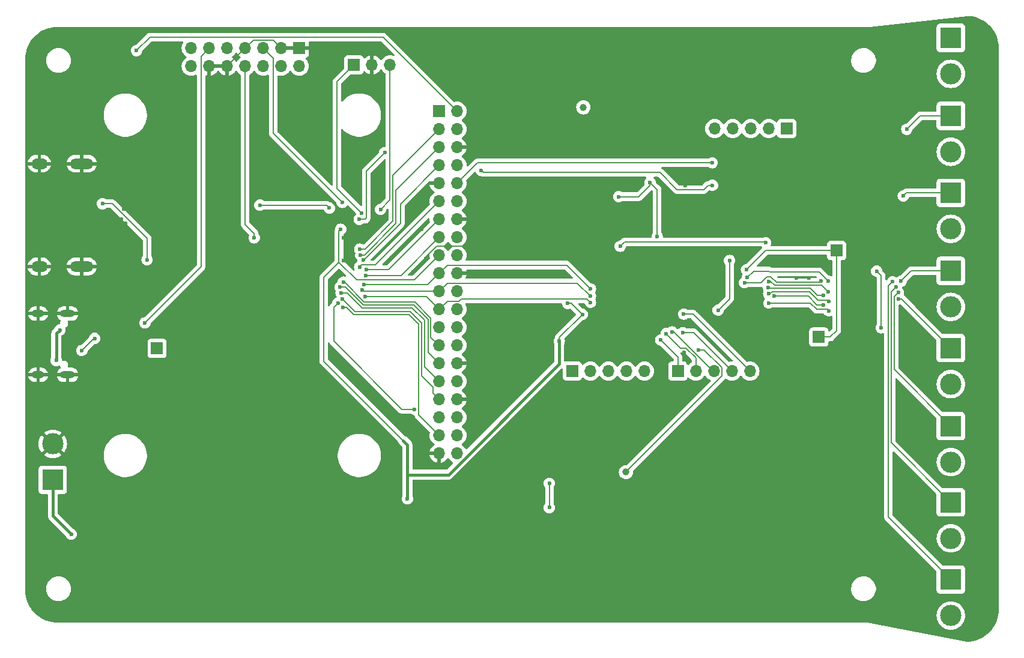
<source format=gbr>
%TF.GenerationSoftware,KiCad,Pcbnew,8.0.3*%
%TF.CreationDate,2024-09-20T13:19:38-05:00*%
%TF.ProjectId,Rick_LiteX-CNC,5269636b-5f4c-4697-9465-582d434e432e,rev?*%
%TF.SameCoordinates,Original*%
%TF.FileFunction,Copper,L2,Bot*%
%TF.FilePolarity,Positive*%
%FSLAX46Y46*%
G04 Gerber Fmt 4.6, Leading zero omitted, Abs format (unit mm)*
G04 Created by KiCad (PCBNEW 8.0.3) date 2024-09-20 13:19:38*
%MOMM*%
%LPD*%
G01*
G04 APERTURE LIST*
%TA.AperFunction,ComponentPad*%
%ADD10R,3.000000X3.000000*%
%TD*%
%TA.AperFunction,ComponentPad*%
%ADD11C,3.000000*%
%TD*%
%TA.AperFunction,ComponentPad*%
%ADD12R,1.700000X1.700000*%
%TD*%
%TA.AperFunction,ComponentPad*%
%ADD13O,1.700000X1.700000*%
%TD*%
%TA.AperFunction,ComponentPad*%
%ADD14C,1.000000*%
%TD*%
%TA.AperFunction,ComponentPad*%
%ADD15O,2.100000X1.000000*%
%TD*%
%TA.AperFunction,ComponentPad*%
%ADD16O,1.800000X1.000000*%
%TD*%
%TA.AperFunction,ComponentPad*%
%ADD17O,3.300000X1.500000*%
%TD*%
%TA.AperFunction,ComponentPad*%
%ADD18O,2.300000X1.500000*%
%TD*%
%TA.AperFunction,ViaPad*%
%ADD19C,0.600000*%
%TD*%
%TA.AperFunction,Conductor*%
%ADD20C,0.200000*%
%TD*%
%TA.AperFunction,Conductor*%
%ADD21C,0.400000*%
%TD*%
G04 APERTURE END LIST*
D10*
%TO.P,J20,1,Pin_1*%
%TO.N,~{DIR4}*%
X210800000Y-127200000D03*
D11*
%TO.P,J20,2,Pin_2*%
%TO.N,DIRo4*%
X210800000Y-132280000D03*
%TD*%
D10*
%TO.P,J19,1,Pin_1*%
%TO.N,~{ST4}*%
X210800000Y-116300000D03*
D11*
%TO.P,J19,2,Pin_2*%
%TO.N,STo4*%
X210800000Y-121380000D03*
%TD*%
D10*
%TO.P,J18,1,Pin_1*%
%TO.N,~{DIR3}*%
X210800000Y-105560000D03*
D11*
%TO.P,J18,2,Pin_2*%
%TO.N,DIRo3*%
X210800000Y-110640000D03*
%TD*%
D10*
%TO.P,J17,1,Pin_1*%
%TO.N,~{ST3}*%
X210800000Y-94560000D03*
D11*
%TO.P,J17,2,Pin_2*%
%TO.N,STo3*%
X210800000Y-99640000D03*
%TD*%
D12*
%TO.P,J16,1,Pin_1*%
%TO.N,/CNC_IO/Buffer_En*%
X192200000Y-93000000D03*
%TD*%
%TO.P,J15,1,Pin_1*%
%TO.N,/CNC_IO/Buffer_En*%
X194700000Y-80800000D03*
%TD*%
D10*
%TO.P,J11,1,Pin_1*%
%TO.N,~{DIR2}*%
X210800000Y-83660000D03*
D11*
%TO.P,J11,2,Pin_2*%
%TO.N,DIRo2*%
X210800000Y-88740000D03*
%TD*%
D10*
%TO.P,J10,1,Pin_1*%
%TO.N,~{ST2}*%
X210800000Y-72660000D03*
D11*
%TO.P,J10,2,Pin_2*%
%TO.N,STo2*%
X210800000Y-77740000D03*
%TD*%
D10*
%TO.P,J3,1,Pin_1*%
%TO.N,~{DIR1}*%
X210800000Y-61800000D03*
D11*
%TO.P,J3,2,Pin_2*%
%TO.N,DIRo1*%
X210800000Y-66880000D03*
%TD*%
D10*
%TO.P,J2,1,Pin_1*%
%TO.N,~{ST1}*%
X210800000Y-50800000D03*
D11*
%TO.P,J2,2,Pin_2*%
%TO.N,STo1*%
X210800000Y-55880000D03*
%TD*%
D12*
%TO.P,J14,1,Pin_1*%
%TO.N,Net-(J14-Pin_1)*%
X98900000Y-94600000D03*
%TD*%
%TO.P,J4,1,Pin_1*%
%TO.N,/Raspberry Pi CM4/WL_nDis*%
X126660000Y-54600000D03*
D13*
%TO.P,J4,2,Pin_2*%
%TO.N,VSS*%
X129200000Y-54600000D03*
%TO.P,J4,3,Pin_3*%
%TO.N,/Raspberry Pi CM4/BT_nDis*%
X131740000Y-54600000D03*
%TD*%
D12*
%TO.P,J8,1,Pin_1*%
%TO.N,F*%
X187675000Y-63600000D03*
D13*
%TO.P,J8,2,Pin_2*%
%TO.N,G*%
X185135000Y-63600000D03*
%TO.P,J8,3,Pin_3*%
%TO.N,H*%
X182595000Y-63600000D03*
%TO.P,J8,4,Pin_4*%
%TO.N,I*%
X180055000Y-63600000D03*
%TO.P,J8,5,Pin_5*%
%TO.N,J*%
X177515000Y-63600000D03*
%TD*%
D12*
%TO.P,J7,1,Pin_1*%
%TO.N,A*%
X157460000Y-97800000D03*
D13*
%TO.P,J7,2,Pin_2*%
%TO.N,B*%
X160000000Y-97800000D03*
%TO.P,J7,3,Pin_3*%
%TO.N,C*%
X162540000Y-97800000D03*
%TO.P,J7,4,Pin_4*%
%TO.N,D*%
X165080000Y-97800000D03*
%TO.P,J7,5,Pin_5*%
%TO.N,E*%
X167620000Y-97800000D03*
%TD*%
D14*
%TO.P,TP2,1,1*%
%TO.N,Net-(D2-K)*%
X159000000Y-60600000D03*
%TD*%
D12*
%TO.P,J9,1,Pin_1*%
%TO.N,L*%
X172320000Y-97800000D03*
D13*
%TO.P,J9,2,Pin_2*%
%TO.N,M*%
X174860000Y-97800000D03*
%TO.P,J9,3,Pin_3*%
%TO.N,N*%
X177400000Y-97800000D03*
%TO.P,J9,4,Pin_4*%
%TO.N,O*%
X179940000Y-97800000D03*
%TO.P,J9,5,Pin_5*%
%TO.N,P*%
X182480000Y-97800000D03*
%TD*%
D15*
%TO.P,J12,S1,SHIELD*%
%TO.N,VSS*%
X86287500Y-89680000D03*
D16*
X82137500Y-89680000D03*
D15*
X86287500Y-98320000D03*
D16*
X82137500Y-98320000D03*
%TD*%
D12*
%TO.P,J5,1,Pin_1*%
%TO.N,VSS*%
X118960000Y-52260000D03*
D13*
%TO.P,J5,2,Pin_2*%
%TO.N,/Raspberry Pi CM4/nRPIBOOT*%
X118960000Y-54800000D03*
%TO.P,J5,3,Pin_3*%
%TO.N,VSS*%
X116420000Y-52260000D03*
%TO.P,J5,4,Pin_4*%
%TO.N,/Raspberry Pi CM4/EEPROM_nWP*%
X116420000Y-54800000D03*
%TO.P,J5,5,Pin_5*%
%TO.N,/Raspberry Pi CM4/AIN0*%
X113880000Y-52260000D03*
%TO.P,J5,6,Pin_6*%
%TO.N,/Raspberry Pi CM4/AIN1*%
X113880000Y-54800000D03*
%TO.P,J5,7,Pin_7*%
%TO.N,VSS*%
X111340000Y-52260000D03*
%TO.P,J5,8,Pin_8*%
%TO.N,/Raspberry Pi CM4/SYNC_IN*%
X111340000Y-54800000D03*
%TO.P,J5,9,Pin_9*%
%TO.N,/Raspberry Pi CM4/SYNC_OUT*%
X108800000Y-52260000D03*
%TO.P,J5,10,Pin_10*%
%TO.N,VSS*%
X108800000Y-54800000D03*
%TO.P,J5,11,Pin_11*%
%TO.N,/Raspberry Pi CM4/TV_OUT*%
X106260000Y-52260000D03*
%TO.P,J5,12,Pin_12*%
%TO.N,VSS*%
X106260000Y-54800000D03*
%TO.P,J5,13,Pin_13*%
%TO.N,Net-(J5-Pin_13)*%
X103720000Y-52260000D03*
%TO.P,J5,14,Pin_14*%
%TO.N,/Raspberry Pi CM4/GLOBAL_EN*%
X103720000Y-54800000D03*
%TD*%
D10*
%TO.P,J13,1,Pin_1*%
%TO.N,+5V*%
X84200000Y-113140000D03*
D11*
%TO.P,J13,2,Pin_2*%
%TO.N,VSS*%
X84200000Y-108060000D03*
%TD*%
D17*
%TO.P,J1,SH1,SH*%
%TO.N,VSS*%
X88270000Y-83050000D03*
%TO.P,J1,SH2,SH*%
X88270000Y-68550000D03*
D18*
%TO.P,J1,SH3,SH*%
X82310000Y-68550000D03*
%TO.P,J1,SH4,SH*%
X82310000Y-83050000D03*
%TD*%
D14*
%TO.P,TP3,1,1*%
%TO.N,+1V2*%
X165000000Y-112050000D03*
%TD*%
D12*
%TO.P,J6,1,Pin_1*%
%TO.N,VCC*%
X138660000Y-61140000D03*
D13*
%TO.P,J6,2,Pin_2*%
%TO.N,+5V*%
X141200000Y-61140000D03*
%TO.P,J6,3,Pin_3*%
%TO.N,/Raspberry Pi CM4/GPIO2*%
X138660000Y-63680000D03*
%TO.P,J6,4,Pin_4*%
%TO.N,+5V*%
X141200000Y-63680000D03*
%TO.P,J6,5,Pin_5*%
%TO.N,/Raspberry Pi CM4/GPIO3*%
X138660000Y-66220000D03*
%TO.P,J6,6,Pin_6*%
%TO.N,VSS*%
X141200000Y-66220000D03*
%TO.P,J6,7,Pin_7*%
%TO.N,/Raspberry Pi CM4/GPIO4*%
X138660000Y-68760000D03*
%TO.P,J6,8,Pin_8*%
%TO.N,/Raspberry Pi CM4/GPIO14*%
X141200000Y-68760000D03*
%TO.P,J6,9,Pin_9*%
%TO.N,VSS*%
X138660000Y-71300000D03*
%TO.P,J6,10,Pin_10*%
%TO.N,/Raspberry Pi CM4/GPIO15*%
X141200000Y-71300000D03*
%TO.P,J6,11,Pin_11*%
%TO.N,/Raspberry Pi CM4/GPIO17*%
X138660000Y-73840000D03*
%TO.P,J6,12,Pin_12*%
%TO.N,/Raspberry Pi CM4/GPIO18*%
X141200000Y-73840000D03*
%TO.P,J6,13,Pin_13*%
%TO.N,/Raspberry Pi CM4/GPIO27*%
X138660000Y-76380000D03*
%TO.P,J6,14,Pin_14*%
%TO.N,VSS*%
X141200000Y-76380000D03*
%TO.P,J6,15,Pin_15*%
%TO.N,/Raspberry Pi CM4/GPIO22*%
X138660000Y-78920000D03*
%TO.P,J6,16,Pin_16*%
%TO.N,/Raspberry Pi CM4/GPIO23*%
X141200000Y-78920000D03*
%TO.P,J6,17,Pin_17*%
%TO.N,VCC*%
X138660000Y-81460000D03*
%TO.P,J6,18,Pin_18*%
%TO.N,/Raspberry Pi CM4/GPIO24*%
X141200000Y-81460000D03*
%TO.P,J6,19,Pin_19*%
%TO.N,/Raspberry Pi CM4/GPIO10*%
X138660000Y-84000000D03*
%TO.P,J6,20,Pin_20*%
%TO.N,VSS*%
X141200000Y-84000000D03*
%TO.P,J6,21,Pin_21*%
%TO.N,/Raspberry Pi CM4/GPIO9*%
X138660000Y-86540000D03*
%TO.P,J6,22,Pin_22*%
%TO.N,/Raspberry Pi CM4/GPIO25*%
X141200000Y-86540000D03*
%TO.P,J6,23,Pin_23*%
%TO.N,/Raspberry Pi CM4/GPIO11*%
X138660000Y-89080000D03*
%TO.P,J6,24,Pin_24*%
%TO.N,/Raspberry Pi CM4/GPIO8*%
X141200000Y-89080000D03*
%TO.P,J6,25,Pin_25*%
%TO.N,VSS*%
X138660000Y-91620000D03*
%TO.P,J6,26,Pin_26*%
%TO.N,/Raspberry Pi CM4/GPIO7*%
X141200000Y-91620000D03*
%TO.P,J6,27,Pin_27*%
%TO.N,/Raspberry Pi CM4/ID_SD*%
X138660000Y-94160000D03*
%TO.P,J6,28,Pin_28*%
%TO.N,/Raspberry Pi CM4/ID_SC*%
X141200000Y-94160000D03*
%TO.P,J6,29,Pin_29*%
%TO.N,/Raspberry Pi CM4/GPIO5*%
X138660000Y-96700000D03*
%TO.P,J6,30,Pin_30*%
%TO.N,VSS*%
X141200000Y-96700000D03*
%TO.P,J6,31,Pin_31*%
%TO.N,/Raspberry Pi CM4/GPIO6*%
X138660000Y-99240000D03*
%TO.P,J6,32,Pin_32*%
%TO.N,/Raspberry Pi CM4/GPIO12*%
X141200000Y-99240000D03*
%TO.P,J6,33,Pin_33*%
%TO.N,/Raspberry Pi CM4/GPIO13*%
X138660000Y-101780000D03*
%TO.P,J6,34,Pin_34*%
%TO.N,VSS*%
X141200000Y-101780000D03*
%TO.P,J6,35,Pin_35*%
%TO.N,/Raspberry Pi CM4/GPIO19*%
X138660000Y-104320000D03*
%TO.P,J6,36,Pin_36*%
%TO.N,/Raspberry Pi CM4/GPIO16*%
X141200000Y-104320000D03*
%TO.P,J6,37,Pin_37*%
%TO.N,/Raspberry Pi CM4/GPIO26*%
X138660000Y-106860000D03*
%TO.P,J6,38,Pin_38*%
%TO.N,/Raspberry Pi CM4/GPIO20*%
X141200000Y-106860000D03*
%TO.P,J6,39,Pin_39*%
%TO.N,VSS*%
X138660000Y-109400000D03*
%TO.P,J6,40,Pin_40*%
%TO.N,/Raspberry Pi CM4/GPIO21*%
X141200000Y-109400000D03*
%TD*%
D19*
%TO.N,VSS*%
X193300000Y-100800000D03*
X191800000Y-74300000D03*
X191700000Y-78500000D03*
X191500000Y-82600000D03*
X190000000Y-92700000D03*
X193200000Y-91000000D03*
X204500000Y-93900000D03*
%TO.N,~{DIR4}*%
X202600000Y-85200000D03*
%TO.N,~{ST4}*%
X203100000Y-85900000D03*
%TO.N,~{DIR3}*%
X203400000Y-86700000D03*
%TO.N,~{ST3}*%
X203400000Y-87600000D03*
%TO.N,~{DIR2}*%
X203800000Y-85100000D03*
%TO.N,~{ST2}*%
X204100000Y-73100000D03*
%TO.N,~{DIR1}*%
X204600000Y-63700000D03*
%TO.N,VCC*%
X200350000Y-83700000D03*
X201000000Y-91700000D03*
%TO.N,/CNC_IO/Buffer_En*%
X182000000Y-83500000D03*
%TO.N,VSS*%
X190800000Y-84700000D03*
%TO.N,/CNC_IO/DIR1*%
X193600000Y-89300000D03*
%TO.N,/CNC_IO/ST2*%
X192800000Y-88450000D03*
%TO.N,/CNC_IO/DIR2*%
X193600000Y-88000000D03*
%TO.N,/CNC_IO/ST3*%
X192838934Y-87150000D03*
%TO.N,/CNC_IO/ST4*%
X192537831Y-85050000D03*
%TO.N,/CNC_IO/DIR4*%
X193536242Y-85129171D03*
%TO.N,/CNC_IO/DIR3*%
X193500000Y-86600000D03*
%TO.N,+5V*%
X96000000Y-52600000D03*
X86800000Y-120800000D03*
X84700000Y-96300000D03*
X85200000Y-92000000D03*
%TO.N,VSS*%
X143400000Y-79800000D03*
X164000000Y-82800000D03*
X86200000Y-72600000D03*
X94440380Y-76959620D03*
X189000000Y-84650000D03*
X153400000Y-111800000D03*
X136800000Y-82000000D03*
X94218301Y-74899061D03*
X163200000Y-111800000D03*
X179200000Y-89400000D03*
X168400000Y-94200000D03*
X143000000Y-84000000D03*
X147800000Y-60400000D03*
X158200000Y-111800000D03*
X169800000Y-89200000D03*
X135000000Y-83800000D03*
X173800000Y-96600000D03*
X143800000Y-95400000D03*
X173200000Y-95200000D03*
X179400000Y-71400000D03*
X151400000Y-62000000D03*
X181800000Y-73600000D03*
X170500000Y-66000000D03*
X86200000Y-76000000D03*
X125200000Y-82200000D03*
X182000000Y-80600000D03*
X124600000Y-84400000D03*
X182000000Y-93500000D03*
X163400000Y-87800000D03*
X174600000Y-67600000D03*
X127200000Y-73600000D03*
X172800000Y-100200000D03*
X154800000Y-121000000D03*
X160200000Y-79600000D03*
X127600000Y-79000000D03*
X93840380Y-76359620D03*
X94200000Y-87000000D03*
X175400000Y-71400000D03*
X132000000Y-81800000D03*
X150200000Y-118400000D03*
X125200000Y-79000000D03*
X93800000Y-85800000D03*
X175200000Y-65000000D03*
X86000000Y-79000000D03*
X143000000Y-82000000D03*
X136200000Y-77800000D03*
X157600000Y-118000000D03*
X163600000Y-78800000D03*
X181800000Y-77000000D03*
X163000000Y-118000000D03*
X93800000Y-91800000D03*
X173400000Y-71600000D03*
X94200000Y-73550000D03*
%TO.N,+1V2*%
X164000000Y-73200000D03*
X168400000Y-71200000D03*
X175200221Y-94800000D03*
X169400000Y-78800000D03*
%TO.N,/Raspberry Pi CM4/HDMI0_CEC*%
X91200000Y-74200000D03*
X97500000Y-82100000D03*
%TO.N,/CNC_IO/DIR1*%
X185150559Y-88200573D03*
%TO.N,/CNC_IO/DIR2*%
X185122426Y-86900573D03*
%TO.N,/CNC_IO/ST2*%
X185897831Y-87188596D03*
%TO.N,/Raspberry Pi CM4/WL_nDis*%
X127750000Y-75519683D03*
%TO.N,/Raspberry Pi CM4/BT_nDis*%
X130400000Y-75000000D03*
%TO.N,/Raspberry Pi CM4/AIN0*%
X125000000Y-74000000D03*
%TO.N,/Raspberry Pi CM4/TV_OUT*%
X97200000Y-91000000D03*
%TO.N,/Raspberry Pi CM4/SYNC_IN*%
X112600000Y-79000000D03*
%TO.N,/Raspberry Pi CM4/ID_SD*%
X125166873Y-85260566D03*
%TO.N,/Raspberry Pi CM4/GPIO15*%
X177157471Y-68423920D03*
%TO.N,/Raspberry Pi CM4/GPIO6*%
X124836558Y-86765857D03*
%TO.N,/Raspberry Pi CM4/GPIO3*%
X127600784Y-81431832D03*
%TO.N,/Raspberry Pi CM4/GPIO4*%
X127961665Y-82170144D03*
%TO.N,/Raspberry Pi CM4/GPIO10*%
X128066978Y-85596913D03*
X160000000Y-86200000D03*
%TO.N,/Raspberry Pi CM4/GPIO22*%
X128325965Y-84296913D03*
%TO.N,/Raspberry Pi CM4/GPIO5*%
X124703231Y-85972985D03*
%TO.N,/Raspberry Pi CM4/GPIO13*%
X125000000Y-87600006D03*
%TO.N,/Raspberry Pi CM4/GPIO26*%
X125120221Y-88800000D03*
%TO.N,/Raspberry Pi CM4/GPIO19*%
X135200000Y-103200000D03*
X124400000Y-88200000D03*
%TO.N,/Raspberry Pi CM4/GPIO9*%
X160000000Y-87250003D03*
X127835394Y-86364630D03*
%TO.N,/Raspberry Pi CM4/GPIO2*%
X127481125Y-80590294D03*
%TO.N,/Raspberry Pi CM4/GPIO14*%
X144600000Y-69500000D03*
X177200000Y-71600000D03*
%TO.N,/Raspberry Pi CM4/GPIO11*%
X160000000Y-88100006D03*
X128236865Y-87268462D03*
%TO.N,/Raspberry Pi CM4/GPIO27*%
X128448728Y-83455822D03*
%TO.N,/Raspberry Pi CM4/GPIO17*%
X127460489Y-83115711D03*
%TO.N,M*%
X170686770Y-92506234D03*
%TO.N,P*%
X173155425Y-89755425D03*
%TO.N,N*%
X171504039Y-92272685D03*
%TO.N,O*%
X173000000Y-92375000D03*
%TO.N,L*%
X169900000Y-93400000D03*
%TO.N,/CNC_IO/ST3*%
X185077440Y-86051761D03*
%TO.N,/CNC_IO/DIR3*%
X185118823Y-85138064D03*
%TO.N,/CNC_IO/DIR4*%
X182122638Y-84586788D03*
%TO.N,/CNC_IO/ST4*%
X181726853Y-85339024D03*
%TO.N,/Power/D+*%
X90100000Y-93200000D03*
X88300000Y-94900000D03*
%TO.N,/Raspberry Pi CM4/RUN_PG*%
X113400000Y-74400000D03*
X123200000Y-74800000D03*
%TO.N,Net-(RN1-R3.2)*%
X154200000Y-113650000D03*
X154200000Y-117050000D03*
%TO.N,Net-(RN2-R2.2)*%
X164200000Y-80200000D03*
X184700000Y-79690689D03*
%TO.N,VCC*%
X158850000Y-89800000D03*
X156800000Y-88250000D03*
X127400000Y-76400000D03*
X134200000Y-115800000D03*
X155600000Y-93600000D03*
X179600000Y-82200000D03*
X131000000Y-67000000D03*
X178000000Y-89200000D03*
X124800000Y-77800000D03*
%TD*%
D20*
%TO.N,~{DIR4}*%
X202000000Y-118400000D02*
X210800000Y-127200000D01*
X202000000Y-85800000D02*
X202000000Y-118400000D01*
X202600000Y-85200000D02*
X202000000Y-85800000D01*
%TO.N,~{ST4}*%
X202400000Y-86600000D02*
X202400000Y-107900000D01*
X203100000Y-85900000D02*
X202400000Y-86600000D01*
X202400000Y-107900000D02*
X210800000Y-116300000D01*
%TO.N,~{DIR3}*%
X203400000Y-86700000D02*
X202800000Y-87300000D01*
X202800000Y-87300000D02*
X202800000Y-97560000D01*
X202800000Y-97560000D02*
X210800000Y-105560000D01*
%TO.N,~{ST3}*%
X203840000Y-87600000D02*
X210800000Y-94560000D01*
X203400000Y-87600000D02*
X203840000Y-87600000D01*
%TO.N,~{DIR2}*%
X205240000Y-83660000D02*
X210800000Y-83660000D01*
X203800000Y-85100000D02*
X205240000Y-83660000D01*
%TO.N,~{ST2}*%
X204540000Y-72660000D02*
X210800000Y-72660000D01*
X204100000Y-73100000D02*
X204540000Y-72660000D01*
%TO.N,~{DIR1}*%
X206500000Y-61800000D02*
X210800000Y-61800000D01*
X204600000Y-63700000D02*
X206500000Y-61800000D01*
%TO.N,VCC*%
X201000000Y-91700000D02*
X201000000Y-84350000D01*
X201000000Y-84350000D02*
X200350000Y-83700000D01*
%TO.N,/CNC_IO/Buffer_En*%
X184700000Y-80800000D02*
X182000000Y-83500000D01*
X194700000Y-80800000D02*
X184700000Y-80800000D01*
%TO.N,/CNC_IO/ST4*%
X184900000Y-84500000D02*
X184060976Y-85339024D01*
X185399999Y-84500000D02*
X184900000Y-84500000D01*
X192287831Y-85300000D02*
X186199999Y-85300000D01*
X184060976Y-85339024D02*
X181726853Y-85339024D01*
%TO.N,/CNC_IO/DIR4*%
X192207071Y-83800000D02*
X185265685Y-83800000D01*
X183009426Y-83700000D02*
X182122638Y-84586788D01*
X193536242Y-85129171D02*
X192207071Y-83800000D01*
%TO.N,/CNC_IO/ST4*%
X186199999Y-85300000D02*
X185399999Y-84500000D01*
X192537831Y-85050000D02*
X192287831Y-85300000D01*
%TO.N,/CNC_IO/DIR4*%
X185265685Y-83800000D02*
X185165686Y-83700000D01*
X185165686Y-83700000D02*
X183009426Y-83700000D01*
%TO.N,/CNC_IO/Buffer_En*%
X194700000Y-92100000D02*
X194700000Y-80800000D01*
X193800000Y-93000000D02*
X194700000Y-92100000D01*
X192200000Y-93000000D02*
X193800000Y-93000000D01*
%TO.N,VSS*%
X190800000Y-84700000D02*
X189000000Y-84650000D01*
%TO.N,/CNC_IO/DIR1*%
X191900000Y-89100000D02*
X193400000Y-89100000D01*
%TO.N,/CNC_IO/ST3*%
X192015686Y-87150000D02*
X192838934Y-87150000D01*
X185125679Y-86100000D02*
X190965686Y-86100000D01*
%TO.N,/CNC_IO/DIR2*%
X192100000Y-87800000D02*
X193400000Y-87800000D01*
X190888596Y-86588596D02*
X192100000Y-87800000D01*
X185649302Y-86588596D02*
X190888596Y-86588596D01*
X185337325Y-86900573D02*
X185649302Y-86588596D01*
X193400000Y-87800000D02*
X193600000Y-88000000D01*
X185122426Y-86900573D02*
X185337325Y-86900573D01*
%TO.N,/CNC_IO/ST2*%
X191950000Y-88450000D02*
X192800000Y-88450000D01*
X190688596Y-87188596D02*
X191950000Y-88450000D01*
X185897831Y-87188596D02*
X190688596Y-87188596D01*
%TO.N,/CNC_IO/ST3*%
X185077440Y-86051761D02*
X185125679Y-86100000D01*
X190965686Y-86100000D02*
X192015686Y-87150000D01*
%TO.N,/CNC_IO/DIR1*%
X191000573Y-88200573D02*
X191900000Y-89100000D01*
X185150559Y-88200573D02*
X191000573Y-88200573D01*
X193400000Y-89100000D02*
X193600000Y-89300000D01*
%TO.N,/CNC_IO/DIR3*%
X185965686Y-85700000D02*
X185403750Y-85138064D01*
X192600000Y-85700000D02*
X185965686Y-85700000D01*
%TO.N,VSS*%
X190750000Y-84650000D02*
X190800000Y-84700000D01*
%TO.N,/CNC_IO/DIR3*%
X185403750Y-85138064D02*
X185118823Y-85138064D01*
X193500000Y-86600000D02*
X192600000Y-85700000D01*
D21*
%TO.N,+5V*%
X86800000Y-120800000D02*
X84200000Y-118200000D01*
X84700000Y-96300000D02*
X84700000Y-92500000D01*
D20*
X141200000Y-61140000D02*
X130770000Y-50710000D01*
D21*
X84200000Y-118200000D02*
X84200000Y-113140000D01*
D20*
X97890000Y-50710000D02*
X96000000Y-52600000D01*
D21*
X84700000Y-92500000D02*
X85200000Y-92000000D01*
D20*
X130770000Y-50710000D02*
X97890000Y-50710000D01*
%TO.N,VSS*%
X138293654Y-80200000D02*
X143000000Y-80200000D01*
X108800000Y-54800000D02*
X111340000Y-52260000D01*
X143000000Y-80200000D02*
X143400000Y-79800000D01*
X111340000Y-52260000D02*
X112490000Y-51110000D01*
X115270000Y-51110000D02*
X116420000Y-52260000D01*
X136800000Y-82000000D02*
X136800000Y-81693654D01*
X112490000Y-51110000D02*
X115270000Y-51110000D01*
X136800000Y-81693654D02*
X138293654Y-80200000D01*
%TO.N,+1V2*%
X178550000Y-97323654D02*
X176026346Y-94800000D01*
X169400000Y-78800000D02*
X169400000Y-72200000D01*
X164000000Y-73200000D02*
X166800000Y-73200000D01*
X166800000Y-73200000D02*
X168400000Y-71600000D01*
X169400000Y-72200000D02*
X168400000Y-71200000D01*
X168400000Y-71600000D02*
X168400000Y-71200000D01*
X165000000Y-112050000D02*
X178550000Y-98500000D01*
X176026346Y-94800000D02*
X175200221Y-94800000D01*
X178550000Y-98500000D02*
X178550000Y-97323654D01*
%TO.N,/Raspberry Pi CM4/HDMI0_CEC*%
X97500000Y-79100000D02*
X97500000Y-82100000D01*
X91200000Y-74200000D02*
X92600000Y-74200000D01*
X92600000Y-74200000D02*
X97500000Y-79100000D01*
%TO.N,/Raspberry Pi CM4/WL_nDis*%
X126660000Y-54600000D02*
X124270000Y-56990000D01*
X124270000Y-56990000D02*
X124270000Y-72039683D01*
X124270000Y-72039683D02*
X127750000Y-75519683D01*
%TO.N,/Raspberry Pi CM4/BT_nDis*%
X131740000Y-54600000D02*
X131740000Y-73660000D01*
X131740000Y-73660000D02*
X130400000Y-75000000D01*
%TO.N,/Raspberry Pi CM4/AIN0*%
X113880000Y-52260000D02*
X115270000Y-53650000D01*
X115270000Y-64270000D02*
X125000000Y-74000000D01*
X115270000Y-53650000D02*
X115270000Y-64270000D01*
%TO.N,/Raspberry Pi CM4/TV_OUT*%
X106260000Y-52260000D02*
X105110000Y-53410000D01*
X105110000Y-83090000D02*
X97200000Y-91000000D01*
X105110000Y-53410000D02*
X105110000Y-83090000D01*
%TO.N,/Raspberry Pi CM4/SYNC_IN*%
X111340000Y-77140000D02*
X111340000Y-54800000D01*
X112600000Y-79000000D02*
X112600000Y-78400000D01*
X112600000Y-78400000D02*
X111340000Y-77140000D01*
%TO.N,/Raspberry Pi CM4/ID_SD*%
X135284314Y-88084314D02*
X128147057Y-88084314D01*
X137510000Y-93010000D02*
X137510000Y-90310000D01*
X125323308Y-85260566D02*
X125166873Y-85260566D01*
X128097059Y-88034317D02*
X125323308Y-85260566D01*
X128147057Y-88084314D02*
X128097061Y-88034317D01*
X137510000Y-90310000D02*
X135284314Y-88084314D01*
X138660000Y-94160000D02*
X137510000Y-93010000D01*
X128097061Y-88034317D02*
X128097059Y-88034317D01*
%TO.N,/Raspberry Pi CM4/GPIO15*%
X177157471Y-68423920D02*
X144076080Y-68423920D01*
X144076080Y-68423920D02*
X141200000Y-71300000D01*
%TO.N,/Raspberry Pi CM4/GPIO6*%
X134884314Y-88884314D02*
X127815685Y-88884314D01*
X136600000Y-97180000D02*
X136600000Y-90600000D01*
X127815685Y-88884314D02*
X125697228Y-86765857D01*
X136600000Y-90600000D02*
X134884314Y-88884314D01*
X125697228Y-86765857D02*
X124836558Y-86765857D01*
X138660000Y-99240000D02*
X136600000Y-97180000D01*
%TO.N,/Raspberry Pi CM4/GPIO3*%
X138660000Y-66220000D02*
X132600000Y-72280000D01*
X128168168Y-81431832D02*
X127600784Y-81431832D01*
X132600000Y-72280000D02*
X132600000Y-77000000D01*
X132600000Y-77000000D02*
X128168168Y-81431832D01*
%TO.N,/Raspberry Pi CM4/GPIO4*%
X133200000Y-74220000D02*
X133200000Y-77000000D01*
X133200000Y-77000000D02*
X128029856Y-82170144D01*
X128029856Y-82170144D02*
X127961665Y-82170144D01*
X138660000Y-68760000D02*
X133200000Y-74220000D01*
%TO.N,/Raspberry Pi CM4/GPIO10*%
X138660000Y-84000000D02*
X137063087Y-85596913D01*
X137063087Y-85596913D02*
X128066978Y-85596913D01*
X160000000Y-86200000D02*
X156650000Y-82850000D01*
X156650000Y-82850000D02*
X139810000Y-82850000D01*
X139810000Y-82850000D02*
X138660000Y-84000000D01*
%TO.N,/Raspberry Pi CM4/GPIO22*%
X138660000Y-78920000D02*
X133283087Y-84296913D01*
X133283087Y-84296913D02*
X128325965Y-84296913D01*
%TO.N,/Raspberry Pi CM4/GPIO5*%
X125470042Y-85972985D02*
X124703231Y-85972985D01*
X138660000Y-96700000D02*
X137110000Y-95150000D01*
X137110000Y-90475686D02*
X135118628Y-88484314D01*
X135118628Y-88484314D02*
X127981371Y-88484314D01*
X137110000Y-95150000D02*
X137110000Y-90475686D01*
X127981371Y-88484314D02*
X125470042Y-85972985D01*
%TO.N,/Raspberry Pi CM4/GPIO13*%
X138660000Y-101780000D02*
X137810000Y-100930000D01*
X137810000Y-100930000D02*
X137810000Y-100044315D01*
X126799994Y-89400000D02*
X125000000Y-87600006D01*
X136200000Y-91000000D02*
X134600000Y-89400000D01*
X137810000Y-100044315D02*
X136200000Y-98434315D01*
X136200000Y-98434315D02*
X136200000Y-91000000D01*
X134600000Y-89400000D02*
X126799994Y-89400000D01*
%TO.N,/Raspberry Pi CM4/GPIO26*%
X125600000Y-88800000D02*
X126600000Y-89800000D01*
X135800000Y-104000000D02*
X138660000Y-106860000D01*
X126600000Y-89800000D02*
X134400000Y-89800000D01*
X135800000Y-91200000D02*
X135800000Y-104000000D01*
X134400000Y-89800000D02*
X135800000Y-91200000D01*
X125120221Y-88800000D02*
X125600000Y-88800000D01*
%TO.N,/Raspberry Pi CM4/GPIO19*%
X123800000Y-93600000D02*
X123800000Y-88800000D01*
X135200000Y-103200000D02*
X133400000Y-103200000D01*
X123800000Y-88800000D02*
X124400000Y-88200000D01*
X133400000Y-103200000D02*
X123800000Y-93600000D01*
%TO.N,/Raspberry Pi CM4/GPIO9*%
X139810000Y-85390000D02*
X158139997Y-85390000D01*
X138660000Y-86540000D02*
X139810000Y-85390000D01*
X158139997Y-85390000D02*
X160000000Y-87250003D01*
X138660000Y-86540000D02*
X128010764Y-86540000D01*
X128010764Y-86540000D02*
X127835394Y-86364630D01*
%TO.N,/Raspberry Pi CM4/GPIO2*%
X128209706Y-80590294D02*
X127481125Y-80590294D01*
X138660000Y-63680000D02*
X132140000Y-70200000D01*
X132140000Y-70200000D02*
X132140000Y-76660000D01*
X132140000Y-76660000D02*
X128209706Y-80590294D01*
%TO.N,/Raspberry Pi CM4/GPIO14*%
X169800000Y-69800000D02*
X144900000Y-69800000D01*
X144900000Y-69800000D02*
X144600000Y-69500000D01*
X176600000Y-71600000D02*
X176000000Y-72200000D01*
X177200000Y-71600000D02*
X176600000Y-71600000D01*
X172200000Y-72200000D02*
X169800000Y-69800000D01*
X176000000Y-72200000D02*
X172200000Y-72200000D01*
%TO.N,/Raspberry Pi CM4/GPIO11*%
X141470000Y-87930000D02*
X141800000Y-87600000D01*
X139810000Y-87930000D02*
X141470000Y-87930000D01*
X159499994Y-87600000D02*
X160000000Y-88100006D01*
X138660000Y-89080000D02*
X139810000Y-87930000D01*
X138660000Y-89080000D02*
X136848462Y-87268462D01*
X136848462Y-87268462D02*
X128236865Y-87268462D01*
X141800000Y-87600000D02*
X159499994Y-87600000D01*
%TO.N,/Raspberry Pi CM4/GPIO27*%
X138660000Y-76380000D02*
X131584178Y-83455822D01*
X131584178Y-83455822D02*
X128448728Y-83455822D01*
%TO.N,/Raspberry Pi CM4/GPIO17*%
X138660000Y-73840000D02*
X129694178Y-82805822D01*
X129694178Y-82805822D02*
X127770378Y-82805822D01*
X127770378Y-82805822D02*
X127460489Y-83115711D01*
%TO.N,M*%
X174860000Y-97800000D02*
X174860000Y-95944704D01*
X174860000Y-95944704D02*
X173465296Y-94550000D01*
X173465296Y-94550000D02*
X172730536Y-94550000D01*
X172730536Y-94550000D02*
X170686770Y-92506234D01*
%TO.N,P*%
X174435425Y-89755425D02*
X173155425Y-89755425D01*
X182480000Y-97800000D02*
X174435425Y-89755425D01*
%TO.N,N*%
X177400000Y-97800000D02*
X177280982Y-97800000D01*
X177280982Y-97800000D02*
X171753667Y-92272685D01*
X171753667Y-92272685D02*
X171504039Y-92272685D01*
%TO.N,O*%
X179940000Y-97800000D02*
X174515000Y-92375000D01*
X174515000Y-92375000D02*
X173000000Y-92375000D01*
%TO.N,L*%
X169900000Y-93400000D02*
X172320000Y-95820000D01*
X172320000Y-95820000D02*
X172320000Y-97800000D01*
%TO.N,/Power/D+*%
X88300000Y-94900000D02*
X90000000Y-93200000D01*
X90000000Y-93200000D02*
X90100000Y-93200000D01*
%TO.N,/Raspberry Pi CM4/RUN_PG*%
X113400000Y-74400000D02*
X122800000Y-74400000D01*
X122800000Y-74400000D02*
X123200000Y-74800000D01*
%TO.N,Net-(RN1-R3.2)*%
X154200000Y-117050000D02*
X154200000Y-113650000D01*
%TO.N,Net-(RN2-R2.2)*%
X164200000Y-80200000D02*
X164800000Y-79600000D01*
X164800000Y-79600000D02*
X184609311Y-79600000D01*
X184609311Y-79600000D02*
X184700000Y-79690689D01*
D21*
%TO.N,VCC*%
X139967767Y-112400000D02*
X155600000Y-96767767D01*
D20*
X131000000Y-67000000D02*
X128400000Y-69600000D01*
X158850000Y-89800000D02*
X157300000Y-88250000D01*
X128200000Y-76400000D02*
X127400000Y-76400000D01*
X138660000Y-81460000D02*
X135173087Y-84946913D01*
X179600000Y-87600000D02*
X179600000Y-82200000D01*
X128400000Y-76200000D02*
X128200000Y-76400000D01*
D21*
X134200000Y-112400000D02*
X139967767Y-112400000D01*
D20*
X122400000Y-96400000D02*
X133600000Y-107600000D01*
D21*
X134200000Y-112400000D02*
X134200000Y-108200000D01*
X134200000Y-108200000D02*
X133600000Y-107600000D01*
D20*
X157300000Y-88250000D02*
X156800000Y-88250000D01*
D21*
X155600000Y-96767767D02*
X155600000Y-93600000D01*
D20*
X124550000Y-82469239D02*
X122400000Y-84619239D01*
X135173087Y-84946913D02*
X127027674Y-84946913D01*
X155600000Y-93050000D02*
X155600000Y-93600000D01*
X127027674Y-84946913D02*
X124550000Y-82469239D01*
X128400000Y-69600000D02*
X128400000Y-76200000D01*
X124550000Y-82469239D02*
X124550000Y-78050000D01*
X158850000Y-89800000D02*
X155600000Y-93050000D01*
D21*
X134200000Y-115800000D02*
X134200000Y-112400000D01*
D20*
X122400000Y-84619239D02*
X122400000Y-96400000D01*
X178000000Y-89200000D02*
X179600000Y-87600000D01*
X124550000Y-78050000D02*
X124800000Y-77800000D01*
%TD*%
%TA.AperFunction,Conductor*%
%TO.N,VSS*%
G36*
X123205703Y-93782236D02*
G01*
X123236356Y-93824747D01*
X123236359Y-93824746D01*
X123236372Y-93824769D01*
X123239064Y-93828502D01*
X123240421Y-93831779D01*
X123240423Y-93831785D01*
X123261427Y-93868165D01*
X123319477Y-93968712D01*
X123319481Y-93968717D01*
X123438349Y-94087585D01*
X123438355Y-94087590D01*
X132915139Y-103564374D01*
X132915149Y-103564385D01*
X132919479Y-103568715D01*
X132919480Y-103568716D01*
X133031284Y-103680520D01*
X133069276Y-103702454D01*
X133118095Y-103730639D01*
X133118097Y-103730641D01*
X133168213Y-103759576D01*
X133168215Y-103759577D01*
X133320942Y-103800500D01*
X133320943Y-103800500D01*
X134617588Y-103800500D01*
X134684627Y-103820185D01*
X134694903Y-103827555D01*
X134697736Y-103829814D01*
X134697738Y-103829816D01*
X134850478Y-103925789D01*
X135020745Y-103985368D01*
X135020750Y-103985369D01*
X135095166Y-103993753D01*
X135159580Y-104020819D01*
X135199136Y-104078413D01*
X135201059Y-104084879D01*
X135240423Y-104231785D01*
X135269358Y-104281900D01*
X135269359Y-104281904D01*
X135269360Y-104281904D01*
X135319479Y-104368714D01*
X135319481Y-104368717D01*
X135438349Y-104487585D01*
X135438355Y-104487590D01*
X137327233Y-106376469D01*
X137360718Y-106437792D01*
X137359327Y-106496243D01*
X137324938Y-106624586D01*
X137324936Y-106624596D01*
X137304341Y-106859999D01*
X137304341Y-106860000D01*
X137324936Y-107095403D01*
X137324938Y-107095413D01*
X137386094Y-107323655D01*
X137386096Y-107323659D01*
X137386097Y-107323663D01*
X137469358Y-107502217D01*
X137485965Y-107537830D01*
X137485967Y-107537834D01*
X137512361Y-107575528D01*
X137621501Y-107731396D01*
X137621506Y-107731402D01*
X137788597Y-107898493D01*
X137788603Y-107898498D01*
X137974594Y-108028730D01*
X138018219Y-108083307D01*
X138025413Y-108152805D01*
X137993890Y-108215160D01*
X137974595Y-108231880D01*
X137788922Y-108361890D01*
X137788920Y-108361891D01*
X137621891Y-108528920D01*
X137621886Y-108528926D01*
X137486400Y-108722420D01*
X137486399Y-108722422D01*
X137386570Y-108936507D01*
X137386567Y-108936513D01*
X137329364Y-109149999D01*
X137329364Y-109150000D01*
X138226988Y-109150000D01*
X138194075Y-109207007D01*
X138160000Y-109334174D01*
X138160000Y-109465826D01*
X138194075Y-109592993D01*
X138226988Y-109650000D01*
X137329364Y-109650000D01*
X137386567Y-109863486D01*
X137386570Y-109863492D01*
X137486399Y-110077578D01*
X137621894Y-110271082D01*
X137788917Y-110438105D01*
X137982421Y-110573600D01*
X138196507Y-110673429D01*
X138196516Y-110673433D01*
X138410000Y-110730634D01*
X138410000Y-109833012D01*
X138467007Y-109865925D01*
X138594174Y-109900000D01*
X138725826Y-109900000D01*
X138852993Y-109865925D01*
X138910000Y-109833012D01*
X138910000Y-110730633D01*
X139123483Y-110673433D01*
X139123492Y-110673429D01*
X139337578Y-110573600D01*
X139531082Y-110438105D01*
X139698105Y-110271082D01*
X139828119Y-110085405D01*
X139882696Y-110041781D01*
X139952195Y-110034588D01*
X140014549Y-110066110D01*
X140031269Y-110085405D01*
X140161505Y-110271401D01*
X140328599Y-110438495D01*
X140436189Y-110513830D01*
X140522168Y-110574034D01*
X140522174Y-110574037D01*
X140553243Y-110588525D01*
X140605683Y-110634697D01*
X140624835Y-110701890D01*
X140604620Y-110768771D01*
X140588520Y-110788588D01*
X139713929Y-111663181D01*
X139652606Y-111696666D01*
X139626248Y-111699500D01*
X135024500Y-111699500D01*
X134957461Y-111679815D01*
X134911706Y-111627011D01*
X134900500Y-111575500D01*
X134900500Y-108131004D01*
X134873581Y-107995676D01*
X134873578Y-107995667D01*
X134862415Y-107968719D01*
X134862413Y-107968714D01*
X134820778Y-107868195D01*
X134820776Y-107868192D01*
X134820775Y-107868189D01*
X134744114Y-107753457D01*
X134744112Y-107753454D01*
X134046545Y-107055887D01*
X133931807Y-106979222D01*
X133804330Y-106926420D01*
X133798494Y-106924650D01*
X133798921Y-106923239D01*
X133743502Y-106894240D01*
X133741936Y-106892701D01*
X123036819Y-96187584D01*
X123003334Y-96126261D01*
X123000500Y-96099903D01*
X123000500Y-93875949D01*
X123020185Y-93808910D01*
X123072989Y-93763155D01*
X123142147Y-93753211D01*
X123205703Y-93782236D01*
G37*
%TD.AperFunction*%
%TA.AperFunction,Conductor*%
G36*
X155945083Y-88220185D02*
G01*
X155990838Y-88272989D01*
X156001264Y-88310616D01*
X156014630Y-88429250D01*
X156014631Y-88429254D01*
X156074211Y-88599523D01*
X156135924Y-88697738D01*
X156170184Y-88752262D01*
X156297738Y-88879816D01*
X156388080Y-88936582D01*
X156441355Y-88970057D01*
X156450478Y-88975789D01*
X156604364Y-89029636D01*
X156620745Y-89035368D01*
X156620750Y-89035369D01*
X156799996Y-89055565D01*
X156800000Y-89055565D01*
X156800004Y-89055565D01*
X156979249Y-89035369D01*
X156979252Y-89035368D01*
X156979255Y-89035368D01*
X156979256Y-89035367D01*
X156979259Y-89035367D01*
X157012100Y-89023875D01*
X157096006Y-88994514D01*
X157165782Y-88990952D01*
X157224640Y-89023875D01*
X157913083Y-89712318D01*
X157946568Y-89773641D01*
X157941584Y-89843333D01*
X157913083Y-89887680D01*
X155231286Y-92569478D01*
X155119481Y-92681282D01*
X155119479Y-92681285D01*
X155107257Y-92702455D01*
X155083435Y-92743716D01*
X155040423Y-92818215D01*
X154999499Y-92970943D01*
X154999499Y-92970945D01*
X154999499Y-93017589D01*
X154979814Y-93084628D01*
X154972445Y-93094903D01*
X154970184Y-93097737D01*
X154874211Y-93250476D01*
X154814631Y-93420745D01*
X154814630Y-93420750D01*
X154794435Y-93599996D01*
X154794435Y-93600003D01*
X154814630Y-93779249D01*
X154814631Y-93779254D01*
X154874212Y-93949525D01*
X154880492Y-93959519D01*
X154899500Y-94025493D01*
X154899500Y-96426247D01*
X154879815Y-96493286D01*
X154863181Y-96513928D01*
X142588588Y-108788520D01*
X142527265Y-108822005D01*
X142457573Y-108817021D01*
X142401640Y-108775149D01*
X142388525Y-108753244D01*
X142374035Y-108722171D01*
X142374034Y-108722169D01*
X142238494Y-108528597D01*
X142071402Y-108361506D01*
X142071396Y-108361501D01*
X141885842Y-108231575D01*
X141842217Y-108176998D01*
X141835023Y-108107500D01*
X141866546Y-108045145D01*
X141885842Y-108028425D01*
X142023575Y-107931983D01*
X142071401Y-107898495D01*
X142238495Y-107731401D01*
X142374035Y-107537830D01*
X142473903Y-107323663D01*
X142535063Y-107095408D01*
X142555659Y-106860000D01*
X142535063Y-106624592D01*
X142473903Y-106396337D01*
X142374035Y-106182171D01*
X142368425Y-106174158D01*
X142238494Y-105988597D01*
X142071402Y-105821506D01*
X142071396Y-105821501D01*
X141885842Y-105691575D01*
X141842217Y-105636998D01*
X141835023Y-105567500D01*
X141866546Y-105505145D01*
X141885842Y-105488425D01*
X141908026Y-105472891D01*
X142071401Y-105358495D01*
X142238495Y-105191401D01*
X142374035Y-104997830D01*
X142473903Y-104783663D01*
X142535063Y-104555408D01*
X142555659Y-104320000D01*
X142535063Y-104084592D01*
X142473903Y-103856337D01*
X142374035Y-103642171D01*
X142368425Y-103634158D01*
X142238494Y-103448597D01*
X142071402Y-103281506D01*
X142071401Y-103281505D01*
X141885405Y-103151269D01*
X141841781Y-103096692D01*
X141834588Y-103027193D01*
X141866110Y-102964839D01*
X141885405Y-102948119D01*
X142071082Y-102818105D01*
X142238105Y-102651082D01*
X142373600Y-102457578D01*
X142473429Y-102243492D01*
X142473432Y-102243486D01*
X142530636Y-102030000D01*
X141633012Y-102030000D01*
X141665925Y-101972993D01*
X141700000Y-101845826D01*
X141700000Y-101714174D01*
X141665925Y-101587007D01*
X141633012Y-101530000D01*
X142530636Y-101530000D01*
X142530635Y-101529999D01*
X142473432Y-101316513D01*
X142473429Y-101316507D01*
X142373600Y-101102422D01*
X142373599Y-101102420D01*
X142238113Y-100908926D01*
X142238108Y-100908920D01*
X142071078Y-100741890D01*
X141885405Y-100611879D01*
X141841780Y-100557302D01*
X141834588Y-100487804D01*
X141866110Y-100425449D01*
X141885406Y-100408730D01*
X141885842Y-100408425D01*
X142071401Y-100278495D01*
X142238495Y-100111401D01*
X142374035Y-99917830D01*
X142473903Y-99703663D01*
X142535063Y-99475408D01*
X142555659Y-99240000D01*
X142535063Y-99004592D01*
X142485982Y-98821416D01*
X142473905Y-98776344D01*
X142473904Y-98776343D01*
X142473903Y-98776337D01*
X142374035Y-98562171D01*
X142369494Y-98555685D01*
X142238494Y-98368597D01*
X142071402Y-98201506D01*
X142071401Y-98201505D01*
X141885405Y-98071269D01*
X141841781Y-98016692D01*
X141834588Y-97947193D01*
X141866110Y-97884839D01*
X141885405Y-97868119D01*
X142071082Y-97738105D01*
X142238105Y-97571082D01*
X142373600Y-97377578D01*
X142473429Y-97163492D01*
X142473432Y-97163486D01*
X142530636Y-96950000D01*
X141633012Y-96950000D01*
X141665925Y-96892993D01*
X141700000Y-96765826D01*
X141700000Y-96634174D01*
X141665925Y-96507007D01*
X141633012Y-96450000D01*
X142530636Y-96450000D01*
X142530635Y-96449999D01*
X142473432Y-96236513D01*
X142473429Y-96236507D01*
X142373600Y-96022422D01*
X142373599Y-96022420D01*
X142238113Y-95828926D01*
X142238108Y-95828920D01*
X142071078Y-95661890D01*
X141885405Y-95531879D01*
X141841780Y-95477302D01*
X141834588Y-95407804D01*
X141866110Y-95345449D01*
X141885406Y-95328730D01*
X141885842Y-95328425D01*
X142071401Y-95198495D01*
X142238495Y-95031401D01*
X142374035Y-94837830D01*
X142473903Y-94623663D01*
X142535063Y-94395408D01*
X142555659Y-94160000D01*
X142535063Y-93924592D01*
X142475455Y-93702128D01*
X142473905Y-93696344D01*
X142473904Y-93696343D01*
X142473903Y-93696337D01*
X142374035Y-93482171D01*
X142368425Y-93474158D01*
X142238494Y-93288597D01*
X142071402Y-93121506D01*
X142071396Y-93121501D01*
X141885842Y-92991575D01*
X141842217Y-92936998D01*
X141835023Y-92867500D01*
X141866546Y-92805145D01*
X141885842Y-92788425D01*
X141936260Y-92753122D01*
X142071401Y-92658495D01*
X142238495Y-92491401D01*
X142374035Y-92297830D01*
X142473903Y-92083663D01*
X142535063Y-91855408D01*
X142555659Y-91620000D01*
X142535063Y-91384592D01*
X142484557Y-91196099D01*
X142473905Y-91156344D01*
X142473904Y-91156343D01*
X142473903Y-91156337D01*
X142374035Y-90942171D01*
X142368731Y-90934595D01*
X142238494Y-90748597D01*
X142071402Y-90581506D01*
X142071396Y-90581501D01*
X141885842Y-90451575D01*
X141842217Y-90396998D01*
X141835023Y-90327500D01*
X141866546Y-90265145D01*
X141885842Y-90248425D01*
X141955028Y-90199980D01*
X142071401Y-90118495D01*
X142238495Y-89951401D01*
X142374035Y-89757830D01*
X142473903Y-89543663D01*
X142535063Y-89315408D01*
X142555659Y-89080000D01*
X142555152Y-89074210D01*
X142546570Y-88976113D01*
X142535063Y-88844592D01*
X142473903Y-88616337D01*
X142374035Y-88402171D01*
X142374032Y-88402165D01*
X142369452Y-88395625D01*
X142347123Y-88329420D01*
X142364132Y-88261652D01*
X142415079Y-88213838D01*
X142471025Y-88200500D01*
X155878044Y-88200500D01*
X155945083Y-88220185D01*
G37*
%TD.AperFunction*%
%TA.AperFunction,Conductor*%
G36*
X124593334Y-83377654D02*
G01*
X124637681Y-83406155D01*
X125516661Y-84285135D01*
X125550146Y-84346458D01*
X125545162Y-84416150D01*
X125503290Y-84472083D01*
X125437826Y-84496500D01*
X125388026Y-84489858D01*
X125346130Y-84475198D01*
X125346122Y-84475196D01*
X125166877Y-84455001D01*
X125166869Y-84455001D01*
X124987623Y-84475196D01*
X124987618Y-84475197D01*
X124817349Y-84534777D01*
X124664610Y-84630750D01*
X124537057Y-84758303D01*
X124441083Y-84911044D01*
X124381504Y-85081313D01*
X124381503Y-85081318D01*
X124370193Y-85181699D01*
X124343126Y-85246113D01*
X124312946Y-85272808D01*
X124200970Y-85343167D01*
X124073415Y-85470722D01*
X123977442Y-85623461D01*
X123917862Y-85793730D01*
X123917861Y-85793735D01*
X123897666Y-85972981D01*
X123897666Y-85972988D01*
X123917861Y-86152234D01*
X123917862Y-86152239D01*
X123945428Y-86231016D01*
X123977442Y-86322507D01*
X124013095Y-86379249D01*
X124052396Y-86441795D01*
X124071396Y-86509031D01*
X124064444Y-86548719D01*
X124051190Y-86586598D01*
X124051189Y-86586603D01*
X124030993Y-86765853D01*
X124030993Y-86765860D01*
X124051188Y-86945106D01*
X124051189Y-86945111D01*
X124110769Y-87115380D01*
X124175143Y-87217830D01*
X124195417Y-87250096D01*
X124202007Y-87260583D01*
X124221007Y-87327819D01*
X124200639Y-87394655D01*
X124147372Y-87439869D01*
X124137969Y-87443596D01*
X124050476Y-87474211D01*
X124050475Y-87474212D01*
X123897737Y-87570184D01*
X123770184Y-87697737D01*
X123674210Y-87850478D01*
X123614630Y-88020750D01*
X123604837Y-88107668D01*
X123577770Y-88172082D01*
X123569299Y-88181465D01*
X123431286Y-88319478D01*
X123319481Y-88431282D01*
X123319479Y-88431284D01*
X123294697Y-88474210D01*
X123280096Y-88499500D01*
X123265922Y-88524050D01*
X123240421Y-88568217D01*
X123239062Y-88571500D01*
X123237172Y-88573844D01*
X123236359Y-88575254D01*
X123236139Y-88575127D01*
X123195222Y-88625905D01*
X123128928Y-88647971D01*
X123061229Y-88630693D01*
X123013617Y-88579557D01*
X123000500Y-88524050D01*
X123000500Y-84919336D01*
X123020185Y-84852297D01*
X123036819Y-84831655D01*
X124462319Y-83406155D01*
X124523642Y-83372670D01*
X124593334Y-83377654D01*
G37*
%TD.AperFunction*%
%TA.AperFunction,Conductor*%
G36*
X156416942Y-83470185D02*
G01*
X156437584Y-83486819D01*
X157528584Y-84577819D01*
X157562069Y-84639142D01*
X157557085Y-84708834D01*
X157515213Y-84764767D01*
X157449749Y-84789184D01*
X157440903Y-84789500D01*
X142516051Y-84789500D01*
X142449012Y-84769815D01*
X142403257Y-84717011D01*
X142393313Y-84647853D01*
X142403669Y-84613095D01*
X142473429Y-84463492D01*
X142473432Y-84463486D01*
X142530636Y-84250000D01*
X141633012Y-84250000D01*
X141665925Y-84192993D01*
X141700000Y-84065826D01*
X141700000Y-83934174D01*
X141665925Y-83807007D01*
X141633012Y-83750000D01*
X142530636Y-83750000D01*
X142530635Y-83749999D01*
X142492210Y-83606594D01*
X142493873Y-83536744D01*
X142533035Y-83478881D01*
X142597264Y-83451377D01*
X142611985Y-83450500D01*
X156349903Y-83450500D01*
X156416942Y-83470185D01*
G37*
%TD.AperFunction*%
%TA.AperFunction,Conductor*%
G36*
X191843209Y-84420185D02*
G01*
X191888964Y-84472989D01*
X191898908Y-84542147D01*
X191881163Y-84590473D01*
X191849117Y-84641473D01*
X191796782Y-84687764D01*
X191744124Y-84699500D01*
X186500096Y-84699500D01*
X186433057Y-84679815D01*
X186412415Y-84663181D01*
X186361415Y-84612181D01*
X186327930Y-84550858D01*
X186332914Y-84481166D01*
X186374786Y-84425233D01*
X186440250Y-84400816D01*
X186449096Y-84400500D01*
X191776170Y-84400500D01*
X191843209Y-84420185D01*
G37*
%TD.AperFunction*%
%TA.AperFunction,Conductor*%
G36*
X193292540Y-81420185D02*
G01*
X193338295Y-81472989D01*
X193349501Y-81524500D01*
X193349501Y-81697876D01*
X193355908Y-81757483D01*
X193406202Y-81892328D01*
X193406206Y-81892335D01*
X193492452Y-82007544D01*
X193492455Y-82007547D01*
X193607664Y-82093793D01*
X193607671Y-82093797D01*
X193631295Y-82102608D01*
X193742517Y-82144091D01*
X193802127Y-82150500D01*
X193975500Y-82150499D01*
X194042539Y-82170183D01*
X194088294Y-82222987D01*
X194099500Y-82274499D01*
X194099500Y-84313319D01*
X194079815Y-84380358D01*
X194027011Y-84426113D01*
X193957853Y-84436057D01*
X193909530Y-84418314D01*
X193885765Y-84403382D01*
X193753186Y-84356991D01*
X193715497Y-84343803D01*
X193715496Y-84343802D01*
X193715491Y-84343801D01*
X193628572Y-84334008D01*
X193564158Y-84306941D01*
X193554775Y-84298469D01*
X192694661Y-83438355D01*
X192694659Y-83438352D01*
X192575788Y-83319481D01*
X192575787Y-83319480D01*
X192482238Y-83265470D01*
X192438856Y-83240423D01*
X192286128Y-83199499D01*
X192128014Y-83199499D01*
X192120418Y-83199499D01*
X192120402Y-83199500D01*
X185533020Y-83199500D01*
X185471020Y-83182887D01*
X185459327Y-83176136D01*
X185459325Y-83176134D01*
X185414883Y-83150476D01*
X185397473Y-83140424D01*
X185397470Y-83140423D01*
X185397462Y-83140420D01*
X185353342Y-83128599D01*
X185244743Y-83099499D01*
X185079037Y-83099499D01*
X185079021Y-83099500D01*
X183549097Y-83099500D01*
X183482058Y-83079815D01*
X183436303Y-83027011D01*
X183426359Y-82957853D01*
X183455384Y-82894297D01*
X183461416Y-82887819D01*
X184099736Y-82249500D01*
X184912417Y-81436819D01*
X184973740Y-81403334D01*
X185000098Y-81400500D01*
X193225501Y-81400500D01*
X193292540Y-81420185D01*
G37*
%TD.AperFunction*%
%TA.AperFunction,Conductor*%
G36*
X137226583Y-81305164D02*
G01*
X137282516Y-81347036D01*
X137306933Y-81412500D01*
X137306777Y-81432153D01*
X137304341Y-81459997D01*
X137304341Y-81460000D01*
X137324936Y-81695403D01*
X137324938Y-81695413D01*
X137359327Y-81823755D01*
X137357664Y-81893605D01*
X137327233Y-81943529D01*
X134960671Y-84310094D01*
X134899348Y-84343579D01*
X134872990Y-84346413D01*
X134382184Y-84346413D01*
X134315145Y-84326728D01*
X134269390Y-84273924D01*
X134259446Y-84204766D01*
X134288471Y-84141210D01*
X134294503Y-84134732D01*
X134990883Y-83438352D01*
X137095570Y-81333663D01*
X137156891Y-81300180D01*
X137226583Y-81305164D01*
G37*
%TD.AperFunction*%
%TA.AperFunction,Conductor*%
G36*
X137226583Y-76225164D02*
G01*
X137282516Y-76267036D01*
X137306933Y-76332500D01*
X137306777Y-76352153D01*
X137304341Y-76379997D01*
X137304341Y-76380000D01*
X137324936Y-76615403D01*
X137324938Y-76615413D01*
X137359327Y-76743756D01*
X137357664Y-76813606D01*
X137327233Y-76863530D01*
X131371762Y-82819003D01*
X131310439Y-82852488D01*
X131284081Y-82855322D01*
X130793275Y-82855322D01*
X130726236Y-82835637D01*
X130680481Y-82782833D01*
X130670537Y-82713675D01*
X130699562Y-82650119D01*
X130705594Y-82643641D01*
X132288967Y-81060268D01*
X137095570Y-76253663D01*
X137156891Y-76220180D01*
X137226583Y-76225164D01*
G37*
%TD.AperFunction*%
%TA.AperFunction,Conductor*%
G36*
X138194075Y-71107007D02*
G01*
X138160000Y-71234174D01*
X138160000Y-71365826D01*
X138194075Y-71492993D01*
X138226988Y-71550000D01*
X137329364Y-71550000D01*
X137386567Y-71763486D01*
X137386570Y-71763492D01*
X137486399Y-71977578D01*
X137621894Y-72171082D01*
X137788917Y-72338105D01*
X137974595Y-72468119D01*
X138018219Y-72522696D01*
X138025412Y-72592195D01*
X137993890Y-72654549D01*
X137974595Y-72671269D01*
X137788594Y-72801508D01*
X137621505Y-72968597D01*
X137485965Y-73162169D01*
X137485964Y-73162171D01*
X137386098Y-73376335D01*
X137386094Y-73376344D01*
X137324938Y-73604586D01*
X137324936Y-73604596D01*
X137304341Y-73839999D01*
X137304341Y-73840000D01*
X137324936Y-74075403D01*
X137324938Y-74075413D01*
X137359327Y-74203756D01*
X137357664Y-74273606D01*
X137327233Y-74323530D01*
X129481762Y-82169003D01*
X129420439Y-82202488D01*
X129394081Y-82205322D01*
X129143275Y-82205322D01*
X129076236Y-82185637D01*
X129030481Y-82132833D01*
X129020537Y-82063675D01*
X129049562Y-82000119D01*
X129055594Y-81993641D01*
X131257840Y-79791395D01*
X133680520Y-77368716D01*
X133759577Y-77231784D01*
X133800501Y-77079057D01*
X133800501Y-76920942D01*
X133800501Y-76913347D01*
X133800500Y-76913329D01*
X133800500Y-74520096D01*
X133820185Y-74453057D01*
X133836814Y-74432420D01*
X137182916Y-71086317D01*
X137244237Y-71052834D01*
X137270595Y-71050000D01*
X138226988Y-71050000D01*
X138194075Y-71107007D01*
G37*
%TD.AperFunction*%
%TA.AperFunction,Conductor*%
G36*
X140014855Y-79586546D02*
G01*
X140031575Y-79605842D01*
X140161501Y-79791396D01*
X140161506Y-79791402D01*
X140328597Y-79958493D01*
X140328603Y-79958498D01*
X140514158Y-80088425D01*
X140557783Y-80143002D01*
X140564977Y-80212500D01*
X140533454Y-80274855D01*
X140514158Y-80291575D01*
X140328597Y-80421505D01*
X140161505Y-80588597D01*
X140031575Y-80774158D01*
X139976998Y-80817783D01*
X139907500Y-80824977D01*
X139845145Y-80793454D01*
X139828425Y-80774158D01*
X139698494Y-80588597D01*
X139531402Y-80421506D01*
X139531396Y-80421501D01*
X139345842Y-80291575D01*
X139302217Y-80236998D01*
X139295023Y-80167500D01*
X139326546Y-80105145D01*
X139345842Y-80088425D01*
X139389503Y-80057853D01*
X139531401Y-79958495D01*
X139698495Y-79791401D01*
X139828425Y-79605842D01*
X139883002Y-79562217D01*
X139952500Y-79555023D01*
X140014855Y-79586546D01*
G37*
%TD.AperFunction*%
%TA.AperFunction,Conductor*%
G36*
X129450000Y-55930633D02*
G01*
X129663483Y-55873433D01*
X129663492Y-55873429D01*
X129877578Y-55773600D01*
X130071082Y-55638105D01*
X130238105Y-55471082D01*
X130368119Y-55285405D01*
X130422696Y-55241781D01*
X130492195Y-55234588D01*
X130554549Y-55266110D01*
X130571269Y-55285405D01*
X130701505Y-55471401D01*
X130868599Y-55638495D01*
X130965384Y-55706265D01*
X131062165Y-55774032D01*
X131062167Y-55774033D01*
X131062170Y-55774035D01*
X131067898Y-55776706D01*
X131120339Y-55822872D01*
X131139500Y-55889090D01*
X131139500Y-66071396D01*
X131119815Y-66138435D01*
X131067011Y-66184190D01*
X131006963Y-66193767D01*
X131006963Y-66194435D01*
X131002776Y-66194435D01*
X131001629Y-66194618D01*
X131000003Y-66194435D01*
X130999996Y-66194435D01*
X130820750Y-66214630D01*
X130820745Y-66214631D01*
X130650476Y-66274211D01*
X130497737Y-66370184D01*
X130370184Y-66497737D01*
X130274210Y-66650478D01*
X130214630Y-66820750D01*
X130204837Y-66907668D01*
X130177770Y-66972082D01*
X130169298Y-66981465D01*
X128031286Y-69119478D01*
X127919481Y-69231282D01*
X127919479Y-69231285D01*
X127869361Y-69318094D01*
X127869359Y-69318096D01*
X127840425Y-69368209D01*
X127840424Y-69368210D01*
X127840423Y-69368215D01*
X127799499Y-69520943D01*
X127799499Y-69520945D01*
X127799499Y-69689046D01*
X127799500Y-69689059D01*
X127799500Y-74420586D01*
X127779815Y-74487625D01*
X127727011Y-74533380D01*
X127657853Y-74543324D01*
X127594297Y-74514299D01*
X127587819Y-74508267D01*
X124906819Y-71827267D01*
X124873334Y-71765944D01*
X124870500Y-71739586D01*
X124870500Y-63750022D01*
X124890185Y-63682983D01*
X124942989Y-63637228D01*
X125012147Y-63627284D01*
X125075703Y-63656309D01*
X125091443Y-63672705D01*
X125141834Y-63735893D01*
X125384107Y-63978166D01*
X125651982Y-64191789D01*
X125942090Y-64374076D01*
X126250785Y-64522736D01*
X126574183Y-64635897D01*
X126908217Y-64712139D01*
X126908226Y-64712140D01*
X126908231Y-64712141D01*
X127135197Y-64737713D01*
X127248682Y-64750499D01*
X127248685Y-64750500D01*
X127248688Y-64750500D01*
X127591315Y-64750500D01*
X127591316Y-64750499D01*
X127765311Y-64730895D01*
X127931768Y-64712141D01*
X127931771Y-64712140D01*
X127931783Y-64712139D01*
X128265817Y-64635897D01*
X128589215Y-64522736D01*
X128897910Y-64374076D01*
X129188018Y-64191789D01*
X129455893Y-63978166D01*
X129698166Y-63735893D01*
X129911789Y-63468018D01*
X130094076Y-63177910D01*
X130242736Y-62869215D01*
X130355897Y-62545817D01*
X130432139Y-62211783D01*
X130470500Y-61871312D01*
X130470500Y-61528688D01*
X130457713Y-61415197D01*
X130432141Y-61188231D01*
X130432140Y-61188226D01*
X130432139Y-61188217D01*
X130355897Y-60854183D01*
X130242736Y-60530785D01*
X130094076Y-60222090D01*
X129911789Y-59931982D01*
X129698166Y-59664107D01*
X129455893Y-59421834D01*
X129188018Y-59208211D01*
X128897910Y-59025924D01*
X128897907Y-59025922D01*
X128589216Y-58877264D01*
X128265818Y-58764103D01*
X128265816Y-58764102D01*
X128008024Y-58705262D01*
X127931783Y-58687861D01*
X127931780Y-58687860D01*
X127931768Y-58687858D01*
X127591318Y-58649500D01*
X127591312Y-58649500D01*
X127248688Y-58649500D01*
X127248681Y-58649500D01*
X126908231Y-58687858D01*
X126908217Y-58687861D01*
X126574183Y-58764102D01*
X126574181Y-58764103D01*
X126250783Y-58877264D01*
X125942092Y-59025922D01*
X125651983Y-59208210D01*
X125384107Y-59421833D01*
X125141833Y-59664107D01*
X125091447Y-59727290D01*
X125034259Y-59767430D01*
X124964447Y-59770280D01*
X124904177Y-59734934D01*
X124872584Y-59672616D01*
X124870500Y-59649977D01*
X124870500Y-57290096D01*
X124890185Y-57223057D01*
X124906814Y-57202420D01*
X126122416Y-55986817D01*
X126183739Y-55953333D01*
X126210097Y-55950499D01*
X127557871Y-55950499D01*
X127557872Y-55950499D01*
X127617483Y-55944091D01*
X127752331Y-55893796D01*
X127867546Y-55807546D01*
X127953796Y-55692331D01*
X128003002Y-55560401D01*
X128044872Y-55504468D01*
X128110337Y-55480050D01*
X128178610Y-55494901D01*
X128206865Y-55516053D01*
X128328917Y-55638105D01*
X128522421Y-55773600D01*
X128736507Y-55873429D01*
X128736516Y-55873433D01*
X128950000Y-55930634D01*
X128950000Y-55033012D01*
X129007007Y-55065925D01*
X129134174Y-55100000D01*
X129265826Y-55100000D01*
X129392993Y-55065925D01*
X129450000Y-55033012D01*
X129450000Y-55930633D01*
G37*
%TD.AperFunction*%
%TA.AperFunction,Conductor*%
G36*
X130536942Y-51330185D02*
G01*
X130557584Y-51346819D01*
X132332031Y-53121266D01*
X132365516Y-53182589D01*
X132360532Y-53252281D01*
X132318660Y-53308214D01*
X132253196Y-53332631D01*
X132209165Y-53326480D01*
X132208893Y-53327498D01*
X131975413Y-53264938D01*
X131975403Y-53264936D01*
X131740001Y-53244341D01*
X131739999Y-53244341D01*
X131504596Y-53264936D01*
X131504586Y-53264938D01*
X131276344Y-53326094D01*
X131276335Y-53326098D01*
X131062171Y-53425964D01*
X131062169Y-53425965D01*
X130868597Y-53561505D01*
X130701508Y-53728594D01*
X130571269Y-53914595D01*
X130516692Y-53958219D01*
X130447193Y-53965412D01*
X130384839Y-53933890D01*
X130368119Y-53914594D01*
X130238113Y-53728926D01*
X130238108Y-53728920D01*
X130071082Y-53561894D01*
X129877578Y-53426399D01*
X129663492Y-53326570D01*
X129663486Y-53326567D01*
X129450000Y-53269364D01*
X129450000Y-54166988D01*
X129392993Y-54134075D01*
X129265826Y-54100000D01*
X129134174Y-54100000D01*
X129007007Y-54134075D01*
X128950000Y-54166988D01*
X128950000Y-53269364D01*
X128949999Y-53269364D01*
X128736513Y-53326567D01*
X128736507Y-53326570D01*
X128522422Y-53426399D01*
X128522420Y-53426400D01*
X128328926Y-53561886D01*
X128206865Y-53683947D01*
X128145542Y-53717431D01*
X128075850Y-53712447D01*
X128019917Y-53670575D01*
X128003002Y-53639598D01*
X128000123Y-53631880D01*
X127960669Y-53526097D01*
X127953797Y-53507671D01*
X127953793Y-53507664D01*
X127867547Y-53392455D01*
X127867544Y-53392452D01*
X127752335Y-53306206D01*
X127752328Y-53306202D01*
X127617482Y-53255908D01*
X127617483Y-53255908D01*
X127557883Y-53249501D01*
X127557881Y-53249500D01*
X127557873Y-53249500D01*
X127557864Y-53249500D01*
X125762129Y-53249500D01*
X125762123Y-53249501D01*
X125702516Y-53255908D01*
X125567671Y-53306202D01*
X125567664Y-53306206D01*
X125452455Y-53392452D01*
X125452452Y-53392455D01*
X125366206Y-53507664D01*
X125366202Y-53507671D01*
X125315908Y-53642517D01*
X125309501Y-53702116D01*
X125309500Y-53702135D01*
X125309500Y-55049902D01*
X125289815Y-55116941D01*
X125273181Y-55137583D01*
X123789482Y-56621281D01*
X123789478Y-56621287D01*
X123743363Y-56701161D01*
X123710424Y-56758212D01*
X123710423Y-56758213D01*
X123689961Y-56834579D01*
X123669499Y-56910943D01*
X123669499Y-56910945D01*
X123669499Y-57079046D01*
X123669500Y-57079059D01*
X123669500Y-71520903D01*
X123649815Y-71587942D01*
X123597011Y-71633697D01*
X123527853Y-71643641D01*
X123464297Y-71614616D01*
X123457819Y-71608584D01*
X115906819Y-64057584D01*
X115873334Y-63996261D01*
X115870500Y-63969903D01*
X115870500Y-56212503D01*
X115890185Y-56145464D01*
X115942989Y-56099709D01*
X116012147Y-56089765D01*
X116026593Y-56092728D01*
X116052647Y-56099709D01*
X116184592Y-56135063D01*
X116372918Y-56151539D01*
X116419999Y-56155659D01*
X116420000Y-56155659D01*
X116420001Y-56155659D01*
X116459234Y-56152226D01*
X116655408Y-56135063D01*
X116883663Y-56073903D01*
X117097830Y-55974035D01*
X117291401Y-55838495D01*
X117458495Y-55671401D01*
X117588425Y-55485842D01*
X117643002Y-55442217D01*
X117712500Y-55435023D01*
X117774855Y-55466546D01*
X117791575Y-55485842D01*
X117921500Y-55671395D01*
X117921505Y-55671401D01*
X118088599Y-55838495D01*
X118147876Y-55880001D01*
X118282165Y-55974032D01*
X118282167Y-55974033D01*
X118282170Y-55974035D01*
X118496337Y-56073903D01*
X118724592Y-56135063D01*
X118912918Y-56151539D01*
X118959999Y-56155659D01*
X118960000Y-56155659D01*
X118960001Y-56155659D01*
X118999234Y-56152226D01*
X119195408Y-56135063D01*
X119423663Y-56073903D01*
X119637830Y-55974035D01*
X119831401Y-55838495D01*
X119998495Y-55671401D01*
X120134035Y-55477830D01*
X120233903Y-55263663D01*
X120295063Y-55035408D01*
X120315659Y-54800000D01*
X120315281Y-54795685D01*
X120298161Y-54600000D01*
X120295063Y-54564592D01*
X120233903Y-54336337D01*
X120134035Y-54122171D01*
X120128832Y-54114741D01*
X119998496Y-53928600D01*
X119944286Y-53874390D01*
X119876179Y-53806283D01*
X119842696Y-53744963D01*
X119847680Y-53675271D01*
X119889551Y-53619337D01*
X119920529Y-53602422D01*
X120052086Y-53553354D01*
X120052093Y-53553350D01*
X120167187Y-53467190D01*
X120167190Y-53467187D01*
X120253350Y-53352093D01*
X120253354Y-53352086D01*
X120303596Y-53217379D01*
X120303598Y-53217372D01*
X120309999Y-53157844D01*
X120310000Y-53157827D01*
X120310000Y-52510000D01*
X119393012Y-52510000D01*
X119425925Y-52452993D01*
X119460000Y-52325826D01*
X119460000Y-52194174D01*
X119425925Y-52067007D01*
X119393012Y-52010000D01*
X120310000Y-52010000D01*
X120310000Y-51434500D01*
X120329685Y-51367461D01*
X120382489Y-51321706D01*
X120434000Y-51310500D01*
X130469903Y-51310500D01*
X130536942Y-51330185D01*
G37*
%TD.AperFunction*%
%TA.AperFunction,Conductor*%
G36*
X108334075Y-54607007D02*
G01*
X108300000Y-54734174D01*
X108300000Y-54865826D01*
X108334075Y-54992993D01*
X108366988Y-55050000D01*
X106693012Y-55050000D01*
X106725925Y-54992993D01*
X106760000Y-54865826D01*
X106760000Y-54734174D01*
X106725925Y-54607007D01*
X106693012Y-54550000D01*
X108366988Y-54550000D01*
X108334075Y-54607007D01*
G37*
%TD.AperFunction*%
%TA.AperFunction,Conductor*%
G36*
X110155160Y-52926110D02*
G01*
X110171879Y-52945405D01*
X110301890Y-53131078D01*
X110468917Y-53298105D01*
X110654595Y-53428119D01*
X110698219Y-53482696D01*
X110705412Y-53552195D01*
X110673890Y-53614549D01*
X110654595Y-53631269D01*
X110468594Y-53761508D01*
X110301508Y-53928594D01*
X110171269Y-54114595D01*
X110116692Y-54158219D01*
X110047193Y-54165412D01*
X109984839Y-54133890D01*
X109968119Y-54114594D01*
X109838113Y-53928926D01*
X109838108Y-53928920D01*
X109671078Y-53761890D01*
X109485405Y-53631879D01*
X109441780Y-53577302D01*
X109434588Y-53507804D01*
X109466110Y-53445449D01*
X109485406Y-53428730D01*
X109489355Y-53425965D01*
X109671401Y-53298495D01*
X109838495Y-53131401D01*
X109968730Y-52945405D01*
X110023307Y-52901781D01*
X110092805Y-52894587D01*
X110155160Y-52926110D01*
G37*
%TD.AperFunction*%
%TA.AperFunction,Conductor*%
G36*
X118494075Y-52067007D02*
G01*
X118460000Y-52194174D01*
X118460000Y-52325826D01*
X118494075Y-52452993D01*
X118526988Y-52510000D01*
X116853012Y-52510000D01*
X116885925Y-52452993D01*
X116920000Y-52325826D01*
X116920000Y-52194174D01*
X116885925Y-52067007D01*
X116853012Y-52010000D01*
X118526988Y-52010000D01*
X118494075Y-52067007D01*
G37*
%TD.AperFunction*%
%TA.AperFunction,Conductor*%
G36*
X173232238Y-95170185D02*
G01*
X173252880Y-95186819D01*
X174223181Y-96157120D01*
X174256666Y-96218443D01*
X174259500Y-96244801D01*
X174259500Y-96510908D01*
X174239815Y-96577947D01*
X174187914Y-96623286D01*
X174182173Y-96625963D01*
X174182169Y-96625965D01*
X173988600Y-96761503D01*
X173866673Y-96883430D01*
X173805350Y-96916914D01*
X173735658Y-96911930D01*
X173679725Y-96870058D01*
X173662810Y-96839081D01*
X173613797Y-96707671D01*
X173613793Y-96707664D01*
X173527547Y-96592455D01*
X173527544Y-96592452D01*
X173412335Y-96506206D01*
X173412328Y-96506202D01*
X173277482Y-96455908D01*
X173277483Y-96455908D01*
X173217883Y-96449501D01*
X173217881Y-96449500D01*
X173217873Y-96449500D01*
X173217865Y-96449500D01*
X173044500Y-96449500D01*
X172977461Y-96429815D01*
X172931706Y-96377011D01*
X172920500Y-96325500D01*
X172920500Y-95909059D01*
X172920501Y-95909046D01*
X172920501Y-95740945D01*
X172920501Y-95740943D01*
X172879577Y-95588215D01*
X172861833Y-95557482D01*
X172841033Y-95521455D01*
X172841032Y-95521454D01*
X172800521Y-95451286D01*
X172800520Y-95451284D01*
X172711418Y-95362182D01*
X172677934Y-95300858D01*
X172682918Y-95231167D01*
X172724790Y-95175233D01*
X172790255Y-95150817D01*
X172799100Y-95150501D01*
X172817190Y-95150501D01*
X172817206Y-95150500D01*
X173165199Y-95150500D01*
X173232238Y-95170185D01*
G37*
%TD.AperFunction*%
%TA.AperFunction,Conductor*%
G36*
X213451204Y-47742928D02*
G01*
X213461977Y-47743870D01*
X213840432Y-47793691D01*
X213851039Y-47795561D01*
X214223733Y-47878182D01*
X214234170Y-47880979D01*
X214598216Y-47995759D01*
X214608379Y-47999458D01*
X214961033Y-48145529D01*
X214970826Y-48150096D01*
X215309407Y-48326349D01*
X215318771Y-48331755D01*
X215327121Y-48337074D01*
X215640706Y-48536848D01*
X215649567Y-48543053D01*
X215952386Y-48775413D01*
X215960673Y-48782366D01*
X216041254Y-48856204D01*
X216242111Y-49040255D01*
X216249748Y-49047893D01*
X216258708Y-49057671D01*
X216507621Y-49329312D01*
X216514575Y-49337599D01*
X216746941Y-49640425D01*
X216753146Y-49649286D01*
X216958238Y-49971217D01*
X216963646Y-49980585D01*
X217139899Y-50319165D01*
X217144470Y-50328968D01*
X217279394Y-50654708D01*
X217290538Y-50681611D01*
X217294238Y-50691776D01*
X217409017Y-51055814D01*
X217411817Y-51066263D01*
X217494432Y-51438928D01*
X217496310Y-51449582D01*
X217546127Y-51828012D01*
X217547070Y-51838788D01*
X217563825Y-52222608D01*
X217563943Y-52228016D01*
X217563943Y-52301420D01*
X217563944Y-52301433D01*
X217563955Y-131388564D01*
X217563955Y-131451756D01*
X217563837Y-131457164D01*
X217547072Y-131841212D01*
X217546129Y-131851988D01*
X217496312Y-132230418D01*
X217494434Y-132241072D01*
X217411819Y-132613736D01*
X217409019Y-132624185D01*
X217294240Y-132988223D01*
X217290540Y-132998388D01*
X217144473Y-133351028D01*
X217139902Y-133360832D01*
X216963650Y-133699413D01*
X216958241Y-133708782D01*
X216753150Y-134030712D01*
X216746945Y-134039573D01*
X216514585Y-134342391D01*
X216507631Y-134350678D01*
X216249752Y-134632103D01*
X216242103Y-134639752D01*
X215960678Y-134897631D01*
X215952391Y-134904585D01*
X215649573Y-135136945D01*
X215640712Y-135143150D01*
X215318782Y-135348241D01*
X215309413Y-135353650D01*
X214970832Y-135529902D01*
X214961028Y-135534473D01*
X214608388Y-135680540D01*
X214598223Y-135684240D01*
X214234185Y-135799019D01*
X214223736Y-135801819D01*
X213851072Y-135884434D01*
X213840418Y-135886312D01*
X213461989Y-135936129D01*
X213451213Y-135937072D01*
X213117007Y-135951662D01*
X213088519Y-135949613D01*
X198980521Y-133277050D01*
X198971509Y-133274992D01*
X198930359Y-133263966D01*
X198930358Y-133263966D01*
X198923093Y-133263966D01*
X198900013Y-133261799D01*
X198892879Y-133260447D01*
X198851780Y-133263518D01*
X198850412Y-133263621D01*
X198841174Y-133263966D01*
X84909033Y-133263966D01*
X84909017Y-133263965D01*
X84838235Y-133263965D01*
X84832827Y-133263847D01*
X84448779Y-133247083D01*
X84438003Y-133246140D01*
X84248786Y-133221230D01*
X84059570Y-133196320D01*
X84048917Y-133194442D01*
X83682294Y-133113166D01*
X83676253Y-133111826D01*
X83665805Y-133109027D01*
X83400228Y-133025292D01*
X83301766Y-132994247D01*
X83291603Y-132990548D01*
X82938959Y-132844479D01*
X82929154Y-132839907D01*
X82590583Y-132663659D01*
X82581215Y-132658251D01*
X82259280Y-132453157D01*
X82250419Y-132446952D01*
X82032840Y-132279998D01*
X208794390Y-132279998D01*
X208794390Y-132280001D01*
X208814804Y-132565433D01*
X208875628Y-132845037D01*
X208875630Y-132845043D01*
X208875631Y-132845046D01*
X208975633Y-133113161D01*
X208975635Y-133113166D01*
X209112770Y-133364309D01*
X209112775Y-133364317D01*
X209284254Y-133593387D01*
X209284270Y-133593405D01*
X209486594Y-133795729D01*
X209486612Y-133795745D01*
X209715682Y-133967224D01*
X209715690Y-133967229D01*
X209966833Y-134104364D01*
X209966832Y-134104364D01*
X209966836Y-134104365D01*
X209966839Y-134104367D01*
X210234954Y-134204369D01*
X210234960Y-134204370D01*
X210234962Y-134204371D01*
X210514566Y-134265195D01*
X210514568Y-134265195D01*
X210514572Y-134265196D01*
X210768220Y-134283337D01*
X210799999Y-134285610D01*
X210800000Y-134285610D01*
X210800001Y-134285610D01*
X210828595Y-134283564D01*
X211085428Y-134265196D01*
X211086477Y-134264968D01*
X211365037Y-134204371D01*
X211365037Y-134204370D01*
X211365046Y-134204369D01*
X211633161Y-134104367D01*
X211884315Y-133967226D01*
X212113395Y-133795739D01*
X212315739Y-133593395D01*
X212487226Y-133364315D01*
X212624367Y-133113161D01*
X212724369Y-132845046D01*
X212763827Y-132663659D01*
X212785195Y-132565433D01*
X212785195Y-132565432D01*
X212785196Y-132565428D01*
X212805610Y-132280000D01*
X212785196Y-131994572D01*
X212778419Y-131963420D01*
X212724371Y-131714962D01*
X212724370Y-131714960D01*
X212724369Y-131714954D01*
X212624367Y-131446839D01*
X212592546Y-131388564D01*
X212487229Y-131195690D01*
X212487224Y-131195682D01*
X212315745Y-130966612D01*
X212315729Y-130966594D01*
X212113405Y-130764270D01*
X212113387Y-130764254D01*
X211884317Y-130592775D01*
X211884309Y-130592770D01*
X211633166Y-130455635D01*
X211633167Y-130455635D01*
X211525915Y-130415632D01*
X211365046Y-130355631D01*
X211365043Y-130355630D01*
X211365037Y-130355628D01*
X211085433Y-130294804D01*
X210800001Y-130274390D01*
X210799999Y-130274390D01*
X210514566Y-130294804D01*
X210234962Y-130355628D01*
X209966833Y-130455635D01*
X209715690Y-130592770D01*
X209715682Y-130592775D01*
X209486612Y-130764254D01*
X209486594Y-130764270D01*
X209284270Y-130966594D01*
X209284254Y-130966612D01*
X209112775Y-131195682D01*
X209112770Y-131195690D01*
X208975635Y-131446833D01*
X208875628Y-131714962D01*
X208814804Y-131994566D01*
X208794390Y-132279998D01*
X82032840Y-132279998D01*
X81947597Y-132214588D01*
X81939314Y-132207638D01*
X81657889Y-131949759D01*
X81650240Y-131942110D01*
X81392361Y-131660685D01*
X81385407Y-131652398D01*
X81182963Y-131388568D01*
X81153047Y-131349580D01*
X81146842Y-131340719D01*
X80941748Y-131018784D01*
X80936340Y-131009416D01*
X80914054Y-130966605D01*
X80760090Y-130670840D01*
X80755520Y-130661040D01*
X80727244Y-130592775D01*
X80609445Y-130308381D01*
X80605756Y-130298246D01*
X80490967Y-129934176D01*
X80488176Y-129923762D01*
X80405554Y-129551065D01*
X80403682Y-129540446D01*
X80353857Y-129161975D01*
X80352917Y-129151242D01*
X80336152Y-128767172D01*
X80336034Y-128761762D01*
X80336034Y-128747864D01*
X80336035Y-128698577D01*
X80336034Y-128698573D01*
X80336034Y-128691471D01*
X80335917Y-128689728D01*
X80335446Y-128385258D01*
X83249500Y-128385258D01*
X83249500Y-128614741D01*
X83269213Y-128764469D01*
X83279452Y-128842238D01*
X83279453Y-128842240D01*
X83338842Y-129063887D01*
X83426650Y-129275876D01*
X83426657Y-129275890D01*
X83541392Y-129474617D01*
X83681081Y-129656661D01*
X83681089Y-129656670D01*
X83843330Y-129818911D01*
X83843338Y-129818918D01*
X84025382Y-129958607D01*
X84025385Y-129958608D01*
X84025388Y-129958611D01*
X84224112Y-130073344D01*
X84224117Y-130073346D01*
X84224123Y-130073349D01*
X84315480Y-130111190D01*
X84436113Y-130161158D01*
X84657762Y-130220548D01*
X84885266Y-130250500D01*
X84885273Y-130250500D01*
X85114727Y-130250500D01*
X85114734Y-130250500D01*
X85342238Y-130220548D01*
X85563887Y-130161158D01*
X85775888Y-130073344D01*
X85974612Y-129958611D01*
X86156661Y-129818919D01*
X86156665Y-129818914D01*
X86156670Y-129818911D01*
X86318911Y-129656670D01*
X86318914Y-129656665D01*
X86318919Y-129656661D01*
X86458611Y-129474612D01*
X86573344Y-129275888D01*
X86661158Y-129063887D01*
X86720548Y-128842238D01*
X86750500Y-128614734D01*
X86750500Y-128385266D01*
X86750499Y-128385258D01*
X196749500Y-128385258D01*
X196749500Y-128614741D01*
X196769213Y-128764469D01*
X196779452Y-128842238D01*
X196779453Y-128842240D01*
X196838842Y-129063887D01*
X196926650Y-129275876D01*
X196926657Y-129275890D01*
X197041392Y-129474617D01*
X197181081Y-129656661D01*
X197181089Y-129656670D01*
X197343330Y-129818911D01*
X197343338Y-129818918D01*
X197525382Y-129958607D01*
X197525385Y-129958608D01*
X197525388Y-129958611D01*
X197724112Y-130073344D01*
X197724117Y-130073346D01*
X197724123Y-130073349D01*
X197815480Y-130111190D01*
X197936113Y-130161158D01*
X198157762Y-130220548D01*
X198385266Y-130250500D01*
X198385273Y-130250500D01*
X198614727Y-130250500D01*
X198614734Y-130250500D01*
X198842238Y-130220548D01*
X199063887Y-130161158D01*
X199275888Y-130073344D01*
X199474612Y-129958611D01*
X199656661Y-129818919D01*
X199656665Y-129818914D01*
X199656670Y-129818911D01*
X199818911Y-129656670D01*
X199818914Y-129656665D01*
X199818919Y-129656661D01*
X199958611Y-129474612D01*
X200073344Y-129275888D01*
X200161158Y-129063887D01*
X200220548Y-128842238D01*
X200250500Y-128614734D01*
X200250500Y-128385266D01*
X200220548Y-128157762D01*
X200161158Y-127936113D01*
X200073344Y-127724112D01*
X199958611Y-127525388D01*
X199958608Y-127525385D01*
X199958607Y-127525382D01*
X199818918Y-127343338D01*
X199818911Y-127343330D01*
X199656670Y-127181089D01*
X199656661Y-127181081D01*
X199474617Y-127041392D01*
X199275890Y-126926657D01*
X199275876Y-126926650D01*
X199063887Y-126838842D01*
X198842238Y-126779452D01*
X198804215Y-126774446D01*
X198614741Y-126749500D01*
X198614734Y-126749500D01*
X198385266Y-126749500D01*
X198385258Y-126749500D01*
X198168715Y-126778009D01*
X198157762Y-126779452D01*
X198064076Y-126804554D01*
X197936112Y-126838842D01*
X197724123Y-126926650D01*
X197724109Y-126926657D01*
X197525382Y-127041392D01*
X197343338Y-127181081D01*
X197181081Y-127343338D01*
X197041392Y-127525382D01*
X196926657Y-127724109D01*
X196926650Y-127724123D01*
X196838842Y-127936112D01*
X196779453Y-128157759D01*
X196779451Y-128157770D01*
X196749500Y-128385258D01*
X86750499Y-128385258D01*
X86720548Y-128157762D01*
X86661158Y-127936113D01*
X86573344Y-127724112D01*
X86458611Y-127525388D01*
X86458608Y-127525385D01*
X86458607Y-127525382D01*
X86318918Y-127343338D01*
X86318911Y-127343330D01*
X86156670Y-127181089D01*
X86156661Y-127181081D01*
X85974617Y-127041392D01*
X85775890Y-126926657D01*
X85775876Y-126926650D01*
X85563887Y-126838842D01*
X85342238Y-126779452D01*
X85304215Y-126774446D01*
X85114741Y-126749500D01*
X85114734Y-126749500D01*
X84885266Y-126749500D01*
X84885258Y-126749500D01*
X84668715Y-126778009D01*
X84657762Y-126779452D01*
X84564076Y-126804554D01*
X84436112Y-126838842D01*
X84224123Y-126926650D01*
X84224109Y-126926657D01*
X84025382Y-127041392D01*
X83843338Y-127181081D01*
X83681081Y-127343338D01*
X83541392Y-127525382D01*
X83426657Y-127724109D01*
X83426650Y-127724123D01*
X83338842Y-127936112D01*
X83279453Y-128157759D01*
X83279451Y-128157770D01*
X83249500Y-128385258D01*
X80335446Y-128385258D01*
X80309462Y-111592135D01*
X82199500Y-111592135D01*
X82199500Y-114687870D01*
X82199501Y-114687876D01*
X82205908Y-114747483D01*
X82256202Y-114882328D01*
X82256206Y-114882335D01*
X82342452Y-114997544D01*
X82342455Y-114997547D01*
X82457664Y-115083793D01*
X82457671Y-115083797D01*
X82592517Y-115134091D01*
X82592516Y-115134091D01*
X82599444Y-115134835D01*
X82652127Y-115140500D01*
X83375500Y-115140499D01*
X83442539Y-115160183D01*
X83488294Y-115212987D01*
X83499500Y-115264499D01*
X83499500Y-118131006D01*
X83499500Y-118268994D01*
X83499500Y-118268996D01*
X83499499Y-118268996D01*
X83526418Y-118404322D01*
X83526421Y-118404332D01*
X83579222Y-118531807D01*
X83655885Y-118646542D01*
X83655888Y-118646546D01*
X86008630Y-120999287D01*
X86037990Y-121046013D01*
X86074209Y-121149519D01*
X86074211Y-121149522D01*
X86170184Y-121302262D01*
X86297738Y-121429816D01*
X86450478Y-121525789D01*
X86620745Y-121585368D01*
X86620750Y-121585369D01*
X86799996Y-121605565D01*
X86800000Y-121605565D01*
X86800004Y-121605565D01*
X86979249Y-121585369D01*
X86979252Y-121585368D01*
X86979255Y-121585368D01*
X87149522Y-121525789D01*
X87302262Y-121429816D01*
X87429816Y-121302262D01*
X87525789Y-121149522D01*
X87585368Y-120979255D01*
X87585369Y-120979249D01*
X87605565Y-120800003D01*
X87605565Y-120799996D01*
X87585369Y-120620750D01*
X87585368Y-120620745D01*
X87525788Y-120450476D01*
X87429815Y-120297737D01*
X87302262Y-120170184D01*
X87149519Y-120074209D01*
X87046013Y-120037990D01*
X86999287Y-120008630D01*
X84936819Y-117946162D01*
X84903334Y-117884839D01*
X84900500Y-117858481D01*
X84900500Y-115264499D01*
X84920185Y-115197460D01*
X84972989Y-115151705D01*
X85024500Y-115140499D01*
X85747871Y-115140499D01*
X85747872Y-115140499D01*
X85807483Y-115134091D01*
X85942331Y-115083796D01*
X86057546Y-114997546D01*
X86143796Y-114882331D01*
X86194091Y-114747483D01*
X86200500Y-114687873D01*
X86200499Y-111592128D01*
X86194091Y-111532517D01*
X86178780Y-111491467D01*
X86143797Y-111397671D01*
X86143793Y-111397664D01*
X86057547Y-111282455D01*
X86057544Y-111282452D01*
X85942335Y-111196206D01*
X85942328Y-111196202D01*
X85807482Y-111145908D01*
X85807483Y-111145908D01*
X85747883Y-111139501D01*
X85747881Y-111139500D01*
X85747873Y-111139500D01*
X85747864Y-111139500D01*
X82652129Y-111139500D01*
X82652123Y-111139501D01*
X82592516Y-111145908D01*
X82457671Y-111196202D01*
X82457664Y-111196206D01*
X82342455Y-111282452D01*
X82342452Y-111282455D01*
X82256206Y-111397664D01*
X82256202Y-111397671D01*
X82205908Y-111532517D01*
X82199501Y-111592116D01*
X82199501Y-111592123D01*
X82199500Y-111592135D01*
X80309462Y-111592135D01*
X80303997Y-108059998D01*
X82194891Y-108059998D01*
X82194891Y-108060001D01*
X82215300Y-108345362D01*
X82276109Y-108624895D01*
X82376091Y-108892958D01*
X82513191Y-109144038D01*
X82513196Y-109144046D01*
X82619882Y-109286561D01*
X82619883Y-109286562D01*
X83514767Y-108391677D01*
X83526497Y-108419995D01*
X83609670Y-108544472D01*
X83715528Y-108650330D01*
X83840005Y-108733503D01*
X83868320Y-108745231D01*
X82973436Y-109640115D01*
X83115960Y-109746807D01*
X83115961Y-109746808D01*
X83367042Y-109883908D01*
X83367041Y-109883908D01*
X83635104Y-109983890D01*
X83914637Y-110044699D01*
X84199999Y-110065109D01*
X84200001Y-110065109D01*
X84485362Y-110044699D01*
X84764895Y-109983890D01*
X85032958Y-109883908D01*
X85284047Y-109746803D01*
X85426561Y-109640116D01*
X85426562Y-109640115D01*
X85315128Y-109528681D01*
X91369500Y-109528681D01*
X91369500Y-109871318D01*
X91407858Y-110211768D01*
X91407861Y-110211782D01*
X91484102Y-110545816D01*
X91484103Y-110545818D01*
X91597264Y-110869216D01*
X91745922Y-111177907D01*
X91745924Y-111177910D01*
X91928211Y-111468018D01*
X92027186Y-111592129D01*
X92112811Y-111699500D01*
X92141834Y-111735893D01*
X92384107Y-111978166D01*
X92651982Y-112191789D01*
X92942090Y-112374076D01*
X93250785Y-112522736D01*
X93574183Y-112635897D01*
X93908217Y-112712139D01*
X93908226Y-112712140D01*
X93908231Y-112712141D01*
X94135197Y-112737713D01*
X94248682Y-112750499D01*
X94248685Y-112750500D01*
X94248688Y-112750500D01*
X94591315Y-112750500D01*
X94591316Y-112750499D01*
X94765311Y-112730895D01*
X94931768Y-112712141D01*
X94931771Y-112712140D01*
X94931783Y-112712139D01*
X95265817Y-112635897D01*
X95589215Y-112522736D01*
X95897910Y-112374076D01*
X96188018Y-112191789D01*
X96455893Y-111978166D01*
X96698166Y-111735893D01*
X96911789Y-111468018D01*
X97094076Y-111177910D01*
X97242736Y-110869215D01*
X97355897Y-110545817D01*
X97432139Y-110211783D01*
X97470500Y-109871312D01*
X97470500Y-109528688D01*
X97470499Y-109528681D01*
X124369500Y-109528681D01*
X124369500Y-109871318D01*
X124407858Y-110211768D01*
X124407861Y-110211782D01*
X124484102Y-110545816D01*
X124484103Y-110545818D01*
X124597264Y-110869216D01*
X124745922Y-111177907D01*
X124745924Y-111177910D01*
X124928211Y-111468018D01*
X125027186Y-111592129D01*
X125112811Y-111699500D01*
X125141834Y-111735893D01*
X125384107Y-111978166D01*
X125651982Y-112191789D01*
X125942090Y-112374076D01*
X126250785Y-112522736D01*
X126574183Y-112635897D01*
X126908217Y-112712139D01*
X126908226Y-112712140D01*
X126908231Y-112712141D01*
X127135197Y-112737713D01*
X127248682Y-112750499D01*
X127248685Y-112750500D01*
X127248688Y-112750500D01*
X127591315Y-112750500D01*
X127591316Y-112750499D01*
X127765311Y-112730895D01*
X127931768Y-112712141D01*
X127931771Y-112712140D01*
X127931783Y-112712139D01*
X128265817Y-112635897D01*
X128589215Y-112522736D01*
X128897910Y-112374076D01*
X129188018Y-112191789D01*
X129455893Y-111978166D01*
X129698166Y-111735893D01*
X129911789Y-111468018D01*
X130094076Y-111177910D01*
X130242736Y-110869215D01*
X130355897Y-110545817D01*
X130432139Y-110211783D01*
X130470500Y-109871312D01*
X130470500Y-109528688D01*
X130443220Y-109286562D01*
X130432141Y-109188231D01*
X130432140Y-109188226D01*
X130432139Y-109188217D01*
X130355897Y-108854183D01*
X130242736Y-108530785D01*
X130094076Y-108222090D01*
X129911789Y-107931982D01*
X129698166Y-107664107D01*
X129455893Y-107421834D01*
X129450517Y-107417547D01*
X129339742Y-107329207D01*
X129188018Y-107208211D01*
X128897910Y-107025924D01*
X128897907Y-107025922D01*
X128589216Y-106877264D01*
X128265818Y-106764103D01*
X128265816Y-106764102D01*
X128008024Y-106705262D01*
X127931783Y-106687861D01*
X127931780Y-106687860D01*
X127931768Y-106687858D01*
X127591318Y-106649500D01*
X127591312Y-106649500D01*
X127248688Y-106649500D01*
X127248681Y-106649500D01*
X126908231Y-106687858D01*
X126908217Y-106687861D01*
X126574183Y-106764102D01*
X126574181Y-106764103D01*
X126250783Y-106877264D01*
X125942092Y-107025922D01*
X125651983Y-107208210D01*
X125384107Y-107421833D01*
X125141833Y-107664107D01*
X124928210Y-107931983D01*
X124745922Y-108222092D01*
X124597264Y-108530783D01*
X124484103Y-108854181D01*
X124484102Y-108854183D01*
X124407861Y-109188217D01*
X124407858Y-109188231D01*
X124369500Y-109528681D01*
X97470499Y-109528681D01*
X97443220Y-109286562D01*
X97432141Y-109188231D01*
X97432140Y-109188226D01*
X97432139Y-109188217D01*
X97355897Y-108854183D01*
X97242736Y-108530785D01*
X97094076Y-108222090D01*
X96911789Y-107931982D01*
X96698166Y-107664107D01*
X96455893Y-107421834D01*
X96450517Y-107417547D01*
X96339742Y-107329207D01*
X96188018Y-107208211D01*
X95897910Y-107025924D01*
X95897907Y-107025922D01*
X95589216Y-106877264D01*
X95265818Y-106764103D01*
X95265816Y-106764102D01*
X95008024Y-106705262D01*
X94931783Y-106687861D01*
X94931780Y-106687860D01*
X94931768Y-106687858D01*
X94591318Y-106649500D01*
X94591312Y-106649500D01*
X94248688Y-106649500D01*
X94248681Y-106649500D01*
X93908231Y-106687858D01*
X93908217Y-106687861D01*
X93574183Y-106764102D01*
X93574181Y-106764103D01*
X93250783Y-106877264D01*
X92942092Y-107025922D01*
X92651983Y-107208210D01*
X92384107Y-107421833D01*
X92141833Y-107664107D01*
X91928210Y-107931983D01*
X91745922Y-108222092D01*
X91597264Y-108530783D01*
X91484103Y-108854181D01*
X91484102Y-108854183D01*
X91407861Y-109188217D01*
X91407858Y-109188231D01*
X91369500Y-109528681D01*
X85315128Y-109528681D01*
X84531679Y-108745231D01*
X84559995Y-108733503D01*
X84684472Y-108650330D01*
X84790330Y-108544472D01*
X84873503Y-108419995D01*
X84885231Y-108391678D01*
X85780115Y-109286562D01*
X85780116Y-109286561D01*
X85886803Y-109144047D01*
X86023908Y-108892958D01*
X86123890Y-108624895D01*
X86184699Y-108345362D01*
X86205109Y-108060001D01*
X86205109Y-108059998D01*
X86184699Y-107774637D01*
X86123890Y-107495104D01*
X86023908Y-107227041D01*
X85886808Y-106975961D01*
X85886807Y-106975960D01*
X85780115Y-106833436D01*
X84885231Y-107728320D01*
X84873503Y-107700005D01*
X84790330Y-107575528D01*
X84684472Y-107469670D01*
X84559995Y-107386497D01*
X84531678Y-107374767D01*
X85426562Y-106479883D01*
X85426561Y-106479882D01*
X85284046Y-106373196D01*
X85284038Y-106373191D01*
X85032957Y-106236091D01*
X85032958Y-106236091D01*
X84764895Y-106136109D01*
X84485362Y-106075300D01*
X84200001Y-106054891D01*
X84199999Y-106054891D01*
X83914637Y-106075300D01*
X83635104Y-106136109D01*
X83367041Y-106236091D01*
X83115961Y-106373191D01*
X83115953Y-106373196D01*
X82973437Y-106479882D01*
X82973436Y-106479883D01*
X83868321Y-107374767D01*
X83840005Y-107386497D01*
X83715528Y-107469670D01*
X83609670Y-107575528D01*
X83526497Y-107700005D01*
X83514768Y-107728321D01*
X82619883Y-106833436D01*
X82619882Y-106833437D01*
X82513196Y-106975953D01*
X82513191Y-106975961D01*
X82376091Y-107227041D01*
X82276109Y-107495104D01*
X82215300Y-107774637D01*
X82194891Y-108059998D01*
X80303997Y-108059998D01*
X80300500Y-105799899D01*
X80300500Y-98070000D01*
X80767638Y-98070000D01*
X81570512Y-98070000D01*
X81553295Y-98079940D01*
X81497440Y-98135795D01*
X81457944Y-98204204D01*
X81437500Y-98280504D01*
X81437500Y-98359496D01*
X81457944Y-98435796D01*
X81497440Y-98504205D01*
X81553295Y-98560060D01*
X81570512Y-98570000D01*
X80767638Y-98570000D01*
X80775930Y-98611690D01*
X80775930Y-98611692D01*
X80851307Y-98793671D01*
X80851314Y-98793684D01*
X80960748Y-98957462D01*
X80960751Y-98957466D01*
X81100033Y-99096748D01*
X81100037Y-99096751D01*
X81263815Y-99206185D01*
X81263828Y-99206192D01*
X81445806Y-99281569D01*
X81445818Y-99281572D01*
X81639004Y-99319999D01*
X81639008Y-99320000D01*
X81887500Y-99320000D01*
X81887500Y-98620000D01*
X82387500Y-98620000D01*
X82387500Y-99320000D01*
X82635992Y-99320000D01*
X82635995Y-99319999D01*
X82829181Y-99281572D01*
X82829193Y-99281569D01*
X83011171Y-99206192D01*
X83011184Y-99206185D01*
X83174962Y-99096751D01*
X83174966Y-99096748D01*
X83314248Y-98957466D01*
X83314251Y-98957462D01*
X83423685Y-98793684D01*
X83423692Y-98793671D01*
X83499069Y-98611692D01*
X83499069Y-98611690D01*
X83507362Y-98570000D01*
X82704488Y-98570000D01*
X82721705Y-98560060D01*
X82777560Y-98504205D01*
X82817056Y-98435796D01*
X82837500Y-98359496D01*
X82837500Y-98280504D01*
X82817056Y-98204204D01*
X82777560Y-98135795D01*
X82721705Y-98079940D01*
X82704488Y-98070000D01*
X83507362Y-98070000D01*
X83499069Y-98028309D01*
X83499069Y-98028307D01*
X83423692Y-97846328D01*
X83423685Y-97846315D01*
X83314251Y-97682537D01*
X83314248Y-97682533D01*
X83174966Y-97543251D01*
X83174962Y-97543248D01*
X83011184Y-97433814D01*
X83011171Y-97433807D01*
X82829193Y-97358430D01*
X82829181Y-97358427D01*
X82635995Y-97320000D01*
X82387500Y-97320000D01*
X82387500Y-98020000D01*
X81887500Y-98020000D01*
X81887500Y-97320000D01*
X81639004Y-97320000D01*
X81445818Y-97358427D01*
X81445806Y-97358430D01*
X81263828Y-97433807D01*
X81263815Y-97433814D01*
X81100037Y-97543248D01*
X81100033Y-97543251D01*
X80960751Y-97682533D01*
X80960748Y-97682537D01*
X80851314Y-97846315D01*
X80851307Y-97846328D01*
X80775930Y-98028307D01*
X80775930Y-98028309D01*
X80767638Y-98070000D01*
X80300500Y-98070000D01*
X80300500Y-96299996D01*
X83894435Y-96299996D01*
X83894435Y-96300003D01*
X83914630Y-96479249D01*
X83914631Y-96479254D01*
X83974211Y-96649523D01*
X84049106Y-96768717D01*
X84070184Y-96802262D01*
X84197738Y-96929816D01*
X84254952Y-96965766D01*
X84339913Y-97019151D01*
X84350478Y-97025789D01*
X84487626Y-97073779D01*
X84520745Y-97085368D01*
X84520750Y-97085369D01*
X84699996Y-97105565D01*
X84700000Y-97105565D01*
X84700004Y-97105565D01*
X84879249Y-97085369D01*
X84879252Y-97085368D01*
X84879255Y-97085368D01*
X85049522Y-97025789D01*
X85060086Y-97019150D01*
X85127321Y-97000148D01*
X85194158Y-97020513D01*
X85239374Y-97073779D01*
X85245836Y-97092047D01*
X85251218Y-97112133D01*
X85251218Y-97112134D01*
X85263843Y-97134000D01*
X85326985Y-97243365D01*
X85326986Y-97243366D01*
X85331049Y-97250403D01*
X85328846Y-97251674D01*
X85349459Y-97304983D01*
X85335423Y-97373428D01*
X85286612Y-97423420D01*
X85273345Y-97429866D01*
X85263824Y-97433809D01*
X85263815Y-97433814D01*
X85100037Y-97543248D01*
X85100033Y-97543251D01*
X84960751Y-97682533D01*
X84960748Y-97682537D01*
X84851314Y-97846315D01*
X84851307Y-97846328D01*
X84775930Y-98028307D01*
X84775930Y-98028309D01*
X84767638Y-98070000D01*
X85570512Y-98070000D01*
X85553295Y-98079940D01*
X85497440Y-98135795D01*
X85457944Y-98204204D01*
X85437500Y-98280504D01*
X85437500Y-98359496D01*
X85457944Y-98435796D01*
X85497440Y-98504205D01*
X85553295Y-98560060D01*
X85570512Y-98570000D01*
X84767638Y-98570000D01*
X84775930Y-98611690D01*
X84775930Y-98611692D01*
X84851307Y-98793671D01*
X84851314Y-98793684D01*
X84960748Y-98957462D01*
X84960751Y-98957466D01*
X85100033Y-99096748D01*
X85100037Y-99096751D01*
X85263815Y-99206185D01*
X85263828Y-99206192D01*
X85445806Y-99281569D01*
X85445818Y-99281572D01*
X85639004Y-99319999D01*
X85639008Y-99320000D01*
X86037500Y-99320000D01*
X86037500Y-98620000D01*
X86537500Y-98620000D01*
X86537500Y-99320000D01*
X86935992Y-99320000D01*
X86935995Y-99319999D01*
X87129181Y-99281572D01*
X87129193Y-99281569D01*
X87311171Y-99206192D01*
X87311184Y-99206185D01*
X87474962Y-99096751D01*
X87474966Y-99096748D01*
X87614248Y-98957466D01*
X87614251Y-98957462D01*
X87723685Y-98793684D01*
X87723692Y-98793671D01*
X87799069Y-98611692D01*
X87799069Y-98611690D01*
X87807362Y-98570000D01*
X87004488Y-98570000D01*
X87021705Y-98560060D01*
X87077560Y-98504205D01*
X87117056Y-98435796D01*
X87137500Y-98359496D01*
X87137500Y-98280504D01*
X87117056Y-98204204D01*
X87077560Y-98135795D01*
X87021705Y-98079940D01*
X87004488Y-98070000D01*
X87807362Y-98070000D01*
X87799069Y-98028309D01*
X87799069Y-98028307D01*
X87723692Y-97846328D01*
X87723685Y-97846315D01*
X87614251Y-97682537D01*
X87614248Y-97682533D01*
X87474966Y-97543251D01*
X87474962Y-97543248D01*
X87311184Y-97433814D01*
X87311171Y-97433807D01*
X87129193Y-97358430D01*
X87129181Y-97358427D01*
X86935995Y-97320000D01*
X86418545Y-97320000D01*
X86351506Y-97300315D01*
X86305751Y-97247511D01*
X86295807Y-97178353D01*
X86311158Y-97134000D01*
X86323779Y-97112138D01*
X86323781Y-97112135D01*
X86363000Y-96965766D01*
X86363000Y-96814234D01*
X86323781Y-96667865D01*
X86248015Y-96536635D01*
X86140865Y-96429485D01*
X86075250Y-96391602D01*
X86009636Y-96353719D01*
X85922625Y-96330405D01*
X85863266Y-96314500D01*
X85711734Y-96314500D01*
X85711732Y-96314500D01*
X85652372Y-96330405D01*
X85582522Y-96328741D01*
X85524660Y-96289578D01*
X85497157Y-96225349D01*
X85497060Y-96224513D01*
X85485369Y-96120750D01*
X85485366Y-96120737D01*
X85425790Y-95950479D01*
X85419506Y-95940478D01*
X85400500Y-95874507D01*
X85400500Y-94899996D01*
X87494435Y-94899996D01*
X87494435Y-94900003D01*
X87514630Y-95079249D01*
X87514631Y-95079254D01*
X87574211Y-95249523D01*
X87627314Y-95334035D01*
X87670184Y-95402262D01*
X87797738Y-95529816D01*
X87950478Y-95625789D01*
X88053649Y-95661890D01*
X88120745Y-95685368D01*
X88120750Y-95685369D01*
X88299996Y-95705565D01*
X88300000Y-95705565D01*
X88300004Y-95705565D01*
X88479249Y-95685369D01*
X88479252Y-95685368D01*
X88479255Y-95685368D01*
X88649522Y-95625789D01*
X88802262Y-95529816D01*
X88929816Y-95402262D01*
X89025789Y-95249522D01*
X89085368Y-95079255D01*
X89095161Y-94992329D01*
X89122226Y-94927918D01*
X89130690Y-94918543D01*
X90007350Y-94041884D01*
X90068673Y-94008399D01*
X90095031Y-94005565D01*
X90100003Y-94005565D01*
X90279249Y-93985369D01*
X90279252Y-93985368D01*
X90279255Y-93985368D01*
X90449522Y-93925789D01*
X90602262Y-93829816D01*
X90729816Y-93702262D01*
X90729896Y-93702135D01*
X97549500Y-93702135D01*
X97549500Y-95497870D01*
X97549501Y-95497876D01*
X97555908Y-95557483D01*
X97606202Y-95692328D01*
X97606206Y-95692335D01*
X97692452Y-95807544D01*
X97692455Y-95807547D01*
X97807664Y-95893793D01*
X97807671Y-95893797D01*
X97942517Y-95944091D01*
X97942516Y-95944091D01*
X97949444Y-95944835D01*
X98002127Y-95950500D01*
X99797872Y-95950499D01*
X99857483Y-95944091D01*
X99992331Y-95893796D01*
X100107546Y-95807546D01*
X100193796Y-95692331D01*
X100244091Y-95557483D01*
X100250500Y-95497873D01*
X100250499Y-93702128D01*
X100244091Y-93642517D01*
X100232599Y-93611706D01*
X100193797Y-93507671D01*
X100193793Y-93507664D01*
X100107547Y-93392455D01*
X100107544Y-93392452D01*
X99992335Y-93306206D01*
X99992328Y-93306202D01*
X99857482Y-93255908D01*
X99857483Y-93255908D01*
X99797883Y-93249501D01*
X99797881Y-93249500D01*
X99797873Y-93249500D01*
X99797864Y-93249500D01*
X98002129Y-93249500D01*
X98002123Y-93249501D01*
X97942516Y-93255908D01*
X97807671Y-93306202D01*
X97807664Y-93306206D01*
X97692455Y-93392452D01*
X97692452Y-93392455D01*
X97606206Y-93507664D01*
X97606202Y-93507671D01*
X97555908Y-93642517D01*
X97550122Y-93696344D01*
X97549501Y-93702123D01*
X97549500Y-93702135D01*
X90729896Y-93702135D01*
X90825789Y-93549522D01*
X90885368Y-93379255D01*
X90886139Y-93372416D01*
X90905565Y-93200003D01*
X90905565Y-93199996D01*
X90885369Y-93020750D01*
X90885368Y-93020745D01*
X90867942Y-92970945D01*
X90825789Y-92850478D01*
X90790323Y-92794035D01*
X90761947Y-92748874D01*
X90729816Y-92697738D01*
X90602262Y-92570184D01*
X90553930Y-92539815D01*
X90449523Y-92474211D01*
X90279254Y-92414631D01*
X90279249Y-92414630D01*
X90100004Y-92394435D01*
X90099996Y-92394435D01*
X89920750Y-92414630D01*
X89920745Y-92414631D01*
X89750476Y-92474211D01*
X89597737Y-92570184D01*
X89470184Y-92697737D01*
X89374210Y-92850478D01*
X89315698Y-93017699D01*
X89286337Y-93064426D01*
X88281465Y-94069298D01*
X88220142Y-94102783D01*
X88207668Y-94104837D01*
X88120750Y-94114630D01*
X87950478Y-94174210D01*
X87797737Y-94270184D01*
X87670184Y-94397737D01*
X87574211Y-94550476D01*
X87514631Y-94720745D01*
X87514630Y-94720750D01*
X87494435Y-94899996D01*
X85400500Y-94899996D01*
X85400500Y-92865916D01*
X85420185Y-92798877D01*
X85472989Y-92753122D01*
X85483547Y-92748874D01*
X85549522Y-92725789D01*
X85702262Y-92629816D01*
X85829816Y-92502262D01*
X85925789Y-92349522D01*
X85985368Y-92179255D01*
X85985369Y-92179249D01*
X86005565Y-92000003D01*
X86005565Y-91999996D01*
X85985369Y-91820750D01*
X85985368Y-91820748D01*
X85985368Y-91820745D01*
X85972590Y-91784230D01*
X85969028Y-91714454D01*
X86003757Y-91653826D01*
X86027629Y-91635891D01*
X86140865Y-91570515D01*
X86248015Y-91463365D01*
X86323781Y-91332135D01*
X86363000Y-91185766D01*
X86363000Y-91034234D01*
X86323781Y-90887865D01*
X86323779Y-90887861D01*
X86311158Y-90866000D01*
X86294685Y-90798099D01*
X86317538Y-90732073D01*
X86372459Y-90688882D01*
X86418545Y-90680000D01*
X86935992Y-90680000D01*
X86935995Y-90679999D01*
X87129181Y-90641572D01*
X87129193Y-90641569D01*
X87311171Y-90566192D01*
X87311184Y-90566185D01*
X87474962Y-90456751D01*
X87474966Y-90456748D01*
X87614248Y-90317466D01*
X87614251Y-90317462D01*
X87723685Y-90153684D01*
X87723692Y-90153671D01*
X87799069Y-89971692D01*
X87799069Y-89971690D01*
X87807362Y-89930000D01*
X87004488Y-89930000D01*
X87021705Y-89920060D01*
X87077560Y-89864205D01*
X87117056Y-89795796D01*
X87137500Y-89719496D01*
X87137500Y-89640504D01*
X87117056Y-89564204D01*
X87077560Y-89495795D01*
X87021705Y-89439940D01*
X87004488Y-89430000D01*
X87807362Y-89430000D01*
X87799069Y-89388309D01*
X87799069Y-89388307D01*
X87723692Y-89206328D01*
X87723685Y-89206315D01*
X87614251Y-89042537D01*
X87614248Y-89042533D01*
X87474966Y-88903251D01*
X87474962Y-88903248D01*
X87311184Y-88793814D01*
X87311171Y-88793807D01*
X87129193Y-88718430D01*
X87129181Y-88718427D01*
X86935995Y-88680000D01*
X86537500Y-88680000D01*
X86537500Y-89380000D01*
X86037500Y-89380000D01*
X86037500Y-88680000D01*
X85639004Y-88680000D01*
X85445818Y-88718427D01*
X85445806Y-88718430D01*
X85263828Y-88793807D01*
X85263815Y-88793814D01*
X85100037Y-88903248D01*
X85100033Y-88903251D01*
X84960751Y-89042533D01*
X84960748Y-89042537D01*
X84851314Y-89206315D01*
X84851307Y-89206328D01*
X84775930Y-89388307D01*
X84775930Y-89388309D01*
X84767638Y-89430000D01*
X85570512Y-89430000D01*
X85553295Y-89439940D01*
X85497440Y-89495795D01*
X85457944Y-89564204D01*
X85437500Y-89640504D01*
X85437500Y-89719496D01*
X85457944Y-89795796D01*
X85497440Y-89864205D01*
X85553295Y-89920060D01*
X85570512Y-89930000D01*
X84767638Y-89930000D01*
X84775930Y-89971690D01*
X84775930Y-89971692D01*
X84851307Y-90153671D01*
X84851314Y-90153684D01*
X84960748Y-90317462D01*
X84960751Y-90317466D01*
X85100033Y-90456748D01*
X85100037Y-90456751D01*
X85263815Y-90566185D01*
X85263828Y-90566192D01*
X85273338Y-90570131D01*
X85327743Y-90613970D01*
X85349810Y-90680264D01*
X85332533Y-90747963D01*
X85328850Y-90753405D01*
X85251219Y-90887863D01*
X85212000Y-91034234D01*
X85212000Y-91082269D01*
X85192315Y-91149308D01*
X85139511Y-91195063D01*
X85101884Y-91205489D01*
X85020749Y-91214630D01*
X85020745Y-91214631D01*
X84850476Y-91274211D01*
X84697737Y-91370184D01*
X84570184Y-91497737D01*
X84474212Y-91650475D01*
X84474211Y-91650476D01*
X84437992Y-91753984D01*
X84408632Y-91800709D01*
X84155887Y-92053454D01*
X84079223Y-92168192D01*
X84026421Y-92295668D01*
X84026418Y-92295679D01*
X84010641Y-92374999D01*
X84010641Y-92375000D01*
X84006927Y-92393669D01*
X83999500Y-92431005D01*
X83999500Y-95874507D01*
X83980494Y-95940478D01*
X83974209Y-95950479D01*
X83914633Y-96120737D01*
X83914630Y-96120750D01*
X83894435Y-96299996D01*
X80300500Y-96299996D01*
X80300500Y-89430000D01*
X80767638Y-89430000D01*
X81570512Y-89430000D01*
X81553295Y-89439940D01*
X81497440Y-89495795D01*
X81457944Y-89564204D01*
X81437500Y-89640504D01*
X81437500Y-89719496D01*
X81457944Y-89795796D01*
X81497440Y-89864205D01*
X81553295Y-89920060D01*
X81570512Y-89930000D01*
X80767638Y-89930000D01*
X80775930Y-89971690D01*
X80775930Y-89971692D01*
X80851307Y-90153671D01*
X80851314Y-90153684D01*
X80960748Y-90317462D01*
X80960751Y-90317466D01*
X81100033Y-90456748D01*
X81100037Y-90456751D01*
X81263815Y-90566185D01*
X81263828Y-90566192D01*
X81445806Y-90641569D01*
X81445818Y-90641572D01*
X81639004Y-90679999D01*
X81639008Y-90680000D01*
X81887500Y-90680000D01*
X81887500Y-89980000D01*
X82387500Y-89980000D01*
X82387500Y-90680000D01*
X82635992Y-90680000D01*
X82635995Y-90679999D01*
X82829181Y-90641572D01*
X82829193Y-90641569D01*
X83011171Y-90566192D01*
X83011184Y-90566185D01*
X83174962Y-90456751D01*
X83174966Y-90456748D01*
X83314248Y-90317466D01*
X83314251Y-90317462D01*
X83423685Y-90153684D01*
X83423692Y-90153671D01*
X83499069Y-89971692D01*
X83499069Y-89971690D01*
X83507362Y-89930000D01*
X82704488Y-89930000D01*
X82721705Y-89920060D01*
X82777560Y-89864205D01*
X82817056Y-89795796D01*
X82837500Y-89719496D01*
X82837500Y-89640504D01*
X82817056Y-89564204D01*
X82777560Y-89495795D01*
X82721705Y-89439940D01*
X82704488Y-89430000D01*
X83507362Y-89430000D01*
X83499069Y-89388309D01*
X83499069Y-89388307D01*
X83423692Y-89206328D01*
X83423685Y-89206315D01*
X83314251Y-89042537D01*
X83314248Y-89042533D01*
X83174966Y-88903251D01*
X83174962Y-88903248D01*
X83011184Y-88793814D01*
X83011171Y-88793807D01*
X82829193Y-88718430D01*
X82829181Y-88718427D01*
X82635995Y-88680000D01*
X82387500Y-88680000D01*
X82387500Y-89380000D01*
X81887500Y-89380000D01*
X81887500Y-88680000D01*
X81639004Y-88680000D01*
X81445818Y-88718427D01*
X81445806Y-88718430D01*
X81263828Y-88793807D01*
X81263815Y-88793814D01*
X81100037Y-88903248D01*
X81100033Y-88903251D01*
X80960751Y-89042533D01*
X80960748Y-89042537D01*
X80851314Y-89206315D01*
X80851307Y-89206328D01*
X80775930Y-89388307D01*
X80775930Y-89388309D01*
X80767638Y-89430000D01*
X80300500Y-89430000D01*
X80300500Y-85734108D01*
X80300500Y-82800000D01*
X80684016Y-82800000D01*
X81534722Y-82800000D01*
X81490667Y-82876306D01*
X81460000Y-82990756D01*
X81460000Y-83109244D01*
X81490667Y-83223694D01*
X81534722Y-83300000D01*
X80684016Y-83300000D01*
X80690781Y-83342716D01*
X80751581Y-83529837D01*
X80840904Y-83705143D01*
X80956555Y-83864321D01*
X81095678Y-84003444D01*
X81254856Y-84119095D01*
X81430164Y-84208418D01*
X81617294Y-84269221D01*
X81811618Y-84300000D01*
X82060000Y-84300000D01*
X82060000Y-83500000D01*
X82560000Y-83500000D01*
X82560000Y-84300000D01*
X82808382Y-84300000D01*
X83002705Y-84269221D01*
X83189835Y-84208418D01*
X83365143Y-84119095D01*
X83524321Y-84003444D01*
X83663444Y-83864321D01*
X83779095Y-83705143D01*
X83868418Y-83529837D01*
X83929218Y-83342716D01*
X83935984Y-83300000D01*
X83085278Y-83300000D01*
X83129333Y-83223694D01*
X83160000Y-83109244D01*
X83160000Y-82990756D01*
X83129333Y-82876306D01*
X83085278Y-82800000D01*
X83935984Y-82800000D01*
X86144016Y-82800000D01*
X86994722Y-82800000D01*
X86950667Y-82876306D01*
X86920000Y-82990756D01*
X86920000Y-83109244D01*
X86950667Y-83223694D01*
X86994722Y-83300000D01*
X86144016Y-83300000D01*
X86150781Y-83342716D01*
X86211581Y-83529837D01*
X86300904Y-83705143D01*
X86416555Y-83864321D01*
X86555678Y-84003444D01*
X86714856Y-84119095D01*
X86890164Y-84208418D01*
X87077294Y-84269221D01*
X87271618Y-84300000D01*
X88020000Y-84300000D01*
X88020000Y-83500000D01*
X88520000Y-83500000D01*
X88520000Y-84300000D01*
X89268382Y-84300000D01*
X89462705Y-84269221D01*
X89649835Y-84208418D01*
X89825143Y-84119095D01*
X89984321Y-84003444D01*
X90123444Y-83864321D01*
X90239095Y-83705143D01*
X90328418Y-83529837D01*
X90389218Y-83342716D01*
X90395984Y-83300000D01*
X89545278Y-83300000D01*
X89589333Y-83223694D01*
X89620000Y-83109244D01*
X89620000Y-82990756D01*
X89589333Y-82876306D01*
X89545278Y-82800000D01*
X90395984Y-82800000D01*
X90389218Y-82757283D01*
X90328418Y-82570162D01*
X90239095Y-82394856D01*
X90123444Y-82235678D01*
X89984321Y-82096555D01*
X89825143Y-81980904D01*
X89649835Y-81891581D01*
X89462705Y-81830778D01*
X89268382Y-81800000D01*
X88520000Y-81800000D01*
X88520000Y-82600000D01*
X88020000Y-82600000D01*
X88020000Y-81800000D01*
X87271618Y-81800000D01*
X87077294Y-81830778D01*
X86890164Y-81891581D01*
X86714856Y-81980904D01*
X86555678Y-82096555D01*
X86416555Y-82235678D01*
X86300904Y-82394856D01*
X86211581Y-82570162D01*
X86150781Y-82757283D01*
X86144016Y-82800000D01*
X83935984Y-82800000D01*
X83929218Y-82757283D01*
X83868418Y-82570162D01*
X83779095Y-82394856D01*
X83663444Y-82235678D01*
X83524321Y-82096555D01*
X83365143Y-81980904D01*
X83189835Y-81891581D01*
X83002705Y-81830778D01*
X82808382Y-81800000D01*
X82560000Y-81800000D01*
X82560000Y-82600000D01*
X82060000Y-82600000D01*
X82060000Y-81800000D01*
X81811618Y-81800000D01*
X81617294Y-81830778D01*
X81430164Y-81891581D01*
X81254856Y-81980904D01*
X81095678Y-82096555D01*
X80956555Y-82235678D01*
X80840904Y-82394856D01*
X80751581Y-82570162D01*
X80690781Y-82757283D01*
X80684016Y-82800000D01*
X80300500Y-82800000D01*
X80300500Y-74199996D01*
X90394435Y-74199996D01*
X90394435Y-74200003D01*
X90414630Y-74379249D01*
X90414631Y-74379254D01*
X90474211Y-74549523D01*
X90543943Y-74660500D01*
X90570184Y-74702262D01*
X90697738Y-74829816D01*
X90850478Y-74925789D01*
X91003258Y-74979249D01*
X91020745Y-74985368D01*
X91020750Y-74985369D01*
X91199996Y-75005565D01*
X91200000Y-75005565D01*
X91200004Y-75005565D01*
X91379249Y-74985369D01*
X91379252Y-74985368D01*
X91379255Y-74985368D01*
X91549522Y-74925789D01*
X91702262Y-74829816D01*
X91702267Y-74829810D01*
X91705097Y-74827555D01*
X91707275Y-74826665D01*
X91708158Y-74826111D01*
X91708255Y-74826265D01*
X91769783Y-74801145D01*
X91782412Y-74800500D01*
X92299903Y-74800500D01*
X92366942Y-74820185D01*
X92387584Y-74836819D01*
X96863181Y-79312416D01*
X96896666Y-79373739D01*
X96899500Y-79400097D01*
X96899500Y-81517587D01*
X96879815Y-81584626D01*
X96872450Y-81594896D01*
X96870186Y-81597734D01*
X96774211Y-81750476D01*
X96714631Y-81920745D01*
X96714630Y-81920750D01*
X96694435Y-82099996D01*
X96694435Y-82100003D01*
X96714630Y-82279249D01*
X96714631Y-82279254D01*
X96774211Y-82449523D01*
X96798611Y-82488355D01*
X96870184Y-82602262D01*
X96997738Y-82729816D01*
X97150478Y-82825789D01*
X97277352Y-82870184D01*
X97320745Y-82885368D01*
X97320750Y-82885369D01*
X97499996Y-82905565D01*
X97500000Y-82905565D01*
X97500004Y-82905565D01*
X97679249Y-82885369D01*
X97679252Y-82885368D01*
X97679255Y-82885368D01*
X97849522Y-82825789D01*
X98002262Y-82729816D01*
X98129816Y-82602262D01*
X98225789Y-82449522D01*
X98285368Y-82279255D01*
X98286244Y-82271483D01*
X98305565Y-82100003D01*
X98305565Y-82099996D01*
X98285369Y-81920750D01*
X98285368Y-81920745D01*
X98275427Y-81892335D01*
X98225789Y-81750478D01*
X98204254Y-81716206D01*
X98168624Y-81659501D01*
X98129816Y-81597738D01*
X98129814Y-81597736D01*
X98129813Y-81597734D01*
X98127550Y-81594896D01*
X98126659Y-81592715D01*
X98126111Y-81591842D01*
X98126264Y-81591745D01*
X98101144Y-81530209D01*
X98100500Y-81517587D01*
X98100500Y-79020942D01*
X98100499Y-79020941D01*
X98099856Y-79018540D01*
X98099851Y-79018522D01*
X98073452Y-78919999D01*
X98073452Y-78919998D01*
X98059578Y-78868218D01*
X98059576Y-78868213D01*
X97980524Y-78731290D01*
X97980521Y-78731286D01*
X97980520Y-78731284D01*
X97868716Y-78619480D01*
X97868715Y-78619479D01*
X97864385Y-78615149D01*
X97864374Y-78615139D01*
X93087590Y-73838355D01*
X93087588Y-73838352D01*
X92968716Y-73719480D01*
X92968709Y-73719475D01*
X92866936Y-73660717D01*
X92866934Y-73660716D01*
X92831790Y-73640425D01*
X92831789Y-73640424D01*
X92819263Y-73637067D01*
X92679057Y-73599499D01*
X92520943Y-73599499D01*
X92513347Y-73599499D01*
X92513331Y-73599500D01*
X91782412Y-73599500D01*
X91715373Y-73579815D01*
X91705097Y-73572445D01*
X91702263Y-73570185D01*
X91702262Y-73570184D01*
X91645496Y-73534515D01*
X91549523Y-73474211D01*
X91379254Y-73414631D01*
X91379249Y-73414630D01*
X91200004Y-73394435D01*
X91199996Y-73394435D01*
X91020750Y-73414630D01*
X91020745Y-73414631D01*
X90850476Y-73474211D01*
X90697737Y-73570184D01*
X90570184Y-73697737D01*
X90474211Y-73850476D01*
X90414631Y-74020745D01*
X90414630Y-74020750D01*
X90394435Y-74199996D01*
X80300500Y-74199996D01*
X80300500Y-68300000D01*
X80684016Y-68300000D01*
X81534722Y-68300000D01*
X81490667Y-68376306D01*
X81460000Y-68490756D01*
X81460000Y-68609244D01*
X81490667Y-68723694D01*
X81534722Y-68800000D01*
X80684016Y-68800000D01*
X80690781Y-68842716D01*
X80751581Y-69029837D01*
X80840904Y-69205143D01*
X80956555Y-69364321D01*
X81095678Y-69503444D01*
X81254856Y-69619095D01*
X81430164Y-69708418D01*
X81617294Y-69769221D01*
X81811618Y-69800000D01*
X82060000Y-69800000D01*
X82060000Y-69000000D01*
X82560000Y-69000000D01*
X82560000Y-69800000D01*
X82808382Y-69800000D01*
X83002705Y-69769221D01*
X83189835Y-69708418D01*
X83365143Y-69619095D01*
X83524321Y-69503444D01*
X83663444Y-69364321D01*
X83779095Y-69205143D01*
X83868418Y-69029837D01*
X83929218Y-68842716D01*
X83935984Y-68800000D01*
X83085278Y-68800000D01*
X83129333Y-68723694D01*
X83160000Y-68609244D01*
X83160000Y-68490756D01*
X83129333Y-68376306D01*
X83085278Y-68300000D01*
X83935984Y-68300000D01*
X86144016Y-68300000D01*
X86994722Y-68300000D01*
X86950667Y-68376306D01*
X86920000Y-68490756D01*
X86920000Y-68609244D01*
X86950667Y-68723694D01*
X86994722Y-68800000D01*
X86144016Y-68800000D01*
X86150781Y-68842716D01*
X86211581Y-69029837D01*
X86300904Y-69205143D01*
X86416555Y-69364321D01*
X86555678Y-69503444D01*
X86714856Y-69619095D01*
X86890164Y-69708418D01*
X87077294Y-69769221D01*
X87271618Y-69800000D01*
X88020000Y-69800000D01*
X88020000Y-69000000D01*
X88520000Y-69000000D01*
X88520000Y-69800000D01*
X89268382Y-69800000D01*
X89462705Y-69769221D01*
X89649835Y-69708418D01*
X89825143Y-69619095D01*
X89984321Y-69503444D01*
X90123444Y-69364321D01*
X90239095Y-69205143D01*
X90328418Y-69029837D01*
X90389218Y-68842716D01*
X90395984Y-68800000D01*
X89545278Y-68800000D01*
X89589333Y-68723694D01*
X89620000Y-68609244D01*
X89620000Y-68490756D01*
X89589333Y-68376306D01*
X89545278Y-68300000D01*
X90395984Y-68300000D01*
X90389218Y-68257283D01*
X90328418Y-68070162D01*
X90239095Y-67894856D01*
X90123444Y-67735678D01*
X89984321Y-67596555D01*
X89825143Y-67480904D01*
X89649835Y-67391581D01*
X89462705Y-67330778D01*
X89268382Y-67300000D01*
X88520000Y-67300000D01*
X88520000Y-68100000D01*
X88020000Y-68100000D01*
X88020000Y-67300000D01*
X87271618Y-67300000D01*
X87077294Y-67330778D01*
X86890164Y-67391581D01*
X86714856Y-67480904D01*
X86555678Y-67596555D01*
X86416555Y-67735678D01*
X86300904Y-67894856D01*
X86211581Y-68070162D01*
X86150781Y-68257283D01*
X86144016Y-68300000D01*
X83935984Y-68300000D01*
X83929218Y-68257283D01*
X83868418Y-68070162D01*
X83779095Y-67894856D01*
X83663444Y-67735678D01*
X83524321Y-67596555D01*
X83365143Y-67480904D01*
X83189835Y-67391581D01*
X83002705Y-67330778D01*
X82808382Y-67300000D01*
X82560000Y-67300000D01*
X82560000Y-68100000D01*
X82060000Y-68100000D01*
X82060000Y-67300000D01*
X81811618Y-67300000D01*
X81617294Y-67330778D01*
X81430164Y-67391581D01*
X81254856Y-67480904D01*
X81095678Y-67596555D01*
X80956555Y-67735678D01*
X80840904Y-67894856D01*
X80751581Y-68070162D01*
X80690781Y-68257283D01*
X80684016Y-68300000D01*
X80300500Y-68300000D01*
X80300500Y-61528681D01*
X91369500Y-61528681D01*
X91369500Y-61871318D01*
X91407858Y-62211768D01*
X91407861Y-62211782D01*
X91484102Y-62545816D01*
X91484103Y-62545818D01*
X91597264Y-62869216D01*
X91745922Y-63177907D01*
X91745924Y-63177910D01*
X91928211Y-63468018D01*
X92141834Y-63735893D01*
X92384107Y-63978166D01*
X92651982Y-64191789D01*
X92942090Y-64374076D01*
X93250785Y-64522736D01*
X93574183Y-64635897D01*
X93908217Y-64712139D01*
X93908226Y-64712140D01*
X93908231Y-64712141D01*
X94135197Y-64737713D01*
X94248682Y-64750499D01*
X94248685Y-64750500D01*
X94248688Y-64750500D01*
X94591315Y-64750500D01*
X94591316Y-64750499D01*
X94765311Y-64730895D01*
X94931768Y-64712141D01*
X94931771Y-64712140D01*
X94931783Y-64712139D01*
X95265817Y-64635897D01*
X95589215Y-64522736D01*
X95897910Y-64374076D01*
X96188018Y-64191789D01*
X96455893Y-63978166D01*
X96698166Y-63735893D01*
X96911789Y-63468018D01*
X97094076Y-63177910D01*
X97242736Y-62869215D01*
X97355897Y-62545817D01*
X97432139Y-62211783D01*
X97470500Y-61871312D01*
X97470500Y-61528688D01*
X97457713Y-61415197D01*
X97432141Y-61188231D01*
X97432140Y-61188226D01*
X97432139Y-61188217D01*
X97355897Y-60854183D01*
X97242736Y-60530785D01*
X97094076Y-60222090D01*
X96911789Y-59931982D01*
X96698166Y-59664107D01*
X96455893Y-59421834D01*
X96188018Y-59208211D01*
X95897910Y-59025924D01*
X95897907Y-59025922D01*
X95589216Y-58877264D01*
X95265818Y-58764103D01*
X95265816Y-58764102D01*
X95008024Y-58705262D01*
X94931783Y-58687861D01*
X94931780Y-58687860D01*
X94931768Y-58687858D01*
X94591318Y-58649500D01*
X94591312Y-58649500D01*
X94248688Y-58649500D01*
X94248681Y-58649500D01*
X93908231Y-58687858D01*
X93908217Y-58687861D01*
X93574183Y-58764102D01*
X93574181Y-58764103D01*
X93250783Y-58877264D01*
X92942092Y-59025922D01*
X92651983Y-59208210D01*
X92384107Y-59421833D01*
X92141833Y-59664107D01*
X91928210Y-59931983D01*
X91745922Y-60222092D01*
X91597264Y-60530783D01*
X91484103Y-60854181D01*
X91484102Y-60854183D01*
X91407861Y-61188217D01*
X91407858Y-61188231D01*
X91369500Y-61528681D01*
X80300500Y-61528681D01*
X80300500Y-53885258D01*
X83249500Y-53885258D01*
X83249500Y-54114741D01*
X83272969Y-54292993D01*
X83279452Y-54342238D01*
X83285440Y-54364586D01*
X83338842Y-54563887D01*
X83426650Y-54775876D01*
X83426657Y-54775890D01*
X83541392Y-54974617D01*
X83681081Y-55156661D01*
X83681089Y-55156670D01*
X83843330Y-55318911D01*
X83843338Y-55318918D01*
X84025382Y-55458607D01*
X84025385Y-55458608D01*
X84025388Y-55458611D01*
X84224112Y-55573344D01*
X84224117Y-55573346D01*
X84224123Y-55573349D01*
X84315480Y-55611190D01*
X84436113Y-55661158D01*
X84657762Y-55720548D01*
X84885266Y-55750500D01*
X84885273Y-55750500D01*
X85114727Y-55750500D01*
X85114734Y-55750500D01*
X85342238Y-55720548D01*
X85563887Y-55661158D01*
X85775888Y-55573344D01*
X85974612Y-55458611D01*
X86156661Y-55318919D01*
X86156665Y-55318914D01*
X86156670Y-55318911D01*
X86318911Y-55156670D01*
X86318914Y-55156665D01*
X86318919Y-55156661D01*
X86458611Y-54974612D01*
X86573344Y-54775888D01*
X86661158Y-54563887D01*
X86720548Y-54342238D01*
X86750500Y-54114734D01*
X86750500Y-53885266D01*
X86720548Y-53657762D01*
X86661158Y-53436113D01*
X86590255Y-53264938D01*
X86573349Y-53224123D01*
X86573346Y-53224117D01*
X86573344Y-53224112D01*
X86458611Y-53025388D01*
X86458608Y-53025385D01*
X86458607Y-53025382D01*
X86318918Y-52843338D01*
X86318911Y-52843330D01*
X86156670Y-52681089D01*
X86156661Y-52681081D01*
X86050990Y-52599996D01*
X95194435Y-52599996D01*
X95194435Y-52600003D01*
X95214630Y-52779249D01*
X95214631Y-52779254D01*
X95274211Y-52949523D01*
X95370184Y-53102262D01*
X95497738Y-53229816D01*
X95560678Y-53269364D01*
X95622507Y-53308214D01*
X95650478Y-53325789D01*
X95820745Y-53385368D01*
X95820750Y-53385369D01*
X95999996Y-53405565D01*
X96000000Y-53405565D01*
X96000004Y-53405565D01*
X96179249Y-53385369D01*
X96179252Y-53385368D01*
X96179255Y-53385368D01*
X96349522Y-53325789D01*
X96502262Y-53229816D01*
X96629816Y-53102262D01*
X96725789Y-52949522D01*
X96785368Y-52779255D01*
X96795161Y-52692329D01*
X96822226Y-52627918D01*
X96830690Y-52618543D01*
X98102417Y-51346819D01*
X98163740Y-51313334D01*
X98190098Y-51310500D01*
X102497989Y-51310500D01*
X102565028Y-51330185D01*
X102610783Y-51382989D01*
X102620727Y-51452147D01*
X102599564Y-51505623D01*
X102545965Y-51582169D01*
X102545964Y-51582171D01*
X102446098Y-51796335D01*
X102446094Y-51796344D01*
X102384938Y-52024586D01*
X102384936Y-52024596D01*
X102364341Y-52259999D01*
X102364341Y-52260000D01*
X102384936Y-52495403D01*
X102384938Y-52495413D01*
X102446094Y-52723655D01*
X102446096Y-52723659D01*
X102446097Y-52723663D01*
X102525801Y-52894588D01*
X102545965Y-52937830D01*
X102545967Y-52937834D01*
X102654281Y-53092521D01*
X102681504Y-53131400D01*
X102681506Y-53131402D01*
X102848597Y-53298493D01*
X102848603Y-53298498D01*
X103034158Y-53428425D01*
X103077783Y-53483002D01*
X103084977Y-53552500D01*
X103053454Y-53614855D01*
X103034158Y-53631575D01*
X102848597Y-53761505D01*
X102681505Y-53928597D01*
X102545965Y-54122169D01*
X102545964Y-54122171D01*
X102446098Y-54336335D01*
X102446094Y-54336344D01*
X102384938Y-54564586D01*
X102384936Y-54564596D01*
X102364341Y-54799999D01*
X102364341Y-54800000D01*
X102384936Y-55035403D01*
X102384938Y-55035413D01*
X102446094Y-55263655D01*
X102446096Y-55263659D01*
X102446097Y-55263663D01*
X102525597Y-55434151D01*
X102545965Y-55477830D01*
X102545967Y-55477834D01*
X102627709Y-55594572D01*
X102681505Y-55671401D01*
X102848599Y-55838495D01*
X102907876Y-55880001D01*
X103042165Y-55974032D01*
X103042167Y-55974033D01*
X103042170Y-55974035D01*
X103256337Y-56073903D01*
X103484592Y-56135063D01*
X103672918Y-56151539D01*
X103719999Y-56155659D01*
X103720000Y-56155659D01*
X103720001Y-56155659D01*
X103759234Y-56152226D01*
X103955408Y-56135063D01*
X104183663Y-56073903D01*
X104333096Y-56004220D01*
X104402172Y-55993729D01*
X104465956Y-56022249D01*
X104504196Y-56080725D01*
X104509500Y-56116603D01*
X104509500Y-82789902D01*
X104489815Y-82856941D01*
X104473181Y-82877583D01*
X97181465Y-90169298D01*
X97120142Y-90202783D01*
X97107668Y-90204837D01*
X97020750Y-90214630D01*
X96850478Y-90274210D01*
X96697737Y-90370184D01*
X96570184Y-90497737D01*
X96474211Y-90650476D01*
X96414631Y-90820745D01*
X96414630Y-90820750D01*
X96394435Y-90999996D01*
X96394435Y-91000003D01*
X96414630Y-91179249D01*
X96414631Y-91179254D01*
X96474211Y-91349523D01*
X96548103Y-91467120D01*
X96570184Y-91502262D01*
X96697738Y-91629816D01*
X96735950Y-91653826D01*
X96842641Y-91720865D01*
X96850478Y-91725789D01*
X96931055Y-91753984D01*
X97020745Y-91785368D01*
X97020750Y-91785369D01*
X97199996Y-91805565D01*
X97200000Y-91805565D01*
X97200004Y-91805565D01*
X97379249Y-91785369D01*
X97379252Y-91785368D01*
X97379255Y-91785368D01*
X97549522Y-91725789D01*
X97702262Y-91629816D01*
X97829816Y-91502262D01*
X97925789Y-91349522D01*
X97985368Y-91179255D01*
X97995161Y-91092329D01*
X98022226Y-91027918D01*
X98030690Y-91018543D01*
X105468506Y-83580728D01*
X105468511Y-83580724D01*
X105478714Y-83570520D01*
X105478716Y-83570520D01*
X105590520Y-83458716D01*
X105644396Y-83365399D01*
X105669577Y-83321785D01*
X105710500Y-83169058D01*
X105710500Y-83010943D01*
X105710500Y-56211984D01*
X105730185Y-56144945D01*
X105782989Y-56099190D01*
X105852147Y-56089246D01*
X105866593Y-56092209D01*
X106010000Y-56130634D01*
X106010000Y-55233012D01*
X106067007Y-55265925D01*
X106194174Y-55300000D01*
X106325826Y-55300000D01*
X106452993Y-55265925D01*
X106510000Y-55233012D01*
X106510000Y-56130633D01*
X106723483Y-56073433D01*
X106723492Y-56073429D01*
X106937578Y-55973600D01*
X107131082Y-55838105D01*
X107298105Y-55671082D01*
X107428425Y-55484968D01*
X107483002Y-55441344D01*
X107552501Y-55434151D01*
X107614855Y-55465673D01*
X107631575Y-55484968D01*
X107761894Y-55671082D01*
X107928917Y-55838105D01*
X108122421Y-55973600D01*
X108336507Y-56073429D01*
X108336516Y-56073433D01*
X108550000Y-56130634D01*
X108550000Y-55233012D01*
X108607007Y-55265925D01*
X108734174Y-55300000D01*
X108865826Y-55300000D01*
X108992993Y-55265925D01*
X109050000Y-55233012D01*
X109050000Y-56130633D01*
X109263483Y-56073433D01*
X109263492Y-56073429D01*
X109477578Y-55973600D01*
X109671082Y-55838105D01*
X109838105Y-55671082D01*
X109968119Y-55485405D01*
X110022696Y-55441781D01*
X110092195Y-55434588D01*
X110154549Y-55466110D01*
X110171269Y-55485405D01*
X110301505Y-55671401D01*
X110468599Y-55838495D01*
X110527876Y-55880001D01*
X110662165Y-55974032D01*
X110662167Y-55974033D01*
X110662170Y-55974035D01*
X110667898Y-55976706D01*
X110720339Y-56022872D01*
X110739500Y-56089090D01*
X110739500Y-77053330D01*
X110739499Y-77053348D01*
X110739499Y-77219054D01*
X110739498Y-77219054D01*
X110742911Y-77231790D01*
X110780423Y-77371785D01*
X110780424Y-77371786D01*
X110785457Y-77380504D01*
X110859477Y-77508712D01*
X110859481Y-77508717D01*
X110978349Y-77627585D01*
X110978355Y-77627590D01*
X111853306Y-78502541D01*
X111886791Y-78563864D01*
X111881807Y-78633556D01*
X111876690Y-78643945D01*
X111877231Y-78644206D01*
X111874210Y-78650478D01*
X111814633Y-78820737D01*
X111814630Y-78820750D01*
X111794435Y-78999996D01*
X111794435Y-79000003D01*
X111814630Y-79179249D01*
X111814631Y-79179254D01*
X111874211Y-79349523D01*
X111937031Y-79449500D01*
X111970184Y-79502262D01*
X112097738Y-79629816D01*
X112152729Y-79664369D01*
X112249532Y-79725195D01*
X112250478Y-79725789D01*
X112418919Y-79784729D01*
X112420745Y-79785368D01*
X112420750Y-79785369D01*
X112599996Y-79805565D01*
X112600000Y-79805565D01*
X112600004Y-79805565D01*
X112779249Y-79785369D01*
X112779252Y-79785368D01*
X112779255Y-79785368D01*
X112949522Y-79725789D01*
X113102262Y-79629816D01*
X113229816Y-79502262D01*
X113325789Y-79349522D01*
X113385368Y-79179255D01*
X113385369Y-79179249D01*
X113405565Y-79000003D01*
X113405565Y-78999996D01*
X113385369Y-78820750D01*
X113385368Y-78820745D01*
X113325788Y-78650476D01*
X113290117Y-78593706D01*
X113229816Y-78497738D01*
X113229814Y-78497736D01*
X113229813Y-78497734D01*
X113227550Y-78494896D01*
X113226659Y-78492715D01*
X113226111Y-78491842D01*
X113226264Y-78491745D01*
X113201144Y-78430209D01*
X113200500Y-78417587D01*
X113200500Y-78320945D01*
X113200500Y-78320943D01*
X113172014Y-78214632D01*
X113159577Y-78168215D01*
X113159574Y-78168209D01*
X113122804Y-78104522D01*
X113080522Y-78031287D01*
X113080521Y-78031286D01*
X113080520Y-78031284D01*
X112968716Y-77919480D01*
X112968715Y-77919479D01*
X112964385Y-77915149D01*
X112964374Y-77915139D01*
X111976819Y-76927584D01*
X111943334Y-76866261D01*
X111940500Y-76839903D01*
X111940500Y-74399996D01*
X112594435Y-74399996D01*
X112594435Y-74400003D01*
X112614630Y-74579249D01*
X112614631Y-74579254D01*
X112674211Y-74749523D01*
X112722335Y-74826111D01*
X112770184Y-74902262D01*
X112897738Y-75029816D01*
X112983249Y-75083546D01*
X113031561Y-75113903D01*
X113050478Y-75125789D01*
X113140537Y-75157302D01*
X113220745Y-75185368D01*
X113220750Y-75185369D01*
X113399996Y-75205565D01*
X113400000Y-75205565D01*
X113400004Y-75205565D01*
X113579249Y-75185369D01*
X113579252Y-75185368D01*
X113579255Y-75185368D01*
X113749522Y-75125789D01*
X113902262Y-75029816D01*
X113902267Y-75029810D01*
X113905097Y-75027555D01*
X113907275Y-75026665D01*
X113908158Y-75026111D01*
X113908255Y-75026265D01*
X113969783Y-75001145D01*
X113982412Y-75000500D01*
X122334083Y-75000500D01*
X122401122Y-75020185D01*
X122446877Y-75072989D01*
X122451125Y-75083546D01*
X122474210Y-75149521D01*
X122513393Y-75211880D01*
X122570184Y-75302262D01*
X122697738Y-75429816D01*
X122788080Y-75486582D01*
X122823640Y-75508926D01*
X122850478Y-75525789D01*
X123020745Y-75585368D01*
X123020750Y-75585369D01*
X123199996Y-75605565D01*
X123200000Y-75605565D01*
X123200004Y-75605565D01*
X123379249Y-75585369D01*
X123379252Y-75585368D01*
X123379255Y-75585368D01*
X123549522Y-75525789D01*
X123702262Y-75429816D01*
X123829816Y-75302262D01*
X123925789Y-75149522D01*
X123985368Y-74979255D01*
X123985369Y-74979249D01*
X124005565Y-74800003D01*
X124005565Y-74799996D01*
X123985369Y-74620750D01*
X123985368Y-74620745D01*
X123943909Y-74502262D01*
X123925789Y-74450478D01*
X123829816Y-74297738D01*
X123702262Y-74170184D01*
X123700852Y-74169298D01*
X123549521Y-74074210D01*
X123379249Y-74014630D01*
X123292331Y-74004837D01*
X123227917Y-73977770D01*
X123218534Y-73969298D01*
X123168717Y-73919481D01*
X123168709Y-73919475D01*
X123066936Y-73860717D01*
X123066934Y-73860716D01*
X123031790Y-73840425D01*
X123031789Y-73840424D01*
X123019263Y-73837067D01*
X122879057Y-73799499D01*
X122720943Y-73799499D01*
X122713347Y-73799499D01*
X122713331Y-73799500D01*
X113982412Y-73799500D01*
X113915373Y-73779815D01*
X113905097Y-73772445D01*
X113902263Y-73770185D01*
X113902262Y-73770184D01*
X113794165Y-73702262D01*
X113749523Y-73674211D01*
X113579254Y-73614631D01*
X113579249Y-73614630D01*
X113400004Y-73594435D01*
X113399996Y-73594435D01*
X113220750Y-73614630D01*
X113220745Y-73614631D01*
X113050476Y-73674211D01*
X112897737Y-73770184D01*
X112770184Y-73897737D01*
X112674211Y-74050476D01*
X112614631Y-74220745D01*
X112614630Y-74220750D01*
X112594435Y-74399996D01*
X111940500Y-74399996D01*
X111940500Y-56089090D01*
X111960185Y-56022051D01*
X112012101Y-55976706D01*
X112017830Y-55974035D01*
X112211401Y-55838495D01*
X112378495Y-55671401D01*
X112508425Y-55485842D01*
X112563002Y-55442217D01*
X112632500Y-55435023D01*
X112694855Y-55466546D01*
X112711575Y-55485842D01*
X112841500Y-55671395D01*
X112841505Y-55671401D01*
X113008599Y-55838495D01*
X113067876Y-55880001D01*
X113202165Y-55974032D01*
X113202167Y-55974033D01*
X113202170Y-55974035D01*
X113416337Y-56073903D01*
X113644592Y-56135063D01*
X113832918Y-56151539D01*
X113879999Y-56155659D01*
X113880000Y-56155659D01*
X113880001Y-56155659D01*
X113919234Y-56152226D01*
X114115408Y-56135063D01*
X114343663Y-56073903D01*
X114493096Y-56004220D01*
X114562172Y-55993729D01*
X114625956Y-56022249D01*
X114664196Y-56080725D01*
X114669500Y-56116603D01*
X114669500Y-64183330D01*
X114669499Y-64183348D01*
X114669499Y-64349054D01*
X114669498Y-64349054D01*
X114710424Y-64501789D01*
X114710425Y-64501790D01*
X114739066Y-64551396D01*
X114739069Y-64551401D01*
X114789354Y-64638498D01*
X114789479Y-64638714D01*
X114789481Y-64638717D01*
X114908349Y-64757585D01*
X114908355Y-64757590D01*
X124169298Y-74018533D01*
X124202783Y-74079856D01*
X124204837Y-74092330D01*
X124214630Y-74179249D01*
X124274210Y-74349521D01*
X124357589Y-74482217D01*
X124370184Y-74502262D01*
X124497738Y-74629816D01*
X124588080Y-74686582D01*
X124640728Y-74719663D01*
X124650478Y-74725789D01*
X124718306Y-74749523D01*
X124820745Y-74785368D01*
X124820750Y-74785369D01*
X124999996Y-74805565D01*
X125000000Y-74805565D01*
X125000004Y-74805565D01*
X125179249Y-74785369D01*
X125179252Y-74785368D01*
X125179255Y-74785368D01*
X125349522Y-74725789D01*
X125502262Y-74629816D01*
X125629816Y-74502262D01*
X125644920Y-74478224D01*
X125697252Y-74431932D01*
X125766305Y-74421282D01*
X125830154Y-74449656D01*
X125837595Y-74456513D01*
X126919298Y-75538216D01*
X126952783Y-75599539D01*
X126954837Y-75612015D01*
X126958981Y-75648797D01*
X126946926Y-75717618D01*
X126901744Y-75767666D01*
X126897742Y-75770180D01*
X126897735Y-75770186D01*
X126770184Y-75897737D01*
X126674211Y-76050476D01*
X126614631Y-76220745D01*
X126614630Y-76220750D01*
X126594435Y-76399996D01*
X126594435Y-76400003D01*
X126614630Y-76579249D01*
X126614631Y-76579254D01*
X126674211Y-76749523D01*
X126763274Y-76891265D01*
X126770184Y-76902262D01*
X126897738Y-77029816D01*
X127050478Y-77125789D01*
X127220745Y-77185368D01*
X127220750Y-77185369D01*
X127399996Y-77205565D01*
X127400000Y-77205565D01*
X127400004Y-77205565D01*
X127579249Y-77185369D01*
X127579252Y-77185368D01*
X127579255Y-77185368D01*
X127749522Y-77125789D01*
X127902262Y-77029816D01*
X127902267Y-77029810D01*
X127905097Y-77027555D01*
X127907275Y-77026665D01*
X127908158Y-77026111D01*
X127908255Y-77026265D01*
X127969783Y-77001145D01*
X127982412Y-77000500D01*
X128113331Y-77000500D01*
X128113347Y-77000501D01*
X128120943Y-77000501D01*
X128279054Y-77000501D01*
X128279057Y-77000501D01*
X128431785Y-76959577D01*
X128481904Y-76930639D01*
X128568716Y-76880520D01*
X128680520Y-76768716D01*
X128680520Y-76768714D01*
X128880520Y-76568716D01*
X128959577Y-76431784D01*
X129000501Y-76279057D01*
X129000501Y-76120942D01*
X129000501Y-76113347D01*
X129000500Y-76113329D01*
X129000500Y-69900096D01*
X129020185Y-69833057D01*
X129036814Y-69812420D01*
X130927819Y-67921414D01*
X130989142Y-67887930D01*
X131058834Y-67892914D01*
X131114767Y-67934786D01*
X131139184Y-68000250D01*
X131139500Y-68009096D01*
X131139500Y-73359902D01*
X131119815Y-73426941D01*
X131103181Y-73447583D01*
X130381465Y-74169298D01*
X130320142Y-74202783D01*
X130307668Y-74204837D01*
X130220750Y-74214630D01*
X130050478Y-74274210D01*
X129897737Y-74370184D01*
X129770184Y-74497737D01*
X129674211Y-74650476D01*
X129614631Y-74820745D01*
X129614630Y-74820750D01*
X129594435Y-74999996D01*
X129594435Y-75000003D01*
X129614630Y-75179249D01*
X129614631Y-75179254D01*
X129674211Y-75349523D01*
X129724662Y-75429815D01*
X129770184Y-75502262D01*
X129897738Y-75629816D01*
X130050478Y-75725789D01*
X130220745Y-75785368D01*
X130220750Y-75785369D01*
X130399996Y-75805565D01*
X130400000Y-75805565D01*
X130400004Y-75805565D01*
X130579249Y-75785369D01*
X130579252Y-75785368D01*
X130579255Y-75785368D01*
X130749522Y-75725789D01*
X130902262Y-75629816D01*
X131029816Y-75502262D01*
X131125789Y-75349522D01*
X131185368Y-75179255D01*
X131195161Y-75092329D01*
X131222226Y-75027918D01*
X131230680Y-75018553D01*
X131327822Y-74921412D01*
X131389143Y-74887930D01*
X131458834Y-74892914D01*
X131514767Y-74934786D01*
X131539184Y-75000251D01*
X131539500Y-75009096D01*
X131539500Y-76359903D01*
X131519815Y-76426942D01*
X131503181Y-76447584D01*
X128057548Y-79893216D01*
X127996225Y-79926701D01*
X127926533Y-79921717D01*
X127903895Y-79910529D01*
X127830648Y-79864505D01*
X127660379Y-79804925D01*
X127660374Y-79804924D01*
X127481129Y-79784729D01*
X127481121Y-79784729D01*
X127301875Y-79804924D01*
X127301870Y-79804925D01*
X127131601Y-79864505D01*
X126978862Y-79960478D01*
X126851309Y-80088031D01*
X126755336Y-80240770D01*
X126695756Y-80411039D01*
X126695755Y-80411044D01*
X126675560Y-80590290D01*
X126675560Y-80590297D01*
X126695755Y-80769543D01*
X126695756Y-80769548D01*
X126755336Y-80939816D01*
X126832449Y-81062540D01*
X126851449Y-81129776D01*
X126844497Y-81169466D01*
X126815415Y-81252579D01*
X126795219Y-81431828D01*
X126795219Y-81431835D01*
X126815414Y-81611081D01*
X126815415Y-81611086D01*
X126874995Y-81781355D01*
X126970968Y-81934094D01*
X127098523Y-82061649D01*
X127103972Y-82065995D01*
X127103114Y-82067069D01*
X127144359Y-82113691D01*
X127156100Y-82166359D01*
X127156100Y-82170148D01*
X127167517Y-82271483D01*
X127155462Y-82340305D01*
X127110269Y-82390360D01*
X126958226Y-82485895D01*
X126830673Y-82613448D01*
X126734700Y-82766187D01*
X126675120Y-82936456D01*
X126675119Y-82936461D01*
X126654924Y-83115707D01*
X126654924Y-83115714D01*
X126675119Y-83294960D01*
X126675120Y-83294965D01*
X126737000Y-83471806D01*
X126735031Y-83472494D01*
X126744738Y-83531452D01*
X126717013Y-83595585D01*
X126659017Y-83634549D01*
X126589161Y-83635972D01*
X126533985Y-83603989D01*
X125186819Y-82256823D01*
X125153334Y-82195500D01*
X125150500Y-82169142D01*
X125150500Y-78593706D01*
X125170185Y-78526667D01*
X125208529Y-78488712D01*
X125302259Y-78429818D01*
X125302259Y-78429817D01*
X125302262Y-78429816D01*
X125429816Y-78302262D01*
X125525789Y-78149522D01*
X125585368Y-77979255D01*
X125592103Y-77919480D01*
X125605565Y-77800003D01*
X125605565Y-77799996D01*
X125585369Y-77620750D01*
X125585368Y-77620745D01*
X125546166Y-77508712D01*
X125525789Y-77450478D01*
X125505691Y-77418493D01*
X125429815Y-77297737D01*
X125302262Y-77170184D01*
X125149523Y-77074211D01*
X124979254Y-77014631D01*
X124979249Y-77014630D01*
X124800004Y-76994435D01*
X124799996Y-76994435D01*
X124620750Y-77014630D01*
X124620745Y-77014631D01*
X124450476Y-77074211D01*
X124297737Y-77170184D01*
X124170184Y-77297737D01*
X124074211Y-77450476D01*
X124014631Y-77620745D01*
X124014630Y-77620749D01*
X123994844Y-77796362D01*
X123991399Y-77814571D01*
X123949499Y-77970943D01*
X123949499Y-78139046D01*
X123949500Y-78139059D01*
X123949500Y-82169141D01*
X123929815Y-82236180D01*
X123913181Y-82256822D01*
X121919481Y-84250521D01*
X121919479Y-84250523D01*
X121905970Y-84273924D01*
X121895629Y-84291835D01*
X121865626Y-84343801D01*
X121842129Y-84384500D01*
X121840423Y-84387454D01*
X121799499Y-84540182D01*
X121799499Y-84540184D01*
X121799499Y-84708285D01*
X121799500Y-84708298D01*
X121799500Y-96313330D01*
X121799499Y-96313348D01*
X121799499Y-96479054D01*
X121799498Y-96479054D01*
X121840423Y-96631786D01*
X121850663Y-96649520D01*
X121850665Y-96649525D01*
X121919475Y-96768709D01*
X121919481Y-96768717D01*
X122038349Y-96887585D01*
X122038355Y-96887590D01*
X132892701Y-107741936D01*
X132923735Y-107798771D01*
X132924650Y-107798494D01*
X132925982Y-107802886D01*
X132926186Y-107803259D01*
X132926384Y-107804209D01*
X132926420Y-107804330D01*
X132979222Y-107931807D01*
X133055887Y-108046545D01*
X133055888Y-108046546D01*
X133463181Y-108453838D01*
X133496666Y-108515161D01*
X133499500Y-108541519D01*
X133499500Y-115374507D01*
X133480494Y-115440478D01*
X133474209Y-115450479D01*
X133414633Y-115620737D01*
X133414630Y-115620750D01*
X133394435Y-115799996D01*
X133394435Y-115800003D01*
X133414630Y-115979249D01*
X133414631Y-115979254D01*
X133474211Y-116149523D01*
X133570184Y-116302262D01*
X133697738Y-116429816D01*
X133850478Y-116525789D01*
X133913205Y-116547738D01*
X134020745Y-116585368D01*
X134020750Y-116585369D01*
X134199996Y-116605565D01*
X134200000Y-116605565D01*
X134200004Y-116605565D01*
X134379249Y-116585369D01*
X134379252Y-116585368D01*
X134379255Y-116585368D01*
X134549522Y-116525789D01*
X134702262Y-116429816D01*
X134829816Y-116302262D01*
X134925789Y-116149522D01*
X134985368Y-115979255D01*
X135005565Y-115800000D01*
X134985368Y-115620745D01*
X134985367Y-115620743D01*
X134985366Y-115620737D01*
X134925790Y-115450479D01*
X134919506Y-115440478D01*
X134900500Y-115374507D01*
X134900500Y-113649996D01*
X153394435Y-113649996D01*
X153394435Y-113650003D01*
X153414630Y-113829249D01*
X153414631Y-113829254D01*
X153474211Y-113999523D01*
X153570185Y-114152263D01*
X153572445Y-114155097D01*
X153573334Y-114157275D01*
X153573889Y-114158158D01*
X153573734Y-114158255D01*
X153598855Y-114219783D01*
X153599500Y-114232412D01*
X153599500Y-116467587D01*
X153579815Y-116534626D01*
X153572450Y-116544896D01*
X153570186Y-116547734D01*
X153474211Y-116700476D01*
X153414631Y-116870745D01*
X153414630Y-116870750D01*
X153394435Y-117049996D01*
X153394435Y-117050003D01*
X153414630Y-117229249D01*
X153414631Y-117229254D01*
X153474211Y-117399523D01*
X153570184Y-117552262D01*
X153697738Y-117679816D01*
X153850478Y-117775789D01*
X154020745Y-117835368D01*
X154020750Y-117835369D01*
X154199996Y-117855565D01*
X154200000Y-117855565D01*
X154200004Y-117855565D01*
X154379249Y-117835369D01*
X154379252Y-117835368D01*
X154379255Y-117835368D01*
X154549522Y-117775789D01*
X154702262Y-117679816D01*
X154829816Y-117552262D01*
X154925789Y-117399522D01*
X154985368Y-117229255D01*
X155005565Y-117050000D01*
X154985368Y-116870745D01*
X154925789Y-116700478D01*
X154829816Y-116547738D01*
X154829814Y-116547736D01*
X154829813Y-116547734D01*
X154827550Y-116544896D01*
X154826659Y-116542715D01*
X154826111Y-116541842D01*
X154826264Y-116541745D01*
X154801144Y-116480209D01*
X154800500Y-116467587D01*
X154800500Y-114232412D01*
X154820185Y-114165373D01*
X154827555Y-114155097D01*
X154829810Y-114152267D01*
X154829816Y-114152262D01*
X154925789Y-113999522D01*
X154985368Y-113829255D01*
X155005565Y-113650000D01*
X154985368Y-113470745D01*
X154925789Y-113300478D01*
X154829816Y-113147738D01*
X154702262Y-113020184D01*
X154549523Y-112924211D01*
X154379254Y-112864631D01*
X154379249Y-112864630D01*
X154200004Y-112844435D01*
X154199996Y-112844435D01*
X154020750Y-112864630D01*
X154020745Y-112864631D01*
X153850476Y-112924211D01*
X153697737Y-113020184D01*
X153570184Y-113147737D01*
X153474211Y-113300476D01*
X153414631Y-113470745D01*
X153414630Y-113470750D01*
X153394435Y-113649996D01*
X134900500Y-113649996D01*
X134900500Y-113224500D01*
X134920185Y-113157461D01*
X134972989Y-113111706D01*
X135024500Y-113100500D01*
X140036763Y-113100500D01*
X140127807Y-113082389D01*
X140172095Y-113073580D01*
X140262764Y-113036024D01*
X140299574Y-113020777D01*
X140299575Y-113020776D01*
X140299578Y-113020775D01*
X140414310Y-112944114D01*
X141308424Y-112050000D01*
X163994659Y-112050000D01*
X164013975Y-112246129D01*
X164071188Y-112434733D01*
X164164086Y-112608532D01*
X164164090Y-112608539D01*
X164289116Y-112760883D01*
X164441460Y-112885909D01*
X164441467Y-112885913D01*
X164615266Y-112978811D01*
X164615269Y-112978811D01*
X164615273Y-112978814D01*
X164803868Y-113036024D01*
X165000000Y-113055341D01*
X165196132Y-113036024D01*
X165384727Y-112978814D01*
X165558538Y-112885910D01*
X165710883Y-112760883D01*
X165835910Y-112608538D01*
X165928814Y-112434727D01*
X165986024Y-112246132D01*
X166005341Y-112050000D01*
X165997092Y-111966252D01*
X166010110Y-111897609D01*
X166032811Y-111866422D01*
X178990405Y-98908830D01*
X179051726Y-98875347D01*
X179121418Y-98880331D01*
X179149207Y-98894938D01*
X179262165Y-98974032D01*
X179262167Y-98974033D01*
X179262170Y-98974035D01*
X179476337Y-99073903D01*
X179704592Y-99135063D01*
X179881034Y-99150500D01*
X179939999Y-99155659D01*
X179940000Y-99155659D01*
X179940001Y-99155659D01*
X179998966Y-99150500D01*
X180175408Y-99135063D01*
X180403663Y-99073903D01*
X180617830Y-98974035D01*
X180811401Y-98838495D01*
X180978495Y-98671401D01*
X181108425Y-98485842D01*
X181163002Y-98442217D01*
X181232500Y-98435023D01*
X181294855Y-98466546D01*
X181311575Y-98485842D01*
X181441500Y-98671395D01*
X181441505Y-98671401D01*
X181608599Y-98838495D01*
X181689208Y-98894938D01*
X181802165Y-98974032D01*
X181802167Y-98974033D01*
X181802170Y-98974035D01*
X182016337Y-99073903D01*
X182244592Y-99135063D01*
X182421034Y-99150500D01*
X182479999Y-99155659D01*
X182480000Y-99155659D01*
X182480001Y-99155659D01*
X182538966Y-99150500D01*
X182715408Y-99135063D01*
X182943663Y-99073903D01*
X183157830Y-98974035D01*
X183351401Y-98838495D01*
X183518495Y-98671401D01*
X183654035Y-98477830D01*
X183753903Y-98263663D01*
X183815063Y-98035408D01*
X183835659Y-97800000D01*
X183815063Y-97564592D01*
X183753903Y-97336337D01*
X183654035Y-97122171D01*
X183648425Y-97114158D01*
X183518494Y-96928597D01*
X183351402Y-96761506D01*
X183351395Y-96761501D01*
X183157834Y-96625967D01*
X183157830Y-96625965D01*
X183152085Y-96623286D01*
X182943663Y-96526097D01*
X182943659Y-96526096D01*
X182943655Y-96526094D01*
X182715413Y-96464938D01*
X182715403Y-96464936D01*
X182480001Y-96444341D01*
X182479999Y-96444341D01*
X182244596Y-96464936D01*
X182244583Y-96464939D01*
X182116241Y-96499327D01*
X182046392Y-96497664D01*
X181996468Y-96467233D01*
X174923015Y-89393780D01*
X174923013Y-89393777D01*
X174804142Y-89274906D01*
X174804137Y-89274902D01*
X174674394Y-89199996D01*
X177194435Y-89199996D01*
X177194435Y-89200003D01*
X177214630Y-89379249D01*
X177214631Y-89379254D01*
X177274211Y-89549523D01*
X177325180Y-89630639D01*
X177370184Y-89702262D01*
X177497738Y-89829816D01*
X177650478Y-89925789D01*
X177723656Y-89951395D01*
X177820745Y-89985368D01*
X177820750Y-89985369D01*
X177999996Y-90005565D01*
X178000000Y-90005565D01*
X178000004Y-90005565D01*
X178179249Y-89985369D01*
X178179252Y-89985368D01*
X178179255Y-89985368D01*
X178349522Y-89925789D01*
X178502262Y-89829816D01*
X178629816Y-89702262D01*
X178725789Y-89549522D01*
X178785368Y-89379255D01*
X178795161Y-89292329D01*
X178822226Y-89227918D01*
X178830690Y-89218543D01*
X180080520Y-87968716D01*
X180159577Y-87831784D01*
X180200501Y-87679057D01*
X180200501Y-87520942D01*
X180200501Y-87513347D01*
X180200500Y-87513329D01*
X180200500Y-82782412D01*
X180220185Y-82715373D01*
X180227555Y-82705097D01*
X180229810Y-82702267D01*
X180229816Y-82702262D01*
X180325789Y-82549522D01*
X180385368Y-82379255D01*
X180385369Y-82379249D01*
X180405565Y-82200003D01*
X180405565Y-82199996D01*
X180385369Y-82020750D01*
X180385368Y-82020745D01*
X180358349Y-81943529D01*
X180325789Y-81850478D01*
X180295613Y-81802454D01*
X180262955Y-81750478D01*
X180229816Y-81697738D01*
X180102262Y-81570184D01*
X180099458Y-81568422D01*
X179949523Y-81474211D01*
X179779254Y-81414631D01*
X179779249Y-81414630D01*
X179600004Y-81394435D01*
X179599996Y-81394435D01*
X179420750Y-81414630D01*
X179420745Y-81414631D01*
X179250476Y-81474211D01*
X179097737Y-81570184D01*
X178970184Y-81697737D01*
X178874211Y-81850476D01*
X178814631Y-82020745D01*
X178814630Y-82020750D01*
X178794435Y-82199996D01*
X178794435Y-82200003D01*
X178814630Y-82379249D01*
X178814631Y-82379254D01*
X178874211Y-82549523D01*
X178970185Y-82702263D01*
X178972445Y-82705097D01*
X178973334Y-82707275D01*
X178973889Y-82708158D01*
X178973734Y-82708255D01*
X178998855Y-82769783D01*
X178999500Y-82782412D01*
X178999500Y-87299902D01*
X178979815Y-87366941D01*
X178963181Y-87387583D01*
X177981465Y-88369298D01*
X177920142Y-88402783D01*
X177907668Y-88404837D01*
X177820750Y-88414630D01*
X177650478Y-88474210D01*
X177497737Y-88570184D01*
X177370184Y-88697737D01*
X177274211Y-88850476D01*
X177214631Y-89020745D01*
X177214630Y-89020750D01*
X177194435Y-89199996D01*
X174674394Y-89199996D01*
X174673535Y-89199500D01*
X174667210Y-89195848D01*
X174514482Y-89154924D01*
X174356368Y-89154924D01*
X174348772Y-89154924D01*
X174348756Y-89154925D01*
X173737837Y-89154925D01*
X173670798Y-89135240D01*
X173660522Y-89127870D01*
X173657688Y-89125610D01*
X173657687Y-89125609D01*
X173594710Y-89086038D01*
X173504948Y-89029636D01*
X173334679Y-88970056D01*
X173334674Y-88970055D01*
X173155429Y-88949860D01*
X173155421Y-88949860D01*
X172976175Y-88970055D01*
X172976170Y-88970056D01*
X172805901Y-89029636D01*
X172653162Y-89125609D01*
X172525609Y-89253162D01*
X172429636Y-89405901D01*
X172370056Y-89576170D01*
X172370055Y-89576175D01*
X172349860Y-89755421D01*
X172349860Y-89755428D01*
X172370055Y-89934674D01*
X172370056Y-89934679D01*
X172429636Y-90104948D01*
X172470070Y-90169298D01*
X172525609Y-90257687D01*
X172653163Y-90385241D01*
X172724102Y-90429815D01*
X172766965Y-90456748D01*
X172805903Y-90481214D01*
X172853126Y-90497738D01*
X172976170Y-90540793D01*
X172976175Y-90540794D01*
X173155421Y-90560990D01*
X173155425Y-90560990D01*
X173155429Y-90560990D01*
X173334674Y-90540794D01*
X173334677Y-90540793D01*
X173334680Y-90540793D01*
X173504947Y-90481214D01*
X173657687Y-90385241D01*
X173657692Y-90385235D01*
X173660522Y-90382980D01*
X173662700Y-90382090D01*
X173663583Y-90381536D01*
X173663680Y-90381690D01*
X173725208Y-90356570D01*
X173737837Y-90355925D01*
X174135328Y-90355925D01*
X174202367Y-90375610D01*
X174223009Y-90392244D01*
X180066333Y-96235568D01*
X180099818Y-96296891D01*
X180094834Y-96366583D01*
X180052962Y-96422516D01*
X179987498Y-96446933D01*
X179967844Y-96446777D01*
X179940001Y-96444341D01*
X179939999Y-96444341D01*
X179704596Y-96464936D01*
X179704586Y-96464938D01*
X179576243Y-96499327D01*
X179506393Y-96497664D01*
X179456469Y-96467233D01*
X175002590Y-92013355D01*
X175002588Y-92013352D01*
X174883717Y-91894481D01*
X174883709Y-91894475D01*
X174794864Y-91843181D01*
X174794863Y-91843181D01*
X174756011Y-91820750D01*
X174746785Y-91815423D01*
X174594057Y-91774499D01*
X174435943Y-91774499D01*
X174428347Y-91774499D01*
X174428331Y-91774500D01*
X173582412Y-91774500D01*
X173515373Y-91754815D01*
X173505097Y-91747445D01*
X173502263Y-91745185D01*
X173502262Y-91745184D01*
X173430346Y-91699996D01*
X173349523Y-91649211D01*
X173179254Y-91589631D01*
X173179249Y-91589630D01*
X173000004Y-91569435D01*
X172999996Y-91569435D01*
X172820750Y-91589630D01*
X172820745Y-91589631D01*
X172650476Y-91649211D01*
X172497739Y-91745183D01*
X172374479Y-91868443D01*
X172313156Y-91901927D01*
X172243464Y-91896943D01*
X172187531Y-91855071D01*
X172181805Y-91846733D01*
X172133859Y-91770428D01*
X172133854Y-91770422D01*
X172006301Y-91642869D01*
X171853562Y-91546896D01*
X171683293Y-91487316D01*
X171683288Y-91487315D01*
X171504043Y-91467120D01*
X171504035Y-91467120D01*
X171324789Y-91487315D01*
X171324784Y-91487316D01*
X171154515Y-91546896D01*
X171001773Y-91642871D01*
X171001772Y-91642872D01*
X170960153Y-91684490D01*
X170898829Y-91717974D01*
X170858591Y-91720027D01*
X170686774Y-91700669D01*
X170686766Y-91700669D01*
X170507520Y-91720864D01*
X170507515Y-91720865D01*
X170337246Y-91780445D01*
X170184507Y-91876418D01*
X170056954Y-92003971D01*
X169960981Y-92156710D01*
X169901401Y-92326979D01*
X169901400Y-92326984D01*
X169881969Y-92499448D01*
X169854903Y-92563862D01*
X169797308Y-92603418D01*
X169772632Y-92608785D01*
X169720750Y-92614630D01*
X169550478Y-92674210D01*
X169397737Y-92770184D01*
X169270184Y-92897737D01*
X169174211Y-93050476D01*
X169114631Y-93220745D01*
X169114630Y-93220750D01*
X169094435Y-93399996D01*
X169094435Y-93400003D01*
X169114630Y-93579249D01*
X169114631Y-93579254D01*
X169174211Y-93749523D01*
X169208289Y-93803757D01*
X169270184Y-93902262D01*
X169397738Y-94029816D01*
X169550478Y-94125789D01*
X169720745Y-94185368D01*
X169807669Y-94195161D01*
X169872080Y-94222226D01*
X169881465Y-94230700D01*
X171683181Y-96032416D01*
X171716666Y-96093739D01*
X171719500Y-96120097D01*
X171719500Y-96325500D01*
X171699815Y-96392539D01*
X171647011Y-96438294D01*
X171595501Y-96449500D01*
X171422130Y-96449500D01*
X171422123Y-96449501D01*
X171362516Y-96455908D01*
X171227671Y-96506202D01*
X171227664Y-96506206D01*
X171112455Y-96592452D01*
X171112452Y-96592455D01*
X171026206Y-96707664D01*
X171026202Y-96707671D01*
X170975908Y-96842517D01*
X170969501Y-96902116D01*
X170969500Y-96902135D01*
X170969500Y-98697870D01*
X170969501Y-98697876D01*
X170975908Y-98757483D01*
X171026202Y-98892328D01*
X171026206Y-98892335D01*
X171112452Y-99007544D01*
X171112455Y-99007547D01*
X171227664Y-99093793D01*
X171227671Y-99093797D01*
X171362517Y-99144091D01*
X171362516Y-99144091D01*
X171369444Y-99144835D01*
X171422127Y-99150500D01*
X173217872Y-99150499D01*
X173277483Y-99144091D01*
X173412331Y-99093796D01*
X173527546Y-99007546D01*
X173613796Y-98892331D01*
X173662810Y-98760916D01*
X173704681Y-98704984D01*
X173770145Y-98680566D01*
X173838418Y-98695417D01*
X173866673Y-98716569D01*
X173988599Y-98838495D01*
X174069208Y-98894938D01*
X174182165Y-98974032D01*
X174182167Y-98974033D01*
X174182170Y-98974035D01*
X174396337Y-99073903D01*
X174624592Y-99135063D01*
X174801034Y-99150500D01*
X174859999Y-99155659D01*
X174860000Y-99155659D01*
X174860001Y-99155659D01*
X174918966Y-99150500D01*
X175095408Y-99135063D01*
X175323663Y-99073903D01*
X175537830Y-98974035D01*
X175731401Y-98838495D01*
X175898495Y-98671401D01*
X176028425Y-98485842D01*
X176083002Y-98442217D01*
X176152500Y-98435023D01*
X176214855Y-98466546D01*
X176231575Y-98485842D01*
X176361500Y-98671395D01*
X176361505Y-98671401D01*
X176528599Y-98838495D01*
X176609208Y-98894938D01*
X176722165Y-98974032D01*
X176722167Y-98974033D01*
X176722170Y-98974035D01*
X176905774Y-99059651D01*
X176958212Y-99105822D01*
X176977364Y-99173016D01*
X176957148Y-99239897D01*
X176941049Y-99259713D01*
X165183579Y-111017184D01*
X165122256Y-111050669D01*
X165083746Y-111052906D01*
X165000001Y-111044659D01*
X165000000Y-111044659D01*
X164803870Y-111063975D01*
X164615266Y-111121188D01*
X164441467Y-111214086D01*
X164441460Y-111214090D01*
X164289116Y-111339116D01*
X164164090Y-111491460D01*
X164164086Y-111491467D01*
X164071188Y-111665266D01*
X164013975Y-111853870D01*
X163994659Y-112050000D01*
X141308424Y-112050000D01*
X155897821Y-97460601D01*
X155959142Y-97427118D01*
X156028834Y-97432102D01*
X156084767Y-97473974D01*
X156109184Y-97539438D01*
X156109500Y-97548284D01*
X156109500Y-98697870D01*
X156109501Y-98697876D01*
X156115908Y-98757483D01*
X156166202Y-98892328D01*
X156166206Y-98892335D01*
X156252452Y-99007544D01*
X156252455Y-99007547D01*
X156367664Y-99093793D01*
X156367671Y-99093797D01*
X156502517Y-99144091D01*
X156502516Y-99144091D01*
X156509444Y-99144835D01*
X156562127Y-99150500D01*
X158357872Y-99150499D01*
X158417483Y-99144091D01*
X158552331Y-99093796D01*
X158667546Y-99007546D01*
X158753796Y-98892331D01*
X158802810Y-98760916D01*
X158844681Y-98704984D01*
X158910145Y-98680566D01*
X158978418Y-98695417D01*
X159006673Y-98716569D01*
X159128599Y-98838495D01*
X159209208Y-98894938D01*
X159322165Y-98974032D01*
X159322167Y-98974033D01*
X159322170Y-98974035D01*
X159536337Y-99073903D01*
X159764592Y-99135063D01*
X159941034Y-99150500D01*
X159999999Y-99155659D01*
X160000000Y-99155659D01*
X160000001Y-99155659D01*
X160058966Y-99150500D01*
X160235408Y-99135063D01*
X160463663Y-99073903D01*
X160677830Y-98974035D01*
X160871401Y-98838495D01*
X161038495Y-98671401D01*
X161168425Y-98485842D01*
X161223002Y-98442217D01*
X161292500Y-98435023D01*
X161354855Y-98466546D01*
X161371575Y-98485842D01*
X161501500Y-98671395D01*
X161501505Y-98671401D01*
X161668599Y-98838495D01*
X161749208Y-98894938D01*
X161862165Y-98974032D01*
X161862167Y-98974033D01*
X161862170Y-98974035D01*
X162076337Y-99073903D01*
X162304592Y-99135063D01*
X162481034Y-99150500D01*
X162539999Y-99155659D01*
X162540000Y-99155659D01*
X162540001Y-99155659D01*
X162598966Y-99150500D01*
X162775408Y-99135063D01*
X163003663Y-99073903D01*
X163217830Y-98974035D01*
X163411401Y-98838495D01*
X163578495Y-98671401D01*
X163708425Y-98485842D01*
X163763002Y-98442217D01*
X163832500Y-98435023D01*
X163894855Y-98466546D01*
X163911575Y-98485842D01*
X164041500Y-98671395D01*
X164041505Y-98671401D01*
X164208599Y-98838495D01*
X164289208Y-98894938D01*
X164402165Y-98974032D01*
X164402167Y-98974033D01*
X164402170Y-98974035D01*
X164616337Y-99073903D01*
X164844592Y-99135063D01*
X165021034Y-99150500D01*
X165079999Y-99155659D01*
X165080000Y-99155659D01*
X165080001Y-99155659D01*
X165138966Y-99150500D01*
X165315408Y-99135063D01*
X165543663Y-99073903D01*
X165757830Y-98974035D01*
X165951401Y-98838495D01*
X166118495Y-98671401D01*
X166248425Y-98485842D01*
X166303002Y-98442217D01*
X166372500Y-98435023D01*
X166434855Y-98466546D01*
X166451575Y-98485842D01*
X166581500Y-98671395D01*
X166581505Y-98671401D01*
X166748599Y-98838495D01*
X166829208Y-98894938D01*
X166942165Y-98974032D01*
X166942167Y-98974033D01*
X166942170Y-98974035D01*
X167156337Y-99073903D01*
X167384592Y-99135063D01*
X167561034Y-99150500D01*
X167619999Y-99155659D01*
X167620000Y-99155659D01*
X167620001Y-99155659D01*
X167678966Y-99150500D01*
X167855408Y-99135063D01*
X168083663Y-99073903D01*
X168297830Y-98974035D01*
X168491401Y-98838495D01*
X168658495Y-98671401D01*
X168794035Y-98477830D01*
X168893903Y-98263663D01*
X168955063Y-98035408D01*
X168975659Y-97800000D01*
X168955063Y-97564592D01*
X168893903Y-97336337D01*
X168794035Y-97122171D01*
X168788425Y-97114158D01*
X168658494Y-96928597D01*
X168491402Y-96761506D01*
X168491395Y-96761501D01*
X168297834Y-96625967D01*
X168297830Y-96625965D01*
X168292085Y-96623286D01*
X168083663Y-96526097D01*
X168083659Y-96526096D01*
X168083655Y-96526094D01*
X167855413Y-96464938D01*
X167855403Y-96464936D01*
X167620001Y-96444341D01*
X167619999Y-96444341D01*
X167384596Y-96464936D01*
X167384586Y-96464938D01*
X167156344Y-96526094D01*
X167156335Y-96526098D01*
X166942171Y-96625964D01*
X166942169Y-96625965D01*
X166748597Y-96761505D01*
X166581505Y-96928597D01*
X166451575Y-97114158D01*
X166396998Y-97157783D01*
X166327500Y-97164977D01*
X166265145Y-97133454D01*
X166248425Y-97114158D01*
X166118494Y-96928597D01*
X165951402Y-96761506D01*
X165951395Y-96761501D01*
X165757834Y-96625967D01*
X165757830Y-96625965D01*
X165752085Y-96623286D01*
X165543663Y-96526097D01*
X165543659Y-96526096D01*
X165543655Y-96526094D01*
X165315413Y-96464938D01*
X165315403Y-96464936D01*
X165080001Y-96444341D01*
X165079999Y-96444341D01*
X164844596Y-96464936D01*
X164844586Y-96464938D01*
X164616344Y-96526094D01*
X164616335Y-96526098D01*
X164402171Y-96625964D01*
X164402169Y-96625965D01*
X164208597Y-96761505D01*
X164041505Y-96928597D01*
X163911575Y-97114158D01*
X163856998Y-97157783D01*
X163787500Y-97164977D01*
X163725145Y-97133454D01*
X163708425Y-97114158D01*
X163578494Y-96928597D01*
X163411402Y-96761506D01*
X163411395Y-96761501D01*
X163217834Y-96625967D01*
X163217830Y-96625965D01*
X163212085Y-96623286D01*
X163003663Y-96526097D01*
X163003659Y-96526096D01*
X163003655Y-96526094D01*
X162775413Y-96464938D01*
X162775403Y-96464936D01*
X162540001Y-96444341D01*
X162539999Y-96444341D01*
X162304596Y-96464936D01*
X162304586Y-96464938D01*
X162076344Y-96526094D01*
X162076335Y-96526098D01*
X161862171Y-96625964D01*
X161862169Y-96625965D01*
X161668597Y-96761505D01*
X161501505Y-96928597D01*
X161371575Y-97114158D01*
X161316998Y-97157783D01*
X161247500Y-97164977D01*
X161185145Y-97133454D01*
X161168425Y-97114158D01*
X161038494Y-96928597D01*
X160871402Y-96761506D01*
X160871395Y-96761501D01*
X160677834Y-96625967D01*
X160677830Y-96625965D01*
X160672085Y-96623286D01*
X160463663Y-96526097D01*
X160463659Y-96526096D01*
X160463655Y-96526094D01*
X160235413Y-96464938D01*
X160235403Y-96464936D01*
X160000001Y-96444341D01*
X159999999Y-96444341D01*
X159764596Y-96464936D01*
X159764586Y-96464938D01*
X159536344Y-96526094D01*
X159536335Y-96526098D01*
X159322171Y-96625964D01*
X159322169Y-96625965D01*
X159128600Y-96761503D01*
X159006673Y-96883430D01*
X158945350Y-96916914D01*
X158875658Y-96911930D01*
X158819725Y-96870058D01*
X158802810Y-96839081D01*
X158753797Y-96707671D01*
X158753793Y-96707664D01*
X158667547Y-96592455D01*
X158667544Y-96592452D01*
X158552335Y-96506206D01*
X158552328Y-96506202D01*
X158417482Y-96455908D01*
X158417483Y-96455908D01*
X158357883Y-96449501D01*
X158357881Y-96449500D01*
X158357873Y-96449500D01*
X158357864Y-96449500D01*
X156562129Y-96449500D01*
X156562123Y-96449501D01*
X156502516Y-96455908D01*
X156467833Y-96468845D01*
X156398141Y-96473829D01*
X156336818Y-96440344D01*
X156303334Y-96379020D01*
X156300500Y-96352663D01*
X156300500Y-94025493D01*
X156319508Y-93959519D01*
X156325787Y-93949525D01*
X156325786Y-93949525D01*
X156325789Y-93949522D01*
X156385368Y-93779255D01*
X156387182Y-93763155D01*
X156405565Y-93600003D01*
X156405565Y-93599996D01*
X156385369Y-93420750D01*
X156385366Y-93420737D01*
X156331555Y-93266954D01*
X156327993Y-93197175D01*
X156360913Y-93138320D01*
X158868535Y-90630698D01*
X158929856Y-90597215D01*
X158942311Y-90595163D01*
X159029255Y-90585368D01*
X159199522Y-90525789D01*
X159352262Y-90429816D01*
X159479816Y-90302262D01*
X159575789Y-90149522D01*
X159635368Y-89979255D01*
X159636220Y-89971692D01*
X159655565Y-89800003D01*
X159655565Y-89799996D01*
X159635369Y-89620750D01*
X159635368Y-89620745D01*
X159619772Y-89576175D01*
X159575789Y-89450478D01*
X159555385Y-89418006D01*
X159490919Y-89315408D01*
X159479816Y-89297738D01*
X159352262Y-89170184D01*
X159334748Y-89159179D01*
X159199521Y-89074210D01*
X159029249Y-89014630D01*
X158942330Y-89004837D01*
X158877916Y-88977770D01*
X158868533Y-88969298D01*
X158311416Y-88412181D01*
X158277931Y-88350858D01*
X158282915Y-88281166D01*
X158324787Y-88225233D01*
X158390251Y-88200816D01*
X158399097Y-88200500D01*
X159099089Y-88200500D01*
X159166128Y-88220185D01*
X159211883Y-88272989D01*
X159216131Y-88283545D01*
X159274211Y-88449529D01*
X159305611Y-88499501D01*
X159370184Y-88602268D01*
X159497738Y-88729822D01*
X159513938Y-88740001D01*
X159642461Y-88820758D01*
X159650478Y-88825795D01*
X159721018Y-88850478D01*
X159820745Y-88885374D01*
X159820750Y-88885375D01*
X159999996Y-88905571D01*
X160000000Y-88905571D01*
X160000004Y-88905571D01*
X160179249Y-88885375D01*
X160179252Y-88885374D01*
X160179255Y-88885374D01*
X160349522Y-88825795D01*
X160502262Y-88729822D01*
X160629816Y-88602268D01*
X160725789Y-88449528D01*
X160785368Y-88279261D01*
X160788665Y-88250000D01*
X160805565Y-88100009D01*
X160805565Y-88100002D01*
X160785369Y-87920756D01*
X160785366Y-87920743D01*
X160725790Y-87750487D01*
X160725789Y-87750484D01*
X160719813Y-87740973D01*
X160700815Y-87673736D01*
X160719817Y-87609029D01*
X160725789Y-87599525D01*
X160785368Y-87429258D01*
X160792220Y-87368448D01*
X160805565Y-87250006D01*
X160805565Y-87249999D01*
X160785369Y-87070753D01*
X160785368Y-87070748D01*
X160725788Y-86900478D01*
X160656981Y-86790974D01*
X160637980Y-86723737D01*
X160656980Y-86659030D01*
X160720962Y-86557204D01*
X160725788Y-86549524D01*
X160725789Y-86549522D01*
X160785368Y-86379255D01*
X160785369Y-86379249D01*
X160805565Y-86200003D01*
X160805565Y-86199996D01*
X160785369Y-86020750D01*
X160785368Y-86020745D01*
X160765909Y-85965135D01*
X160725789Y-85850478D01*
X160629816Y-85697738D01*
X160502262Y-85570184D01*
X160466021Y-85547412D01*
X160349521Y-85474210D01*
X160179249Y-85414630D01*
X160092330Y-85404837D01*
X160027916Y-85377770D01*
X160018533Y-85369298D01*
X157137590Y-82488355D01*
X157137588Y-82488352D01*
X157018717Y-82369481D01*
X157018712Y-82369477D01*
X156915946Y-82310146D01*
X156915945Y-82310145D01*
X156881790Y-82290425D01*
X156881789Y-82290424D01*
X156840102Y-82279254D01*
X156729057Y-82249499D01*
X156570943Y-82249499D01*
X156563347Y-82249499D01*
X156563331Y-82249500D01*
X142516603Y-82249500D01*
X142449564Y-82229815D01*
X142403809Y-82177011D01*
X142393865Y-82107853D01*
X142404220Y-82073098D01*
X142473903Y-81923663D01*
X142535063Y-81695408D01*
X142555659Y-81460000D01*
X142535063Y-81224592D01*
X142473903Y-80996337D01*
X142374035Y-80782171D01*
X142368425Y-80774158D01*
X142238494Y-80588597D01*
X142071402Y-80421506D01*
X142071396Y-80421501D01*
X141885842Y-80291575D01*
X141842217Y-80236998D01*
X141835023Y-80167500D01*
X141866546Y-80105145D01*
X141885842Y-80088425D01*
X141929503Y-80057853D01*
X142071401Y-79958495D01*
X142238495Y-79791401D01*
X142374035Y-79597830D01*
X142473903Y-79383663D01*
X142535063Y-79155408D01*
X142555659Y-78920000D01*
X142535063Y-78684592D01*
X142473903Y-78456337D01*
X142374035Y-78242171D01*
X142368425Y-78234158D01*
X142238494Y-78048597D01*
X142071402Y-77881506D01*
X142071401Y-77881505D01*
X141885405Y-77751269D01*
X141841781Y-77696692D01*
X141834588Y-77627193D01*
X141866110Y-77564839D01*
X141885405Y-77548119D01*
X142071082Y-77418105D01*
X142238105Y-77251082D01*
X142373600Y-77057578D01*
X142473429Y-76843492D01*
X142473432Y-76843486D01*
X142530636Y-76630000D01*
X141633012Y-76630000D01*
X141665925Y-76572993D01*
X141700000Y-76445826D01*
X141700000Y-76314174D01*
X141665925Y-76187007D01*
X141633012Y-76130000D01*
X142530636Y-76130000D01*
X142530635Y-76129999D01*
X142473432Y-75916513D01*
X142473429Y-75916507D01*
X142373600Y-75702422D01*
X142373599Y-75702420D01*
X142238113Y-75508926D01*
X142238108Y-75508920D01*
X142071078Y-75341890D01*
X141885405Y-75211879D01*
X141841780Y-75157302D01*
X141834588Y-75087804D01*
X141866110Y-75025449D01*
X141885406Y-75008730D01*
X141889926Y-75005565D01*
X142071401Y-74878495D01*
X142238495Y-74711401D01*
X142374035Y-74517830D01*
X142473903Y-74303663D01*
X142535063Y-74075408D01*
X142555659Y-73840000D01*
X142554896Y-73831284D01*
X142545115Y-73719481D01*
X142535063Y-73604592D01*
X142473903Y-73376337D01*
X142374035Y-73162171D01*
X142368425Y-73154158D01*
X142238494Y-72968597D01*
X142071402Y-72801506D01*
X142071396Y-72801501D01*
X141885842Y-72671575D01*
X141842217Y-72616998D01*
X141835023Y-72547500D01*
X141866546Y-72485145D01*
X141885842Y-72468425D01*
X141962666Y-72414632D01*
X142071401Y-72338495D01*
X142238495Y-72171401D01*
X142374035Y-71977830D01*
X142473903Y-71763663D01*
X142535063Y-71535408D01*
X142555659Y-71300000D01*
X142535063Y-71064592D01*
X142500671Y-70936239D01*
X142502334Y-70866393D01*
X142532763Y-70816470D01*
X143637594Y-69711639D01*
X143698915Y-69678156D01*
X143768607Y-69683140D01*
X143824540Y-69725012D01*
X143842314Y-69758367D01*
X143848742Y-69776736D01*
X143874210Y-69849521D01*
X143874211Y-69849522D01*
X143970184Y-70002262D01*
X144097738Y-70129816D01*
X144250478Y-70225789D01*
X144353649Y-70261890D01*
X144420745Y-70285368D01*
X144420749Y-70285369D01*
X144522685Y-70296853D01*
X144542809Y-70299121D01*
X144590924Y-70314953D01*
X144668215Y-70359577D01*
X144820943Y-70400500D01*
X144979057Y-70400500D01*
X167768060Y-70400500D01*
X167835099Y-70420185D01*
X167880854Y-70472989D01*
X167890798Y-70542147D01*
X167861773Y-70605703D01*
X167855741Y-70612181D01*
X167770184Y-70697737D01*
X167674211Y-70850476D01*
X167614631Y-71020745D01*
X167614630Y-71020750D01*
X167594435Y-71199996D01*
X167594435Y-71200003D01*
X167614631Y-71379252D01*
X167629563Y-71421926D01*
X167633124Y-71491705D01*
X167600202Y-71550561D01*
X167330499Y-71820265D01*
X166827449Y-72323316D01*
X166587584Y-72563181D01*
X166526261Y-72596666D01*
X166499903Y-72599500D01*
X164582412Y-72599500D01*
X164515373Y-72579815D01*
X164505097Y-72572445D01*
X164502263Y-72570185D01*
X164502262Y-72570184D01*
X164436296Y-72528735D01*
X164349523Y-72474211D01*
X164179254Y-72414631D01*
X164179249Y-72414630D01*
X164000004Y-72394435D01*
X163999996Y-72394435D01*
X163820750Y-72414630D01*
X163820745Y-72414631D01*
X163650476Y-72474211D01*
X163497737Y-72570184D01*
X163370184Y-72697737D01*
X163274211Y-72850476D01*
X163214631Y-73020745D01*
X163214630Y-73020750D01*
X163194435Y-73199996D01*
X163194435Y-73200003D01*
X163214630Y-73379249D01*
X163214631Y-73379254D01*
X163274211Y-73549523D01*
X163367341Y-73697737D01*
X163370184Y-73702262D01*
X163497738Y-73829816D01*
X163546915Y-73860716D01*
X163605833Y-73897737D01*
X163650478Y-73925789D01*
X163774820Y-73969298D01*
X163820745Y-73985368D01*
X163820750Y-73985369D01*
X163999996Y-74005565D01*
X164000000Y-74005565D01*
X164000004Y-74005565D01*
X164179249Y-73985369D01*
X164179252Y-73985368D01*
X164179255Y-73985368D01*
X164349522Y-73925789D01*
X164502262Y-73829816D01*
X164502267Y-73829810D01*
X164505097Y-73827555D01*
X164507275Y-73826665D01*
X164508158Y-73826111D01*
X164508255Y-73826265D01*
X164569783Y-73801145D01*
X164582412Y-73800500D01*
X166713331Y-73800500D01*
X166713347Y-73800501D01*
X166720943Y-73800501D01*
X166879054Y-73800501D01*
X166879057Y-73800501D01*
X167031785Y-73759577D01*
X167101233Y-73719481D01*
X167168716Y-73680520D01*
X167280520Y-73568716D01*
X167280520Y-73568714D01*
X167290724Y-73558511D01*
X167290727Y-73558506D01*
X168512322Y-72336912D01*
X168573641Y-72303430D01*
X168643333Y-72308414D01*
X168687680Y-72336915D01*
X168763181Y-72412416D01*
X168796666Y-72473739D01*
X168799500Y-72500097D01*
X168799500Y-78217587D01*
X168779815Y-78284626D01*
X168772450Y-78294896D01*
X168770186Y-78297734D01*
X168674211Y-78450476D01*
X168614631Y-78620745D01*
X168614630Y-78620750D01*
X168594435Y-78799996D01*
X168594435Y-78800003D01*
X168601377Y-78861617D01*
X168589322Y-78930439D01*
X168541973Y-78981818D01*
X168478157Y-78999500D01*
X164720943Y-78999500D01*
X164568213Y-79040423D01*
X164532795Y-79060873D01*
X164532794Y-79060873D01*
X164431287Y-79119477D01*
X164431282Y-79119481D01*
X164371515Y-79179249D01*
X164319480Y-79231284D01*
X164319478Y-79231286D01*
X164238348Y-79312416D01*
X164181465Y-79369299D01*
X164120142Y-79402783D01*
X164107668Y-79404837D01*
X164020750Y-79414630D01*
X163850478Y-79474210D01*
X163697737Y-79570184D01*
X163570184Y-79697737D01*
X163474211Y-79850476D01*
X163414631Y-80020745D01*
X163414630Y-80020750D01*
X163394435Y-80199996D01*
X163394435Y-80200003D01*
X163414630Y-80379249D01*
X163414631Y-80379254D01*
X163474211Y-80549523D01*
X163570184Y-80702262D01*
X163697738Y-80829816D01*
X163850478Y-80925789D01*
X164020745Y-80985368D01*
X164020750Y-80985369D01*
X164199996Y-81005565D01*
X164200000Y-81005565D01*
X164200004Y-81005565D01*
X164379249Y-80985369D01*
X164379252Y-80985368D01*
X164379255Y-80985368D01*
X164549522Y-80925789D01*
X164702262Y-80829816D01*
X164829816Y-80702262D01*
X164925789Y-80549522D01*
X164985368Y-80379255D01*
X164993101Y-80310616D01*
X165020166Y-80246204D01*
X165077760Y-80206648D01*
X165116321Y-80200500D01*
X184026371Y-80200500D01*
X184093410Y-80220185D01*
X184114052Y-80236819D01*
X184176317Y-80299084D01*
X184209802Y-80360407D01*
X184204818Y-80430099D01*
X184176317Y-80474446D01*
X181981465Y-82669298D01*
X181920142Y-82702783D01*
X181907668Y-82704837D01*
X181820750Y-82714630D01*
X181650478Y-82774210D01*
X181497737Y-82870184D01*
X181370184Y-82997737D01*
X181274211Y-83150476D01*
X181214631Y-83320745D01*
X181214630Y-83320750D01*
X181194435Y-83499996D01*
X181194435Y-83500003D01*
X181214630Y-83679249D01*
X181214631Y-83679254D01*
X181274211Y-83849523D01*
X181370184Y-84002262D01*
X181407318Y-84039396D01*
X181440803Y-84100719D01*
X181435819Y-84170411D01*
X181424632Y-84193046D01*
X181396849Y-84237264D01*
X181396848Y-84237266D01*
X181337271Y-84407525D01*
X181337268Y-84407538D01*
X181316293Y-84593707D01*
X181313881Y-84593435D01*
X181297388Y-84649604D01*
X181259046Y-84687558D01*
X181224592Y-84709207D01*
X181224588Y-84709210D01*
X181097037Y-84836761D01*
X181001064Y-84989500D01*
X180941484Y-85159769D01*
X180941483Y-85159774D01*
X180921288Y-85339020D01*
X180921288Y-85339027D01*
X180941483Y-85518273D01*
X180941484Y-85518278D01*
X181001064Y-85688547D01*
X181067159Y-85793735D01*
X181097037Y-85841286D01*
X181224591Y-85968840D01*
X181267084Y-85995540D01*
X181371055Y-86060870D01*
X181377331Y-86064813D01*
X181472583Y-86098143D01*
X181547598Y-86124392D01*
X181547603Y-86124393D01*
X181726849Y-86144589D01*
X181726853Y-86144589D01*
X181726857Y-86144589D01*
X181906102Y-86124393D01*
X181906105Y-86124392D01*
X181906108Y-86124392D01*
X182076375Y-86064813D01*
X182229115Y-85968840D01*
X182229120Y-85968834D01*
X182231950Y-85966579D01*
X182234128Y-85965689D01*
X182235011Y-85965135D01*
X182235108Y-85965289D01*
X182296636Y-85940169D01*
X182309265Y-85939524D01*
X183974307Y-85939524D01*
X183974323Y-85939525D01*
X184148161Y-85939525D01*
X184148161Y-85943106D01*
X184200842Y-85951121D01*
X184253271Y-85997305D01*
X184271632Y-86049608D01*
X184292070Y-86231010D01*
X184292073Y-86231023D01*
X184351649Y-86401279D01*
X184351650Y-86401281D01*
X184351651Y-86401283D01*
X184377106Y-86441795D01*
X184382436Y-86450277D01*
X184401436Y-86517514D01*
X184394484Y-86557204D01*
X184337057Y-86721318D01*
X184337056Y-86721323D01*
X184316861Y-86900569D01*
X184316861Y-86900576D01*
X184337056Y-87079822D01*
X184337057Y-87079827D01*
X184396637Y-87250096D01*
X184492610Y-87402835D01*
X184566733Y-87476958D01*
X184600218Y-87538281D01*
X184595234Y-87607973D01*
X184566734Y-87652319D01*
X184520743Y-87698310D01*
X184424770Y-87851049D01*
X184365190Y-88021318D01*
X184365189Y-88021323D01*
X184344994Y-88200569D01*
X184344994Y-88200576D01*
X184365189Y-88379822D01*
X184365190Y-88379827D01*
X184424770Y-88550096D01*
X184492440Y-88657791D01*
X184520743Y-88702835D01*
X184648297Y-88830389D01*
X184801037Y-88926362D01*
X184942291Y-88975789D01*
X184971304Y-88985941D01*
X184971309Y-88985942D01*
X185150555Y-89006138D01*
X185150559Y-89006138D01*
X185150563Y-89006138D01*
X185329808Y-88985942D01*
X185329811Y-88985941D01*
X185329814Y-88985941D01*
X185500081Y-88926362D01*
X185652821Y-88830389D01*
X185652826Y-88830383D01*
X185655656Y-88828128D01*
X185657834Y-88827238D01*
X185658717Y-88826684D01*
X185658814Y-88826838D01*
X185720342Y-88801718D01*
X185732971Y-88801073D01*
X190700476Y-88801073D01*
X190767515Y-88820758D01*
X190788157Y-88837392D01*
X191415139Y-89464374D01*
X191415149Y-89464385D01*
X191419479Y-89468715D01*
X191419480Y-89468716D01*
X191531284Y-89580520D01*
X191600958Y-89620745D01*
X191618095Y-89630639D01*
X191618097Y-89630641D01*
X191656151Y-89652611D01*
X191668215Y-89659577D01*
X191820943Y-89700501D01*
X191820946Y-89700501D01*
X191986653Y-89700501D01*
X191986669Y-89700500D01*
X192837710Y-89700500D01*
X192904749Y-89720185D01*
X192942703Y-89758527D01*
X192970182Y-89802260D01*
X192970184Y-89802262D01*
X193097738Y-89929816D01*
X193250478Y-90025789D01*
X193420739Y-90085366D01*
X193420745Y-90085368D01*
X193420750Y-90085369D01*
X193599996Y-90105565D01*
X193600000Y-90105565D01*
X193600004Y-90105565D01*
X193779249Y-90085369D01*
X193779251Y-90085368D01*
X193779255Y-90085368D01*
X193779258Y-90085366D01*
X193779262Y-90085366D01*
X193934545Y-90031030D01*
X194004324Y-90027468D01*
X194064951Y-90062196D01*
X194097179Y-90124190D01*
X194099500Y-90148071D01*
X194099500Y-91799903D01*
X194079815Y-91866942D01*
X194063181Y-91887584D01*
X193762180Y-92188585D01*
X193700857Y-92222070D01*
X193631165Y-92217086D01*
X193575232Y-92175214D01*
X193550815Y-92109750D01*
X193550630Y-92104587D01*
X193550499Y-92102135D01*
X193550499Y-92102128D01*
X193544091Y-92042517D01*
X193536044Y-92020943D01*
X193493797Y-91907671D01*
X193493793Y-91907664D01*
X193407547Y-91792455D01*
X193407544Y-91792452D01*
X193292335Y-91706206D01*
X193292328Y-91706202D01*
X193157482Y-91655908D01*
X193157483Y-91655908D01*
X193097883Y-91649501D01*
X193097881Y-91649500D01*
X193097873Y-91649500D01*
X193097864Y-91649500D01*
X191302129Y-91649500D01*
X191302123Y-91649501D01*
X191242516Y-91655908D01*
X191107671Y-91706202D01*
X191107664Y-91706206D01*
X190992455Y-91792452D01*
X190992452Y-91792455D01*
X190906206Y-91907664D01*
X190906202Y-91907671D01*
X190855908Y-92042517D01*
X190851486Y-92083655D01*
X190849501Y-92102123D01*
X190849500Y-92102135D01*
X190849500Y-93897870D01*
X190849501Y-93897876D01*
X190855908Y-93957483D01*
X190906202Y-94092328D01*
X190906206Y-94092335D01*
X190992452Y-94207544D01*
X190992455Y-94207547D01*
X191107664Y-94293793D01*
X191107671Y-94293797D01*
X191242517Y-94344091D01*
X191242516Y-94344091D01*
X191249444Y-94344835D01*
X191302127Y-94350500D01*
X193097872Y-94350499D01*
X193157483Y-94344091D01*
X193292331Y-94293796D01*
X193407546Y-94207546D01*
X193493796Y-94092331D01*
X193544091Y-93957483D01*
X193550500Y-93897873D01*
X193550500Y-93724500D01*
X193570185Y-93657461D01*
X193622989Y-93611706D01*
X193674500Y-93600500D01*
X193713331Y-93600500D01*
X193713347Y-93600501D01*
X193720943Y-93600501D01*
X193879054Y-93600501D01*
X193879057Y-93600501D01*
X194031785Y-93559577D01*
X194096492Y-93522218D01*
X194098701Y-93520943D01*
X194168709Y-93480524D01*
X194168708Y-93480524D01*
X194168716Y-93480520D01*
X194280520Y-93368716D01*
X194280520Y-93368714D01*
X194290724Y-93358511D01*
X194290728Y-93358506D01*
X195068713Y-92580521D01*
X195068716Y-92580520D01*
X195180520Y-92468716D01*
X195230639Y-92381904D01*
X195259577Y-92331785D01*
X195300500Y-92179058D01*
X195300500Y-92020943D01*
X195300500Y-83699996D01*
X199544435Y-83699996D01*
X199544435Y-83700003D01*
X199564630Y-83879249D01*
X199564631Y-83879254D01*
X199624211Y-84049523D01*
X199672265Y-84126000D01*
X199720184Y-84202262D01*
X199847738Y-84329816D01*
X200000478Y-84425789D01*
X200170745Y-84485368D01*
X200257669Y-84495161D01*
X200322080Y-84522226D01*
X200331465Y-84530700D01*
X200363181Y-84562416D01*
X200396666Y-84623739D01*
X200399500Y-84650097D01*
X200399500Y-91117587D01*
X200379815Y-91184626D01*
X200372450Y-91194896D01*
X200370186Y-91197734D01*
X200274211Y-91350476D01*
X200214631Y-91520745D01*
X200214630Y-91520750D01*
X200194435Y-91699996D01*
X200194435Y-91700003D01*
X200214630Y-91879249D01*
X200214631Y-91879254D01*
X200274211Y-92049523D01*
X200355603Y-92179056D01*
X200370184Y-92202262D01*
X200497738Y-92329816D01*
X200580653Y-92381915D01*
X200632721Y-92414632D01*
X200650478Y-92425789D01*
X200788860Y-92474211D01*
X200820745Y-92485368D01*
X200820750Y-92485369D01*
X200999996Y-92505565D01*
X201000000Y-92505565D01*
X201000004Y-92505565D01*
X201179249Y-92485369D01*
X201179250Y-92485368D01*
X201179255Y-92485368D01*
X201234545Y-92466020D01*
X201304322Y-92462458D01*
X201364950Y-92497186D01*
X201397178Y-92559179D01*
X201399500Y-92583062D01*
X201399500Y-118313330D01*
X201399499Y-118313348D01*
X201399499Y-118479054D01*
X201399498Y-118479054D01*
X201440424Y-118631787D01*
X201448942Y-118646540D01*
X201448943Y-118646542D01*
X201519477Y-118768712D01*
X201519481Y-118768717D01*
X201638349Y-118887585D01*
X201638355Y-118887590D01*
X208763181Y-126012416D01*
X208796666Y-126073739D01*
X208799500Y-126100097D01*
X208799500Y-128747870D01*
X208799501Y-128747876D01*
X208805908Y-128807483D01*
X208856202Y-128942328D01*
X208856206Y-128942335D01*
X208942452Y-129057544D01*
X208942455Y-129057547D01*
X209057664Y-129143793D01*
X209057671Y-129143797D01*
X209192517Y-129194091D01*
X209192516Y-129194091D01*
X209199444Y-129194835D01*
X209252127Y-129200500D01*
X212347872Y-129200499D01*
X212407483Y-129194091D01*
X212542331Y-129143796D01*
X212657546Y-129057546D01*
X212743796Y-128942331D01*
X212794091Y-128807483D01*
X212800500Y-128747873D01*
X212800499Y-125652128D01*
X212794091Y-125592517D01*
X212743796Y-125457669D01*
X212743795Y-125457668D01*
X212743793Y-125457664D01*
X212657547Y-125342455D01*
X212657544Y-125342452D01*
X212542335Y-125256206D01*
X212542328Y-125256202D01*
X212407482Y-125205908D01*
X212407483Y-125205908D01*
X212347883Y-125199501D01*
X212347881Y-125199500D01*
X212347873Y-125199500D01*
X212347865Y-125199500D01*
X209700097Y-125199500D01*
X209633058Y-125179815D01*
X209612416Y-125163181D01*
X205829233Y-121379998D01*
X208794390Y-121379998D01*
X208794390Y-121380001D01*
X208814804Y-121665433D01*
X208875628Y-121945037D01*
X208975635Y-122213166D01*
X209112770Y-122464309D01*
X209112775Y-122464317D01*
X209284254Y-122693387D01*
X209284270Y-122693405D01*
X209486594Y-122895729D01*
X209486612Y-122895745D01*
X209715682Y-123067224D01*
X209715690Y-123067229D01*
X209966833Y-123204364D01*
X209966832Y-123204364D01*
X209966836Y-123204365D01*
X209966839Y-123204367D01*
X210234954Y-123304369D01*
X210234960Y-123304370D01*
X210234962Y-123304371D01*
X210514566Y-123365195D01*
X210514568Y-123365195D01*
X210514572Y-123365196D01*
X210768220Y-123383337D01*
X210799999Y-123385610D01*
X210800000Y-123385610D01*
X210800001Y-123385610D01*
X210828595Y-123383564D01*
X211085428Y-123365196D01*
X211365046Y-123304369D01*
X211633161Y-123204367D01*
X211884315Y-123067226D01*
X212113395Y-122895739D01*
X212315739Y-122693395D01*
X212487226Y-122464315D01*
X212624367Y-122213161D01*
X212724369Y-121945046D01*
X212785196Y-121665428D01*
X212805610Y-121380000D01*
X212785196Y-121094572D01*
X212760110Y-120979255D01*
X212724371Y-120814962D01*
X212724370Y-120814960D01*
X212724369Y-120814954D01*
X212624367Y-120546839D01*
X212488346Y-120297737D01*
X212487229Y-120295690D01*
X212487224Y-120295682D01*
X212315745Y-120066612D01*
X212315729Y-120066594D01*
X212113405Y-119864270D01*
X212113387Y-119864254D01*
X211884317Y-119692775D01*
X211884309Y-119692770D01*
X211633166Y-119555635D01*
X211633167Y-119555635D01*
X211525915Y-119515632D01*
X211365046Y-119455631D01*
X211365043Y-119455630D01*
X211365037Y-119455628D01*
X211085433Y-119394804D01*
X210800001Y-119374390D01*
X210799999Y-119374390D01*
X210514566Y-119394804D01*
X210234962Y-119455628D01*
X209966833Y-119555635D01*
X209715690Y-119692770D01*
X209715682Y-119692775D01*
X209486612Y-119864254D01*
X209486594Y-119864270D01*
X209284270Y-120066594D01*
X209284254Y-120066612D01*
X209112775Y-120295682D01*
X209112770Y-120295690D01*
X208975635Y-120546833D01*
X208875628Y-120814962D01*
X208814804Y-121094566D01*
X208794390Y-121379998D01*
X205829233Y-121379998D01*
X202636819Y-118187584D01*
X202603334Y-118126261D01*
X202600500Y-118099903D01*
X202600500Y-109249097D01*
X202620185Y-109182058D01*
X202672989Y-109136303D01*
X202742147Y-109126359D01*
X202805703Y-109155384D01*
X202812181Y-109161416D01*
X208763181Y-115112416D01*
X208796666Y-115173739D01*
X208799500Y-115200097D01*
X208799500Y-117847870D01*
X208799501Y-117847876D01*
X208805908Y-117907483D01*
X208856202Y-118042328D01*
X208856206Y-118042335D01*
X208942452Y-118157544D01*
X208942455Y-118157547D01*
X209057664Y-118243793D01*
X209057671Y-118243797D01*
X209192517Y-118294091D01*
X209192516Y-118294091D01*
X209199444Y-118294835D01*
X209252127Y-118300500D01*
X212347872Y-118300499D01*
X212407483Y-118294091D01*
X212542331Y-118243796D01*
X212657546Y-118157546D01*
X212743796Y-118042331D01*
X212794091Y-117907483D01*
X212800500Y-117847873D01*
X212800499Y-114752128D01*
X212794091Y-114692517D01*
X212743796Y-114557669D01*
X212743795Y-114557668D01*
X212743793Y-114557664D01*
X212657547Y-114442455D01*
X212657544Y-114442452D01*
X212542335Y-114356206D01*
X212542328Y-114356202D01*
X212407482Y-114305908D01*
X212407483Y-114305908D01*
X212347883Y-114299501D01*
X212347881Y-114299500D01*
X212347873Y-114299500D01*
X212347865Y-114299500D01*
X209700097Y-114299500D01*
X209633058Y-114279815D01*
X209612416Y-114263181D01*
X205989233Y-110639998D01*
X208794390Y-110639998D01*
X208794390Y-110640001D01*
X208814804Y-110925433D01*
X208875628Y-111205037D01*
X208875630Y-111205043D01*
X208875631Y-111205046D01*
X208904502Y-111282452D01*
X208975635Y-111473166D01*
X209112770Y-111724309D01*
X209112775Y-111724317D01*
X209284254Y-111953387D01*
X209284270Y-111953405D01*
X209486594Y-112155729D01*
X209486612Y-112155745D01*
X209715682Y-112327224D01*
X209715690Y-112327229D01*
X209966833Y-112464364D01*
X209966832Y-112464364D01*
X209966836Y-112464365D01*
X209966839Y-112464367D01*
X210234954Y-112564369D01*
X210234960Y-112564370D01*
X210234962Y-112564371D01*
X210514566Y-112625195D01*
X210514568Y-112625195D01*
X210514572Y-112625196D01*
X210768220Y-112643337D01*
X210799999Y-112645610D01*
X210800000Y-112645610D01*
X210800001Y-112645610D01*
X210828595Y-112643564D01*
X211085428Y-112625196D01*
X211162000Y-112608539D01*
X211365037Y-112564371D01*
X211365037Y-112564370D01*
X211365046Y-112564369D01*
X211633161Y-112464367D01*
X211884315Y-112327226D01*
X212113395Y-112155739D01*
X212315739Y-111953395D01*
X212487226Y-111724315D01*
X212624367Y-111473161D01*
X212724369Y-111205046D01*
X212785196Y-110925428D01*
X212805610Y-110640000D01*
X212785196Y-110354572D01*
X212767103Y-110271401D01*
X212724371Y-110074962D01*
X212724370Y-110074960D01*
X212724369Y-110074954D01*
X212624367Y-109806839D01*
X212591587Y-109746808D01*
X212487229Y-109555690D01*
X212487224Y-109555682D01*
X212315739Y-109326605D01*
X212315729Y-109326594D01*
X212113405Y-109124270D01*
X212113387Y-109124254D01*
X211884317Y-108952775D01*
X211884309Y-108952770D01*
X211633166Y-108815635D01*
X211633167Y-108815635D01*
X211524619Y-108775149D01*
X211365046Y-108715631D01*
X211365043Y-108715630D01*
X211365037Y-108715628D01*
X211085433Y-108654804D01*
X210800001Y-108634390D01*
X210799999Y-108634390D01*
X210514566Y-108654804D01*
X210234962Y-108715628D01*
X209966833Y-108815635D01*
X209715690Y-108952770D01*
X209715682Y-108952775D01*
X209486612Y-109124254D01*
X209486594Y-109124270D01*
X209284270Y-109326594D01*
X209284261Y-109326605D01*
X209112775Y-109555682D01*
X209112770Y-109555690D01*
X208975635Y-109806833D01*
X208875628Y-110074962D01*
X208814804Y-110354566D01*
X208794390Y-110639998D01*
X205989233Y-110639998D01*
X203036819Y-107687584D01*
X203003334Y-107626261D01*
X203000500Y-107599903D01*
X203000500Y-98909097D01*
X203020185Y-98842058D01*
X203072989Y-98796303D01*
X203142147Y-98786359D01*
X203205703Y-98815384D01*
X203212181Y-98821416D01*
X208763181Y-104372416D01*
X208796666Y-104433739D01*
X208799500Y-104460097D01*
X208799500Y-107107870D01*
X208799501Y-107107876D01*
X208805908Y-107167483D01*
X208856202Y-107302328D01*
X208856206Y-107302335D01*
X208942452Y-107417544D01*
X208942455Y-107417547D01*
X209057664Y-107503793D01*
X209057671Y-107503797D01*
X209192517Y-107554091D01*
X209192516Y-107554091D01*
X209199444Y-107554835D01*
X209252127Y-107560500D01*
X212347872Y-107560499D01*
X212407483Y-107554091D01*
X212542331Y-107503796D01*
X212657546Y-107417546D01*
X212743796Y-107302331D01*
X212794091Y-107167483D01*
X212800500Y-107107873D01*
X212800499Y-104012128D01*
X212794091Y-103952517D01*
X212758218Y-103856337D01*
X212743797Y-103817671D01*
X212743793Y-103817664D01*
X212657547Y-103702455D01*
X212657544Y-103702452D01*
X212542335Y-103616206D01*
X212542328Y-103616202D01*
X212407482Y-103565908D01*
X212407483Y-103565908D01*
X212347883Y-103559501D01*
X212347881Y-103559500D01*
X212347873Y-103559500D01*
X212347865Y-103559500D01*
X209700097Y-103559500D01*
X209633058Y-103539815D01*
X209612416Y-103523181D01*
X205729233Y-99639998D01*
X208794390Y-99639998D01*
X208794390Y-99640001D01*
X208814804Y-99925433D01*
X208875628Y-100205037D01*
X208875630Y-100205043D01*
X208875631Y-100205046D01*
X208953580Y-100414035D01*
X208975635Y-100473166D01*
X209112770Y-100724309D01*
X209112775Y-100724317D01*
X209284254Y-100953387D01*
X209284270Y-100953405D01*
X209486594Y-101155729D01*
X209486612Y-101155745D01*
X209715682Y-101327224D01*
X209715690Y-101327229D01*
X209966833Y-101464364D01*
X209966832Y-101464364D01*
X209966836Y-101464365D01*
X209966839Y-101464367D01*
X210234954Y-101564369D01*
X210234960Y-101564370D01*
X210234962Y-101564371D01*
X210514566Y-101625195D01*
X210514568Y-101625195D01*
X210514572Y-101625196D01*
X210768220Y-101643337D01*
X210799999Y-101645610D01*
X210800000Y-101645610D01*
X210800001Y-101645610D01*
X210828595Y-101643564D01*
X211085428Y-101625196D01*
X211260981Y-101587007D01*
X211365037Y-101564371D01*
X211365037Y-101564370D01*
X211365046Y-101564369D01*
X211633161Y-101464367D01*
X211884315Y-101327226D01*
X212113395Y-101155739D01*
X212315739Y-100953395D01*
X212487226Y-100724315D01*
X212624367Y-100473161D01*
X212724369Y-100205046D01*
X212744741Y-100111396D01*
X212785195Y-99925433D01*
X212785195Y-99925432D01*
X212785196Y-99925428D01*
X212805610Y-99640000D01*
X212785196Y-99354572D01*
X212777675Y-99320000D01*
X212724371Y-99074962D01*
X212724370Y-99074960D01*
X212724369Y-99074954D01*
X212624367Y-98806839D01*
X212607715Y-98776344D01*
X212487229Y-98555690D01*
X212487224Y-98555682D01*
X212315745Y-98326612D01*
X212315729Y-98326594D01*
X212113405Y-98124270D01*
X212113387Y-98124254D01*
X211884317Y-97952775D01*
X211884309Y-97952770D01*
X211633166Y-97815635D01*
X211633167Y-97815635D01*
X211525915Y-97775632D01*
X211365046Y-97715631D01*
X211365043Y-97715630D01*
X211365037Y-97715628D01*
X211085433Y-97654804D01*
X210800001Y-97634390D01*
X210799999Y-97634390D01*
X210514566Y-97654804D01*
X210234962Y-97715628D01*
X209966833Y-97815635D01*
X209715690Y-97952770D01*
X209715682Y-97952775D01*
X209486612Y-98124254D01*
X209486594Y-98124270D01*
X209284270Y-98326594D01*
X209284254Y-98326612D01*
X209112775Y-98555682D01*
X209112770Y-98555690D01*
X208975635Y-98806833D01*
X208875628Y-99074962D01*
X208814804Y-99354566D01*
X208794390Y-99639998D01*
X205729233Y-99639998D01*
X203436819Y-97347584D01*
X203403334Y-97286261D01*
X203400500Y-97259903D01*
X203400500Y-88516321D01*
X203420185Y-88449282D01*
X203472989Y-88403527D01*
X203510612Y-88393101D01*
X203579255Y-88385368D01*
X203651560Y-88360066D01*
X203721333Y-88356504D01*
X203780192Y-88389427D01*
X208763181Y-93372416D01*
X208796666Y-93433739D01*
X208799500Y-93460097D01*
X208799500Y-96107870D01*
X208799501Y-96107876D01*
X208805908Y-96167483D01*
X208856202Y-96302328D01*
X208856206Y-96302335D01*
X208942452Y-96417544D01*
X208942455Y-96417547D01*
X209057664Y-96503793D01*
X209057671Y-96503797D01*
X209192517Y-96554091D01*
X209192516Y-96554091D01*
X209199444Y-96554835D01*
X209252127Y-96560500D01*
X212347872Y-96560499D01*
X212407483Y-96554091D01*
X212542331Y-96503796D01*
X212657546Y-96417546D01*
X212743796Y-96302331D01*
X212794091Y-96167483D01*
X212800500Y-96107873D01*
X212800499Y-93012128D01*
X212794091Y-92952517D01*
X212773659Y-92897737D01*
X212743797Y-92817671D01*
X212743793Y-92817664D01*
X212657547Y-92702455D01*
X212657544Y-92702452D01*
X212542335Y-92616206D01*
X212542328Y-92616202D01*
X212407482Y-92565908D01*
X212407483Y-92565908D01*
X212347883Y-92559501D01*
X212347881Y-92559500D01*
X212347873Y-92559500D01*
X212347865Y-92559500D01*
X209700097Y-92559500D01*
X209633058Y-92539815D01*
X209612416Y-92523181D01*
X205829233Y-88739998D01*
X208794390Y-88739998D01*
X208794390Y-88740001D01*
X208814804Y-89025433D01*
X208875628Y-89305037D01*
X208875630Y-89305043D01*
X208875631Y-89305046D01*
X208966904Y-89549757D01*
X208975635Y-89573166D01*
X209112770Y-89824309D01*
X209112775Y-89824317D01*
X209284254Y-90053387D01*
X209284270Y-90053405D01*
X209486594Y-90255729D01*
X209486612Y-90255745D01*
X209715682Y-90427224D01*
X209715690Y-90427229D01*
X209966833Y-90564364D01*
X209966832Y-90564364D01*
X209966836Y-90564365D01*
X209966839Y-90564367D01*
X210234954Y-90664369D01*
X210234960Y-90664370D01*
X210234962Y-90664371D01*
X210514566Y-90725195D01*
X210514568Y-90725195D01*
X210514572Y-90725196D01*
X210768220Y-90743337D01*
X210799999Y-90745610D01*
X210800000Y-90745610D01*
X210800001Y-90745610D01*
X210828595Y-90743564D01*
X211085428Y-90725196D01*
X211252362Y-90688882D01*
X211365037Y-90664371D01*
X211365037Y-90664370D01*
X211365046Y-90664369D01*
X211633161Y-90564367D01*
X211884315Y-90427226D01*
X212113395Y-90255739D01*
X212315739Y-90053395D01*
X212487226Y-89824315D01*
X212624367Y-89573161D01*
X212724369Y-89305046D01*
X212781769Y-89041181D01*
X212785195Y-89025433D01*
X212785195Y-89025432D01*
X212785196Y-89025428D01*
X212805610Y-88740000D01*
X212785196Y-88454572D01*
X212784045Y-88449282D01*
X212724371Y-88174962D01*
X212724370Y-88174960D01*
X212724369Y-88174954D01*
X212624367Y-87906839D01*
X212623516Y-87905281D01*
X212487229Y-87655690D01*
X212487224Y-87655682D01*
X212315745Y-87426612D01*
X212315729Y-87426594D01*
X212113405Y-87224270D01*
X212113387Y-87224254D01*
X211884317Y-87052775D01*
X211884309Y-87052770D01*
X211633166Y-86915635D01*
X211633167Y-86915635D01*
X211439516Y-86843407D01*
X211365046Y-86815631D01*
X211365043Y-86815630D01*
X211365037Y-86815628D01*
X211085433Y-86754804D01*
X210800001Y-86734390D01*
X210799999Y-86734390D01*
X210514566Y-86754804D01*
X210234962Y-86815628D01*
X209966833Y-86915635D01*
X209715690Y-87052770D01*
X209715682Y-87052775D01*
X209486612Y-87224254D01*
X209486594Y-87224270D01*
X209284270Y-87426594D01*
X209284254Y-87426612D01*
X209112775Y-87655682D01*
X209112770Y-87655690D01*
X208975635Y-87906833D01*
X208875628Y-88174962D01*
X208814804Y-88454566D01*
X208794390Y-88739998D01*
X205829233Y-88739998D01*
X204327590Y-87238355D01*
X204327588Y-87238352D01*
X204208718Y-87119482D01*
X204208716Y-87119480D01*
X204208332Y-87119258D01*
X204208076Y-87118989D01*
X204202267Y-87114532D01*
X204202962Y-87113626D01*
X204160119Y-87068692D01*
X204146897Y-87000085D01*
X204153294Y-86970918D01*
X204185366Y-86879262D01*
X204185369Y-86879249D01*
X204205565Y-86700003D01*
X204205565Y-86699996D01*
X204185369Y-86520750D01*
X204185368Y-86520745D01*
X204181269Y-86509031D01*
X204125789Y-86350478D01*
X204029816Y-86197738D01*
X203930221Y-86098143D01*
X203896736Y-86036820D01*
X203894682Y-85996584D01*
X203895533Y-85989030D01*
X203922600Y-85924620D01*
X203977798Y-85885877D01*
X203979251Y-85885368D01*
X203979255Y-85885368D01*
X204149522Y-85825789D01*
X204302262Y-85729816D01*
X204429816Y-85602262D01*
X204525789Y-85449522D01*
X204585368Y-85279255D01*
X204595161Y-85192329D01*
X204622226Y-85127918D01*
X204630690Y-85118544D01*
X205452417Y-84296819D01*
X205513740Y-84263334D01*
X205540098Y-84260500D01*
X208675501Y-84260500D01*
X208742540Y-84280185D01*
X208788295Y-84332989D01*
X208799501Y-84384500D01*
X208799501Y-85207876D01*
X208805908Y-85267483D01*
X208856202Y-85402328D01*
X208856206Y-85402335D01*
X208942452Y-85517544D01*
X208942455Y-85517547D01*
X209057664Y-85603793D01*
X209057671Y-85603797D01*
X209192517Y-85654091D01*
X209192516Y-85654091D01*
X209199444Y-85654835D01*
X209252127Y-85660500D01*
X212347872Y-85660499D01*
X212407483Y-85654091D01*
X212542331Y-85603796D01*
X212657546Y-85517546D01*
X212743796Y-85402331D01*
X212794091Y-85267483D01*
X212800500Y-85207873D01*
X212800499Y-82112128D01*
X212794091Y-82052517D01*
X212777318Y-82007547D01*
X212743797Y-81917671D01*
X212743793Y-81917664D01*
X212657547Y-81802455D01*
X212657544Y-81802452D01*
X212542335Y-81716206D01*
X212542328Y-81716202D01*
X212407482Y-81665908D01*
X212407483Y-81665908D01*
X212347883Y-81659501D01*
X212347881Y-81659500D01*
X212347873Y-81659500D01*
X212347864Y-81659500D01*
X209252129Y-81659500D01*
X209252123Y-81659501D01*
X209192516Y-81665908D01*
X209057671Y-81716202D01*
X209057664Y-81716206D01*
X208942455Y-81802452D01*
X208942452Y-81802455D01*
X208856206Y-81917664D01*
X208856202Y-81917671D01*
X208805908Y-82052517D01*
X208799501Y-82112116D01*
X208799501Y-82112123D01*
X208799500Y-82112135D01*
X208799500Y-82935500D01*
X208779815Y-83002539D01*
X208727011Y-83048294D01*
X208675500Y-83059500D01*
X205326670Y-83059500D01*
X205326654Y-83059499D01*
X205319058Y-83059499D01*
X205160943Y-83059499D01*
X205085124Y-83079815D01*
X205008214Y-83100423D01*
X205008209Y-83100426D01*
X204871290Y-83179475D01*
X204871282Y-83179481D01*
X203781465Y-84269298D01*
X203720142Y-84302783D01*
X203707668Y-84304837D01*
X203620750Y-84314630D01*
X203450478Y-84374210D01*
X203297739Y-84470183D01*
X203230819Y-84537103D01*
X203169495Y-84570587D01*
X203099804Y-84565602D01*
X203077166Y-84554415D01*
X202949523Y-84474211D01*
X202779254Y-84414631D01*
X202779249Y-84414630D01*
X202600004Y-84394435D01*
X202599996Y-84394435D01*
X202420750Y-84414630D01*
X202420745Y-84414631D01*
X202250476Y-84474211D01*
X202097737Y-84570184D01*
X201970184Y-84697737D01*
X201874210Y-84850478D01*
X201841542Y-84943841D01*
X201800820Y-85000617D01*
X201735868Y-85026365D01*
X201667306Y-85012909D01*
X201616903Y-84964522D01*
X201600500Y-84902887D01*
X201600500Y-84439059D01*
X201600501Y-84439046D01*
X201600501Y-84270945D01*
X201600501Y-84270943D01*
X201559577Y-84118215D01*
X201509676Y-84031784D01*
X201480520Y-83981284D01*
X201368716Y-83869480D01*
X201368715Y-83869479D01*
X201364385Y-83865149D01*
X201364374Y-83865139D01*
X201180700Y-83681465D01*
X201147215Y-83620142D01*
X201145163Y-83607686D01*
X201135368Y-83520745D01*
X201075789Y-83350478D01*
X200979816Y-83197738D01*
X200852262Y-83070184D01*
X200835257Y-83059499D01*
X200699523Y-82974211D01*
X200529254Y-82914631D01*
X200529249Y-82914630D01*
X200350004Y-82894435D01*
X200349996Y-82894435D01*
X200170750Y-82914630D01*
X200170745Y-82914631D01*
X200000476Y-82974211D01*
X199847737Y-83070184D01*
X199720184Y-83197737D01*
X199624211Y-83350476D01*
X199564631Y-83520745D01*
X199564630Y-83520750D01*
X199544435Y-83699996D01*
X195300500Y-83699996D01*
X195300500Y-82274499D01*
X195320185Y-82207460D01*
X195372989Y-82161705D01*
X195424500Y-82150499D01*
X195597871Y-82150499D01*
X195597872Y-82150499D01*
X195657483Y-82144091D01*
X195792331Y-82093796D01*
X195907546Y-82007546D01*
X195993796Y-81892331D01*
X196044091Y-81757483D01*
X196050500Y-81697873D01*
X196050499Y-79902128D01*
X196044091Y-79842517D01*
X196030070Y-79804926D01*
X195993797Y-79707671D01*
X195993793Y-79707664D01*
X195907547Y-79592455D01*
X195907544Y-79592452D01*
X195792335Y-79506206D01*
X195792328Y-79506202D01*
X195657482Y-79455908D01*
X195657483Y-79455908D01*
X195597883Y-79449501D01*
X195597881Y-79449500D01*
X195597873Y-79449500D01*
X195597864Y-79449500D01*
X193802129Y-79449500D01*
X193802123Y-79449501D01*
X193742516Y-79455908D01*
X193607671Y-79506202D01*
X193607664Y-79506206D01*
X193492455Y-79592452D01*
X193492452Y-79592455D01*
X193406206Y-79707664D01*
X193406202Y-79707671D01*
X193355908Y-79842517D01*
X193350458Y-79893216D01*
X193349501Y-79902123D01*
X193349500Y-79902135D01*
X193349500Y-80075500D01*
X193329815Y-80142539D01*
X193277011Y-80188294D01*
X193225500Y-80199500D01*
X185544814Y-80199500D01*
X185477775Y-80179815D01*
X185432020Y-80127011D01*
X185422076Y-80057853D01*
X185427772Y-80034546D01*
X185474108Y-79902123D01*
X185485368Y-79869944D01*
X185485981Y-79864505D01*
X185505565Y-79690692D01*
X185505565Y-79690685D01*
X185485369Y-79511439D01*
X185485368Y-79511434D01*
X185455902Y-79427226D01*
X185425789Y-79341167D01*
X185329816Y-79188427D01*
X185202262Y-79060873D01*
X185138714Y-79020943D01*
X185049523Y-78964900D01*
X184879254Y-78905320D01*
X184879249Y-78905319D01*
X184700004Y-78885124D01*
X184699996Y-78885124D01*
X184520750Y-78905319D01*
X184520737Y-78905322D01*
X184350482Y-78964897D01*
X184325659Y-78980495D01*
X184259688Y-78999500D01*
X170321843Y-78999500D01*
X170254804Y-78979815D01*
X170209049Y-78927011D01*
X170198623Y-78861617D01*
X170205565Y-78800003D01*
X170205565Y-78799996D01*
X170185369Y-78620750D01*
X170185368Y-78620745D01*
X170151926Y-78525174D01*
X170125789Y-78450478D01*
X170112807Y-78429818D01*
X170044398Y-78320945D01*
X170029816Y-78297738D01*
X170029814Y-78297736D01*
X170029813Y-78297734D01*
X170027550Y-78294896D01*
X170026659Y-78292715D01*
X170026111Y-78291842D01*
X170026264Y-78291745D01*
X170001144Y-78230209D01*
X170000500Y-78217587D01*
X170000500Y-77739998D01*
X208794390Y-77739998D01*
X208794390Y-77740001D01*
X208814804Y-78025433D01*
X208875628Y-78305037D01*
X208875630Y-78305043D01*
X208875631Y-78305046D01*
X208975373Y-78572464D01*
X208975635Y-78573166D01*
X209112770Y-78824309D01*
X209112775Y-78824317D01*
X209284254Y-79053387D01*
X209284270Y-79053405D01*
X209486594Y-79255729D01*
X209486612Y-79255745D01*
X209715682Y-79427224D01*
X209715690Y-79427229D01*
X209966833Y-79564364D01*
X209966832Y-79564364D01*
X209966836Y-79564365D01*
X209966839Y-79564367D01*
X210234954Y-79664369D01*
X210234960Y-79664370D01*
X210234962Y-79664371D01*
X210514566Y-79725195D01*
X210514568Y-79725195D01*
X210514572Y-79725196D01*
X210768220Y-79743337D01*
X210799999Y-79745610D01*
X210800000Y-79745610D01*
X210800001Y-79745610D01*
X210828595Y-79743564D01*
X211085428Y-79725196D01*
X211165990Y-79707671D01*
X211365037Y-79664371D01*
X211365037Y-79664370D01*
X211365046Y-79664369D01*
X211633161Y-79564367D01*
X211884315Y-79427226D01*
X212113395Y-79255739D01*
X212315739Y-79053395D01*
X212487226Y-78824315D01*
X212624367Y-78573161D01*
X212724369Y-78305046D01*
X212740649Y-78230209D01*
X212785195Y-78025433D01*
X212785195Y-78025432D01*
X212785196Y-78025428D01*
X212805610Y-77740000D01*
X212802534Y-77696998D01*
X212793082Y-77564839D01*
X212785196Y-77454572D01*
X212784305Y-77450478D01*
X212724371Y-77174962D01*
X212724370Y-77174960D01*
X212724369Y-77174954D01*
X212624367Y-76906839D01*
X212600718Y-76863530D01*
X212487229Y-76655690D01*
X212487224Y-76655682D01*
X212315745Y-76426612D01*
X212315729Y-76426594D01*
X212113405Y-76224270D01*
X212113387Y-76224254D01*
X211884317Y-76052775D01*
X211884309Y-76052770D01*
X211633166Y-75915635D01*
X211633167Y-75915635D01*
X211525915Y-75875632D01*
X211365046Y-75815631D01*
X211365043Y-75815630D01*
X211365037Y-75815628D01*
X211085433Y-75754804D01*
X210800001Y-75734390D01*
X210799999Y-75734390D01*
X210514566Y-75754804D01*
X210234962Y-75815628D01*
X209966833Y-75915635D01*
X209715690Y-76052770D01*
X209715682Y-76052775D01*
X209486612Y-76224254D01*
X209486594Y-76224270D01*
X209284270Y-76426594D01*
X209284254Y-76426612D01*
X209112775Y-76655682D01*
X209112770Y-76655690D01*
X208975635Y-76906833D01*
X208875628Y-77174962D01*
X208814804Y-77454566D01*
X208794390Y-77739998D01*
X170000500Y-77739998D01*
X170000500Y-73099996D01*
X203294435Y-73099996D01*
X203294435Y-73100003D01*
X203314630Y-73279249D01*
X203314631Y-73279254D01*
X203374211Y-73449523D01*
X203450028Y-73570184D01*
X203470184Y-73602262D01*
X203597738Y-73729816D01*
X203750478Y-73825789D01*
X203920745Y-73885368D01*
X203920750Y-73885369D01*
X204099996Y-73905565D01*
X204100000Y-73905565D01*
X204100004Y-73905565D01*
X204279249Y-73885369D01*
X204279252Y-73885368D01*
X204279255Y-73885368D01*
X204449522Y-73825789D01*
X204602262Y-73729816D01*
X204729816Y-73602262D01*
X204825789Y-73449522D01*
X204862872Y-73343545D01*
X204903594Y-73286769D01*
X204968547Y-73261022D01*
X204979914Y-73260500D01*
X208675501Y-73260500D01*
X208742540Y-73280185D01*
X208788295Y-73332989D01*
X208799501Y-73384500D01*
X208799501Y-74207876D01*
X208805908Y-74267483D01*
X208856202Y-74402328D01*
X208856206Y-74402335D01*
X208942452Y-74517544D01*
X208942455Y-74517547D01*
X209057664Y-74603793D01*
X209057671Y-74603797D01*
X209192517Y-74654091D01*
X209192516Y-74654091D01*
X209199444Y-74654835D01*
X209252127Y-74660500D01*
X212347872Y-74660499D01*
X212407483Y-74654091D01*
X212542331Y-74603796D01*
X212657546Y-74517546D01*
X212743796Y-74402331D01*
X212794091Y-74267483D01*
X212800500Y-74207873D01*
X212800499Y-71112128D01*
X212794091Y-71052517D01*
X212793152Y-71050000D01*
X212743797Y-70917671D01*
X212743793Y-70917664D01*
X212657547Y-70802455D01*
X212657544Y-70802452D01*
X212542335Y-70716206D01*
X212542328Y-70716202D01*
X212407482Y-70665908D01*
X212407483Y-70665908D01*
X212347883Y-70659501D01*
X212347881Y-70659500D01*
X212347873Y-70659500D01*
X212347864Y-70659500D01*
X209252129Y-70659500D01*
X209252123Y-70659501D01*
X209192516Y-70665908D01*
X209057671Y-70716202D01*
X209057664Y-70716206D01*
X208942455Y-70802452D01*
X208942452Y-70802455D01*
X208856206Y-70917664D01*
X208856202Y-70917671D01*
X208805908Y-71052517D01*
X208799506Y-71112068D01*
X208799501Y-71112123D01*
X208799500Y-71112135D01*
X208799500Y-71935500D01*
X208779815Y-72002539D01*
X208727011Y-72048294D01*
X208675500Y-72059500D01*
X204626669Y-72059500D01*
X204626653Y-72059499D01*
X204619057Y-72059499D01*
X204460943Y-72059499D01*
X204381010Y-72080917D01*
X204308216Y-72100422D01*
X204272672Y-72120944D01*
X204272671Y-72120943D01*
X204171287Y-72179477D01*
X204081465Y-72269299D01*
X204020141Y-72302783D01*
X204007668Y-72304837D01*
X203920750Y-72314630D01*
X203750478Y-72374210D01*
X203597737Y-72470184D01*
X203470184Y-72597737D01*
X203374211Y-72750476D01*
X203314631Y-72920745D01*
X203314630Y-72920750D01*
X203294435Y-73099996D01*
X170000500Y-73099996D01*
X170000500Y-72289060D01*
X170000501Y-72289047D01*
X170000501Y-72120943D01*
X169995495Y-72102262D01*
X169959577Y-71968216D01*
X169940162Y-71934588D01*
X169880524Y-71831290D01*
X169880518Y-71831282D01*
X169570139Y-71520903D01*
X169230699Y-71181464D01*
X169197215Y-71120142D01*
X169195163Y-71107686D01*
X169185368Y-71020745D01*
X169125789Y-70850478D01*
X169029816Y-70697738D01*
X168944259Y-70612181D01*
X168910774Y-70550858D01*
X168915758Y-70481166D01*
X168957630Y-70425233D01*
X169023094Y-70400816D01*
X169031940Y-70400500D01*
X169499903Y-70400500D01*
X169566942Y-70420185D01*
X169587583Y-70436818D01*
X171831284Y-72680520D01*
X171831286Y-72680521D01*
X171831290Y-72680524D01*
X171952452Y-72750476D01*
X171968216Y-72759577D01*
X172120943Y-72800501D01*
X172120945Y-72800501D01*
X172286654Y-72800501D01*
X172286670Y-72800500D01*
X175913331Y-72800500D01*
X175913347Y-72800501D01*
X175920943Y-72800501D01*
X176079054Y-72800501D01*
X176079057Y-72800501D01*
X176231785Y-72759577D01*
X176281904Y-72730639D01*
X176368716Y-72680520D01*
X176480520Y-72568716D01*
X176480520Y-72568714D01*
X176490728Y-72558507D01*
X176490730Y-72558504D01*
X176702542Y-72346691D01*
X176763863Y-72313208D01*
X176833555Y-72318192D01*
X176843942Y-72323316D01*
X176844206Y-72322769D01*
X176850478Y-72325789D01*
X177020737Y-72385366D01*
X177020743Y-72385367D01*
X177020745Y-72385368D01*
X177020746Y-72385368D01*
X177020750Y-72385369D01*
X177199996Y-72405565D01*
X177200000Y-72405565D01*
X177200004Y-72405565D01*
X177379249Y-72385369D01*
X177379252Y-72385368D01*
X177379255Y-72385368D01*
X177549522Y-72325789D01*
X177702262Y-72229816D01*
X177829816Y-72102262D01*
X177925789Y-71949522D01*
X177985368Y-71779255D01*
X178000648Y-71643641D01*
X178005565Y-71600003D01*
X178005565Y-71599996D01*
X177985369Y-71420750D01*
X177985368Y-71420745D01*
X177925788Y-71250476D01*
X177843477Y-71119480D01*
X177829816Y-71097738D01*
X177702262Y-70970184D01*
X177549523Y-70874211D01*
X177379254Y-70814631D01*
X177379249Y-70814630D01*
X177200004Y-70794435D01*
X177199996Y-70794435D01*
X177020750Y-70814630D01*
X177020745Y-70814631D01*
X176850476Y-70874211D01*
X176697736Y-70970185D01*
X176694903Y-70972445D01*
X176692724Y-70973334D01*
X176691842Y-70973889D01*
X176691744Y-70973734D01*
X176630217Y-70998855D01*
X176617588Y-70999500D01*
X176520943Y-70999500D01*
X176368213Y-71040423D01*
X176347268Y-71052517D01*
X176347267Y-71052517D01*
X176231287Y-71119477D01*
X176231282Y-71119481D01*
X176119478Y-71231286D01*
X175787584Y-71563181D01*
X175726261Y-71596666D01*
X175699903Y-71599500D01*
X172500098Y-71599500D01*
X172433059Y-71579815D01*
X172412417Y-71563181D01*
X170287590Y-69438355D01*
X170287588Y-69438352D01*
X170168717Y-69319481D01*
X170168709Y-69319475D01*
X170079923Y-69268215D01*
X170079922Y-69268215D01*
X170058429Y-69255805D01*
X170010215Y-69205239D01*
X169996993Y-69136632D01*
X170022961Y-69071768D01*
X170079875Y-69031240D01*
X170120431Y-69024420D01*
X176575059Y-69024420D01*
X176642098Y-69044105D01*
X176652374Y-69051475D01*
X176655207Y-69053734D01*
X176655209Y-69053736D01*
X176807949Y-69149709D01*
X176950241Y-69199499D01*
X176978216Y-69209288D01*
X176978221Y-69209289D01*
X177157467Y-69229485D01*
X177157471Y-69229485D01*
X177157475Y-69229485D01*
X177336720Y-69209289D01*
X177336723Y-69209288D01*
X177336726Y-69209288D01*
X177506993Y-69149709D01*
X177659733Y-69053736D01*
X177787287Y-68926182D01*
X177883260Y-68773442D01*
X177942839Y-68603175D01*
X177942840Y-68603169D01*
X177963036Y-68423923D01*
X177963036Y-68423916D01*
X177942840Y-68244670D01*
X177942839Y-68244665D01*
X177898441Y-68117783D01*
X177883260Y-68074398D01*
X177880598Y-68070162D01*
X177787286Y-67921657D01*
X177659733Y-67794104D01*
X177506994Y-67698131D01*
X177336725Y-67638551D01*
X177336720Y-67638550D01*
X177157475Y-67618355D01*
X177157467Y-67618355D01*
X176978221Y-67638550D01*
X176978216Y-67638551D01*
X176807947Y-67698131D01*
X176655207Y-67794105D01*
X176652374Y-67796365D01*
X176650195Y-67797254D01*
X176649313Y-67797809D01*
X176649215Y-67797654D01*
X176587688Y-67822775D01*
X176575059Y-67823420D01*
X143997020Y-67823420D01*
X143956099Y-67834384D01*
X143956099Y-67834385D01*
X143918831Y-67844371D01*
X143844294Y-67864343D01*
X143844289Y-67864346D01*
X143707370Y-67943395D01*
X143707362Y-67943401D01*
X143595558Y-68055206D01*
X142764432Y-68886331D01*
X142703109Y-68919816D01*
X142633417Y-68914832D01*
X142577484Y-68872960D01*
X142553067Y-68807496D01*
X142553223Y-68787842D01*
X142555659Y-68760000D01*
X142555659Y-68759999D01*
X142535063Y-68524596D01*
X142535063Y-68524592D01*
X142488626Y-68351285D01*
X142473905Y-68296344D01*
X142473904Y-68296343D01*
X142473903Y-68296337D01*
X142374035Y-68082171D01*
X142368593Y-68074398D01*
X142238494Y-67888597D01*
X142071402Y-67721506D01*
X142071401Y-67721505D01*
X141885405Y-67591269D01*
X141841781Y-67536692D01*
X141834588Y-67467193D01*
X141866110Y-67404839D01*
X141885405Y-67388119D01*
X142071082Y-67258105D01*
X142238105Y-67091082D01*
X142373600Y-66897578D01*
X142381798Y-66879998D01*
X208794390Y-66879998D01*
X208794390Y-66880001D01*
X208814804Y-67165433D01*
X208875628Y-67445037D01*
X208875630Y-67445043D01*
X208875631Y-67445046D01*
X208947805Y-67638551D01*
X208975635Y-67713166D01*
X209112770Y-67964309D01*
X209112775Y-67964317D01*
X209284254Y-68193387D01*
X209284270Y-68193405D01*
X209486594Y-68395729D01*
X209486612Y-68395745D01*
X209715682Y-68567224D01*
X209715690Y-68567229D01*
X209966833Y-68704364D01*
X209966832Y-68704364D01*
X209966836Y-68704365D01*
X209966839Y-68704367D01*
X210234954Y-68804369D01*
X210234960Y-68804370D01*
X210234962Y-68804371D01*
X210514566Y-68865195D01*
X210514568Y-68865195D01*
X210514572Y-68865196D01*
X210768220Y-68883337D01*
X210799999Y-68885610D01*
X210800000Y-68885610D01*
X210800001Y-68885610D01*
X210828595Y-68883564D01*
X211085428Y-68865196D01*
X211110473Y-68859748D01*
X211365037Y-68804371D01*
X211365037Y-68804370D01*
X211365046Y-68804369D01*
X211633161Y-68704367D01*
X211884315Y-68567226D01*
X212113395Y-68395739D01*
X212315739Y-68193395D01*
X212487226Y-67964315D01*
X212624367Y-67713161D01*
X212724369Y-67445046D01*
X212733049Y-67405145D01*
X212785195Y-67165433D01*
X212785195Y-67165432D01*
X212785196Y-67165428D01*
X212805610Y-66880000D01*
X212803792Y-66854587D01*
X212801372Y-66820745D01*
X212785196Y-66594572D01*
X212724369Y-66314954D01*
X212624367Y-66046839D01*
X212590377Y-65984592D01*
X212487229Y-65795690D01*
X212487224Y-65795682D01*
X212315745Y-65566612D01*
X212315729Y-65566594D01*
X212113405Y-65364270D01*
X212113387Y-65364254D01*
X211884317Y-65192775D01*
X211884309Y-65192770D01*
X211633166Y-65055635D01*
X211633167Y-65055635D01*
X211475955Y-64996998D01*
X211365046Y-64955631D01*
X211365043Y-64955630D01*
X211365037Y-64955628D01*
X211085433Y-64894804D01*
X210800001Y-64874390D01*
X210799999Y-64874390D01*
X210514566Y-64894804D01*
X210234962Y-64955628D01*
X209966833Y-65055635D01*
X209715690Y-65192770D01*
X209715682Y-65192775D01*
X209486612Y-65364254D01*
X209486594Y-65364270D01*
X209284270Y-65566594D01*
X209284254Y-65566612D01*
X209112775Y-65795682D01*
X209112770Y-65795690D01*
X208975635Y-66046833D01*
X208875628Y-66314962D01*
X208814804Y-66594566D01*
X208794390Y-66879998D01*
X142381798Y-66879998D01*
X142473429Y-66683492D01*
X142473432Y-66683486D01*
X142530636Y-66470000D01*
X141633012Y-66470000D01*
X141665925Y-66412993D01*
X141700000Y-66285826D01*
X141700000Y-66154174D01*
X141665925Y-66027007D01*
X141633012Y-65970000D01*
X142530636Y-65970000D01*
X142530635Y-65969999D01*
X142473432Y-65756513D01*
X142473429Y-65756507D01*
X142373600Y-65542422D01*
X142373599Y-65542420D01*
X142238113Y-65348926D01*
X142238108Y-65348920D01*
X142071078Y-65181890D01*
X141885405Y-65051879D01*
X141841780Y-64997302D01*
X141834588Y-64927804D01*
X141866110Y-64865449D01*
X141885406Y-64848730D01*
X141885842Y-64848425D01*
X142071401Y-64718495D01*
X142238495Y-64551401D01*
X142374035Y-64357830D01*
X142473903Y-64143663D01*
X142535063Y-63915408D01*
X142555659Y-63680000D01*
X142553694Y-63657546D01*
X142548660Y-63599999D01*
X176159341Y-63599999D01*
X176159341Y-63600000D01*
X176179936Y-63835403D01*
X176179938Y-63835413D01*
X176241094Y-64063655D01*
X176241096Y-64063659D01*
X176241097Y-64063663D01*
X176305727Y-64202262D01*
X176340965Y-64277830D01*
X176340967Y-64277834D01*
X176408357Y-64374076D01*
X176476505Y-64471401D01*
X176643599Y-64638495D01*
X176740384Y-64706265D01*
X176837165Y-64774032D01*
X176837167Y-64774033D01*
X176837170Y-64774035D01*
X177051337Y-64873903D01*
X177051343Y-64873904D01*
X177051344Y-64873905D01*
X177106285Y-64888626D01*
X177279592Y-64935063D01*
X177456034Y-64950500D01*
X177514999Y-64955659D01*
X177515000Y-64955659D01*
X177515001Y-64955659D01*
X177573966Y-64950500D01*
X177750408Y-64935063D01*
X177978663Y-64873903D01*
X178192830Y-64774035D01*
X178386401Y-64638495D01*
X178553495Y-64471
... [19927 chars truncated]
</source>
